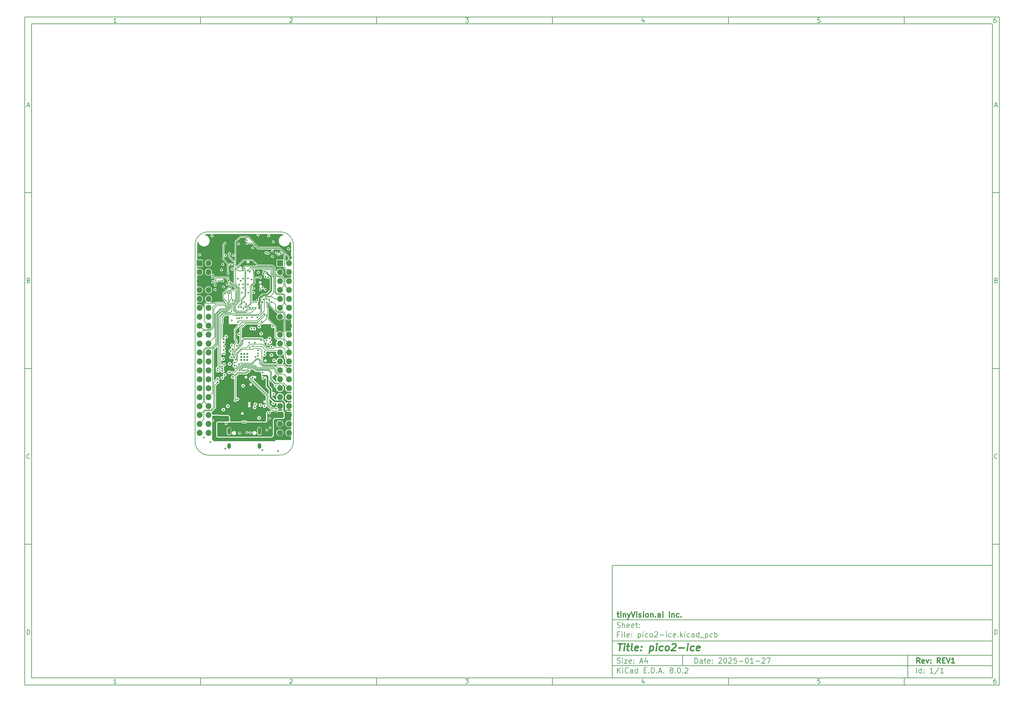
<source format=gbr>
%TF.GenerationSoftware,KiCad,Pcbnew,8.0.2*%
%TF.CreationDate,2025-02-02T23:53:12+05:30*%
%TF.ProjectId,pico2-ice,7069636f-322d-4696-9365-2e6b69636164,REV1*%
%TF.SameCoordinates,Original*%
%TF.FileFunction,Copper,L3,Inr*%
%TF.FilePolarity,Positive*%
%FSLAX46Y46*%
G04 Gerber Fmt 4.6, Leading zero omitted, Abs format (unit mm)*
G04 Created by KiCad (PCBNEW 8.0.2) date 2025-02-02 23:53:12*
%MOMM*%
%LPD*%
G01*
G04 APERTURE LIST*
%ADD10C,0.100000*%
%ADD11C,0.150000*%
%ADD12C,0.300000*%
%ADD13C,0.400000*%
%TA.AperFunction,ComponentPad*%
%ADD14O,1.000000X2.100000*%
%TD*%
%TA.AperFunction,ComponentPad*%
%ADD15O,1.000000X1.600000*%
%TD*%
%TA.AperFunction,ComponentPad*%
%ADD16R,1.700000X1.700000*%
%TD*%
%TA.AperFunction,ComponentPad*%
%ADD17O,1.700000X1.700000*%
%TD*%
%TA.AperFunction,HeatsinkPad*%
%ADD18C,0.600000*%
%TD*%
%TA.AperFunction,ViaPad*%
%ADD19C,0.508000*%
%TD*%
%TA.AperFunction,Conductor*%
%ADD20C,0.152400*%
%TD*%
%TA.AperFunction,Conductor*%
%ADD21C,0.406400*%
%TD*%
%TA.AperFunction,Conductor*%
%ADD22C,0.508000*%
%TD*%
%TA.AperFunction,Profile*%
%ADD23C,0.127000*%
%TD*%
G04 APERTURE END LIST*
D10*
D11*
X177002200Y-166007200D02*
X285002200Y-166007200D01*
X285002200Y-198007200D01*
X177002200Y-198007200D01*
X177002200Y-166007200D01*
D10*
D11*
X10000000Y-10000000D02*
X287002200Y-10000000D01*
X287002200Y-200007200D01*
X10000000Y-200007200D01*
X10000000Y-10000000D01*
D10*
D11*
X12000000Y-12000000D02*
X285002200Y-12000000D01*
X285002200Y-198007200D01*
X12000000Y-198007200D01*
X12000000Y-12000000D01*
D10*
D11*
X60000000Y-12000000D02*
X60000000Y-10000000D01*
D10*
D11*
X110000000Y-12000000D02*
X110000000Y-10000000D01*
D10*
D11*
X160000000Y-12000000D02*
X160000000Y-10000000D01*
D10*
D11*
X210000000Y-12000000D02*
X210000000Y-10000000D01*
D10*
D11*
X260000000Y-12000000D02*
X260000000Y-10000000D01*
D10*
D11*
X36089160Y-11593604D02*
X35346303Y-11593604D01*
X35717731Y-11593604D02*
X35717731Y-10293604D01*
X35717731Y-10293604D02*
X35593922Y-10479319D01*
X35593922Y-10479319D02*
X35470112Y-10603128D01*
X35470112Y-10603128D02*
X35346303Y-10665033D01*
D10*
D11*
X85346303Y-10417414D02*
X85408207Y-10355509D01*
X85408207Y-10355509D02*
X85532017Y-10293604D01*
X85532017Y-10293604D02*
X85841541Y-10293604D01*
X85841541Y-10293604D02*
X85965350Y-10355509D01*
X85965350Y-10355509D02*
X86027255Y-10417414D01*
X86027255Y-10417414D02*
X86089160Y-10541223D01*
X86089160Y-10541223D02*
X86089160Y-10665033D01*
X86089160Y-10665033D02*
X86027255Y-10850747D01*
X86027255Y-10850747D02*
X85284398Y-11593604D01*
X85284398Y-11593604D02*
X86089160Y-11593604D01*
D10*
D11*
X135284398Y-10293604D02*
X136089160Y-10293604D01*
X136089160Y-10293604D02*
X135655826Y-10788842D01*
X135655826Y-10788842D02*
X135841541Y-10788842D01*
X135841541Y-10788842D02*
X135965350Y-10850747D01*
X135965350Y-10850747D02*
X136027255Y-10912652D01*
X136027255Y-10912652D02*
X136089160Y-11036461D01*
X136089160Y-11036461D02*
X136089160Y-11345985D01*
X136089160Y-11345985D02*
X136027255Y-11469795D01*
X136027255Y-11469795D02*
X135965350Y-11531700D01*
X135965350Y-11531700D02*
X135841541Y-11593604D01*
X135841541Y-11593604D02*
X135470112Y-11593604D01*
X135470112Y-11593604D02*
X135346303Y-11531700D01*
X135346303Y-11531700D02*
X135284398Y-11469795D01*
D10*
D11*
X185965350Y-10726938D02*
X185965350Y-11593604D01*
X185655826Y-10231700D02*
X185346303Y-11160271D01*
X185346303Y-11160271D02*
X186151064Y-11160271D01*
D10*
D11*
X236027255Y-10293604D02*
X235408207Y-10293604D01*
X235408207Y-10293604D02*
X235346303Y-10912652D01*
X235346303Y-10912652D02*
X235408207Y-10850747D01*
X235408207Y-10850747D02*
X235532017Y-10788842D01*
X235532017Y-10788842D02*
X235841541Y-10788842D01*
X235841541Y-10788842D02*
X235965350Y-10850747D01*
X235965350Y-10850747D02*
X236027255Y-10912652D01*
X236027255Y-10912652D02*
X236089160Y-11036461D01*
X236089160Y-11036461D02*
X236089160Y-11345985D01*
X236089160Y-11345985D02*
X236027255Y-11469795D01*
X236027255Y-11469795D02*
X235965350Y-11531700D01*
X235965350Y-11531700D02*
X235841541Y-11593604D01*
X235841541Y-11593604D02*
X235532017Y-11593604D01*
X235532017Y-11593604D02*
X235408207Y-11531700D01*
X235408207Y-11531700D02*
X235346303Y-11469795D01*
D10*
D11*
X285965350Y-10293604D02*
X285717731Y-10293604D01*
X285717731Y-10293604D02*
X285593922Y-10355509D01*
X285593922Y-10355509D02*
X285532017Y-10417414D01*
X285532017Y-10417414D02*
X285408207Y-10603128D01*
X285408207Y-10603128D02*
X285346303Y-10850747D01*
X285346303Y-10850747D02*
X285346303Y-11345985D01*
X285346303Y-11345985D02*
X285408207Y-11469795D01*
X285408207Y-11469795D02*
X285470112Y-11531700D01*
X285470112Y-11531700D02*
X285593922Y-11593604D01*
X285593922Y-11593604D02*
X285841541Y-11593604D01*
X285841541Y-11593604D02*
X285965350Y-11531700D01*
X285965350Y-11531700D02*
X286027255Y-11469795D01*
X286027255Y-11469795D02*
X286089160Y-11345985D01*
X286089160Y-11345985D02*
X286089160Y-11036461D01*
X286089160Y-11036461D02*
X286027255Y-10912652D01*
X286027255Y-10912652D02*
X285965350Y-10850747D01*
X285965350Y-10850747D02*
X285841541Y-10788842D01*
X285841541Y-10788842D02*
X285593922Y-10788842D01*
X285593922Y-10788842D02*
X285470112Y-10850747D01*
X285470112Y-10850747D02*
X285408207Y-10912652D01*
X285408207Y-10912652D02*
X285346303Y-11036461D01*
D10*
D11*
X60000000Y-198007200D02*
X60000000Y-200007200D01*
D10*
D11*
X110000000Y-198007200D02*
X110000000Y-200007200D01*
D10*
D11*
X160000000Y-198007200D02*
X160000000Y-200007200D01*
D10*
D11*
X210000000Y-198007200D02*
X210000000Y-200007200D01*
D10*
D11*
X260000000Y-198007200D02*
X260000000Y-200007200D01*
D10*
D11*
X36089160Y-199600804D02*
X35346303Y-199600804D01*
X35717731Y-199600804D02*
X35717731Y-198300804D01*
X35717731Y-198300804D02*
X35593922Y-198486519D01*
X35593922Y-198486519D02*
X35470112Y-198610328D01*
X35470112Y-198610328D02*
X35346303Y-198672233D01*
D10*
D11*
X85346303Y-198424614D02*
X85408207Y-198362709D01*
X85408207Y-198362709D02*
X85532017Y-198300804D01*
X85532017Y-198300804D02*
X85841541Y-198300804D01*
X85841541Y-198300804D02*
X85965350Y-198362709D01*
X85965350Y-198362709D02*
X86027255Y-198424614D01*
X86027255Y-198424614D02*
X86089160Y-198548423D01*
X86089160Y-198548423D02*
X86089160Y-198672233D01*
X86089160Y-198672233D02*
X86027255Y-198857947D01*
X86027255Y-198857947D02*
X85284398Y-199600804D01*
X85284398Y-199600804D02*
X86089160Y-199600804D01*
D10*
D11*
X135284398Y-198300804D02*
X136089160Y-198300804D01*
X136089160Y-198300804D02*
X135655826Y-198796042D01*
X135655826Y-198796042D02*
X135841541Y-198796042D01*
X135841541Y-198796042D02*
X135965350Y-198857947D01*
X135965350Y-198857947D02*
X136027255Y-198919852D01*
X136027255Y-198919852D02*
X136089160Y-199043661D01*
X136089160Y-199043661D02*
X136089160Y-199353185D01*
X136089160Y-199353185D02*
X136027255Y-199476995D01*
X136027255Y-199476995D02*
X135965350Y-199538900D01*
X135965350Y-199538900D02*
X135841541Y-199600804D01*
X135841541Y-199600804D02*
X135470112Y-199600804D01*
X135470112Y-199600804D02*
X135346303Y-199538900D01*
X135346303Y-199538900D02*
X135284398Y-199476995D01*
D10*
D11*
X185965350Y-198734138D02*
X185965350Y-199600804D01*
X185655826Y-198238900D02*
X185346303Y-199167471D01*
X185346303Y-199167471D02*
X186151064Y-199167471D01*
D10*
D11*
X236027255Y-198300804D02*
X235408207Y-198300804D01*
X235408207Y-198300804D02*
X235346303Y-198919852D01*
X235346303Y-198919852D02*
X235408207Y-198857947D01*
X235408207Y-198857947D02*
X235532017Y-198796042D01*
X235532017Y-198796042D02*
X235841541Y-198796042D01*
X235841541Y-198796042D02*
X235965350Y-198857947D01*
X235965350Y-198857947D02*
X236027255Y-198919852D01*
X236027255Y-198919852D02*
X236089160Y-199043661D01*
X236089160Y-199043661D02*
X236089160Y-199353185D01*
X236089160Y-199353185D02*
X236027255Y-199476995D01*
X236027255Y-199476995D02*
X235965350Y-199538900D01*
X235965350Y-199538900D02*
X235841541Y-199600804D01*
X235841541Y-199600804D02*
X235532017Y-199600804D01*
X235532017Y-199600804D02*
X235408207Y-199538900D01*
X235408207Y-199538900D02*
X235346303Y-199476995D01*
D10*
D11*
X285965350Y-198300804D02*
X285717731Y-198300804D01*
X285717731Y-198300804D02*
X285593922Y-198362709D01*
X285593922Y-198362709D02*
X285532017Y-198424614D01*
X285532017Y-198424614D02*
X285408207Y-198610328D01*
X285408207Y-198610328D02*
X285346303Y-198857947D01*
X285346303Y-198857947D02*
X285346303Y-199353185D01*
X285346303Y-199353185D02*
X285408207Y-199476995D01*
X285408207Y-199476995D02*
X285470112Y-199538900D01*
X285470112Y-199538900D02*
X285593922Y-199600804D01*
X285593922Y-199600804D02*
X285841541Y-199600804D01*
X285841541Y-199600804D02*
X285965350Y-199538900D01*
X285965350Y-199538900D02*
X286027255Y-199476995D01*
X286027255Y-199476995D02*
X286089160Y-199353185D01*
X286089160Y-199353185D02*
X286089160Y-199043661D01*
X286089160Y-199043661D02*
X286027255Y-198919852D01*
X286027255Y-198919852D02*
X285965350Y-198857947D01*
X285965350Y-198857947D02*
X285841541Y-198796042D01*
X285841541Y-198796042D02*
X285593922Y-198796042D01*
X285593922Y-198796042D02*
X285470112Y-198857947D01*
X285470112Y-198857947D02*
X285408207Y-198919852D01*
X285408207Y-198919852D02*
X285346303Y-199043661D01*
D10*
D11*
X10000000Y-60000000D02*
X12000000Y-60000000D01*
D10*
D11*
X10000000Y-110000000D02*
X12000000Y-110000000D01*
D10*
D11*
X10000000Y-160000000D02*
X12000000Y-160000000D01*
D10*
D11*
X10690476Y-35222176D02*
X11309523Y-35222176D01*
X10566666Y-35593604D02*
X10999999Y-34293604D01*
X10999999Y-34293604D02*
X11433333Y-35593604D01*
D10*
D11*
X11092857Y-84912652D02*
X11278571Y-84974557D01*
X11278571Y-84974557D02*
X11340476Y-85036461D01*
X11340476Y-85036461D02*
X11402380Y-85160271D01*
X11402380Y-85160271D02*
X11402380Y-85345985D01*
X11402380Y-85345985D02*
X11340476Y-85469795D01*
X11340476Y-85469795D02*
X11278571Y-85531700D01*
X11278571Y-85531700D02*
X11154761Y-85593604D01*
X11154761Y-85593604D02*
X10659523Y-85593604D01*
X10659523Y-85593604D02*
X10659523Y-84293604D01*
X10659523Y-84293604D02*
X11092857Y-84293604D01*
X11092857Y-84293604D02*
X11216666Y-84355509D01*
X11216666Y-84355509D02*
X11278571Y-84417414D01*
X11278571Y-84417414D02*
X11340476Y-84541223D01*
X11340476Y-84541223D02*
X11340476Y-84665033D01*
X11340476Y-84665033D02*
X11278571Y-84788842D01*
X11278571Y-84788842D02*
X11216666Y-84850747D01*
X11216666Y-84850747D02*
X11092857Y-84912652D01*
X11092857Y-84912652D02*
X10659523Y-84912652D01*
D10*
D11*
X11402380Y-135469795D02*
X11340476Y-135531700D01*
X11340476Y-135531700D02*
X11154761Y-135593604D01*
X11154761Y-135593604D02*
X11030952Y-135593604D01*
X11030952Y-135593604D02*
X10845238Y-135531700D01*
X10845238Y-135531700D02*
X10721428Y-135407890D01*
X10721428Y-135407890D02*
X10659523Y-135284080D01*
X10659523Y-135284080D02*
X10597619Y-135036461D01*
X10597619Y-135036461D02*
X10597619Y-134850747D01*
X10597619Y-134850747D02*
X10659523Y-134603128D01*
X10659523Y-134603128D02*
X10721428Y-134479319D01*
X10721428Y-134479319D02*
X10845238Y-134355509D01*
X10845238Y-134355509D02*
X11030952Y-134293604D01*
X11030952Y-134293604D02*
X11154761Y-134293604D01*
X11154761Y-134293604D02*
X11340476Y-134355509D01*
X11340476Y-134355509D02*
X11402380Y-134417414D01*
D10*
D11*
X10659523Y-185593604D02*
X10659523Y-184293604D01*
X10659523Y-184293604D02*
X10969047Y-184293604D01*
X10969047Y-184293604D02*
X11154761Y-184355509D01*
X11154761Y-184355509D02*
X11278571Y-184479319D01*
X11278571Y-184479319D02*
X11340476Y-184603128D01*
X11340476Y-184603128D02*
X11402380Y-184850747D01*
X11402380Y-184850747D02*
X11402380Y-185036461D01*
X11402380Y-185036461D02*
X11340476Y-185284080D01*
X11340476Y-185284080D02*
X11278571Y-185407890D01*
X11278571Y-185407890D02*
X11154761Y-185531700D01*
X11154761Y-185531700D02*
X10969047Y-185593604D01*
X10969047Y-185593604D02*
X10659523Y-185593604D01*
D10*
D11*
X287002200Y-60000000D02*
X285002200Y-60000000D01*
D10*
D11*
X287002200Y-110000000D02*
X285002200Y-110000000D01*
D10*
D11*
X287002200Y-160000000D02*
X285002200Y-160000000D01*
D10*
D11*
X285692676Y-35222176D02*
X286311723Y-35222176D01*
X285568866Y-35593604D02*
X286002199Y-34293604D01*
X286002199Y-34293604D02*
X286435533Y-35593604D01*
D10*
D11*
X286095057Y-84912652D02*
X286280771Y-84974557D01*
X286280771Y-84974557D02*
X286342676Y-85036461D01*
X286342676Y-85036461D02*
X286404580Y-85160271D01*
X286404580Y-85160271D02*
X286404580Y-85345985D01*
X286404580Y-85345985D02*
X286342676Y-85469795D01*
X286342676Y-85469795D02*
X286280771Y-85531700D01*
X286280771Y-85531700D02*
X286156961Y-85593604D01*
X286156961Y-85593604D02*
X285661723Y-85593604D01*
X285661723Y-85593604D02*
X285661723Y-84293604D01*
X285661723Y-84293604D02*
X286095057Y-84293604D01*
X286095057Y-84293604D02*
X286218866Y-84355509D01*
X286218866Y-84355509D02*
X286280771Y-84417414D01*
X286280771Y-84417414D02*
X286342676Y-84541223D01*
X286342676Y-84541223D02*
X286342676Y-84665033D01*
X286342676Y-84665033D02*
X286280771Y-84788842D01*
X286280771Y-84788842D02*
X286218866Y-84850747D01*
X286218866Y-84850747D02*
X286095057Y-84912652D01*
X286095057Y-84912652D02*
X285661723Y-84912652D01*
D10*
D11*
X286404580Y-135469795D02*
X286342676Y-135531700D01*
X286342676Y-135531700D02*
X286156961Y-135593604D01*
X286156961Y-135593604D02*
X286033152Y-135593604D01*
X286033152Y-135593604D02*
X285847438Y-135531700D01*
X285847438Y-135531700D02*
X285723628Y-135407890D01*
X285723628Y-135407890D02*
X285661723Y-135284080D01*
X285661723Y-135284080D02*
X285599819Y-135036461D01*
X285599819Y-135036461D02*
X285599819Y-134850747D01*
X285599819Y-134850747D02*
X285661723Y-134603128D01*
X285661723Y-134603128D02*
X285723628Y-134479319D01*
X285723628Y-134479319D02*
X285847438Y-134355509D01*
X285847438Y-134355509D02*
X286033152Y-134293604D01*
X286033152Y-134293604D02*
X286156961Y-134293604D01*
X286156961Y-134293604D02*
X286342676Y-134355509D01*
X286342676Y-134355509D02*
X286404580Y-134417414D01*
D10*
D11*
X285661723Y-185593604D02*
X285661723Y-184293604D01*
X285661723Y-184293604D02*
X285971247Y-184293604D01*
X285971247Y-184293604D02*
X286156961Y-184355509D01*
X286156961Y-184355509D02*
X286280771Y-184479319D01*
X286280771Y-184479319D02*
X286342676Y-184603128D01*
X286342676Y-184603128D02*
X286404580Y-184850747D01*
X286404580Y-184850747D02*
X286404580Y-185036461D01*
X286404580Y-185036461D02*
X286342676Y-185284080D01*
X286342676Y-185284080D02*
X286280771Y-185407890D01*
X286280771Y-185407890D02*
X286156961Y-185531700D01*
X286156961Y-185531700D02*
X285971247Y-185593604D01*
X285971247Y-185593604D02*
X285661723Y-185593604D01*
D10*
D11*
X200458026Y-193793328D02*
X200458026Y-192293328D01*
X200458026Y-192293328D02*
X200815169Y-192293328D01*
X200815169Y-192293328D02*
X201029455Y-192364757D01*
X201029455Y-192364757D02*
X201172312Y-192507614D01*
X201172312Y-192507614D02*
X201243741Y-192650471D01*
X201243741Y-192650471D02*
X201315169Y-192936185D01*
X201315169Y-192936185D02*
X201315169Y-193150471D01*
X201315169Y-193150471D02*
X201243741Y-193436185D01*
X201243741Y-193436185D02*
X201172312Y-193579042D01*
X201172312Y-193579042D02*
X201029455Y-193721900D01*
X201029455Y-193721900D02*
X200815169Y-193793328D01*
X200815169Y-193793328D02*
X200458026Y-193793328D01*
X202600884Y-193793328D02*
X202600884Y-193007614D01*
X202600884Y-193007614D02*
X202529455Y-192864757D01*
X202529455Y-192864757D02*
X202386598Y-192793328D01*
X202386598Y-192793328D02*
X202100884Y-192793328D01*
X202100884Y-192793328D02*
X201958026Y-192864757D01*
X202600884Y-193721900D02*
X202458026Y-193793328D01*
X202458026Y-193793328D02*
X202100884Y-193793328D01*
X202100884Y-193793328D02*
X201958026Y-193721900D01*
X201958026Y-193721900D02*
X201886598Y-193579042D01*
X201886598Y-193579042D02*
X201886598Y-193436185D01*
X201886598Y-193436185D02*
X201958026Y-193293328D01*
X201958026Y-193293328D02*
X202100884Y-193221900D01*
X202100884Y-193221900D02*
X202458026Y-193221900D01*
X202458026Y-193221900D02*
X202600884Y-193150471D01*
X203100884Y-192793328D02*
X203672312Y-192793328D01*
X203315169Y-192293328D02*
X203315169Y-193579042D01*
X203315169Y-193579042D02*
X203386598Y-193721900D01*
X203386598Y-193721900D02*
X203529455Y-193793328D01*
X203529455Y-193793328D02*
X203672312Y-193793328D01*
X204743741Y-193721900D02*
X204600884Y-193793328D01*
X204600884Y-193793328D02*
X204315170Y-193793328D01*
X204315170Y-193793328D02*
X204172312Y-193721900D01*
X204172312Y-193721900D02*
X204100884Y-193579042D01*
X204100884Y-193579042D02*
X204100884Y-193007614D01*
X204100884Y-193007614D02*
X204172312Y-192864757D01*
X204172312Y-192864757D02*
X204315170Y-192793328D01*
X204315170Y-192793328D02*
X204600884Y-192793328D01*
X204600884Y-192793328D02*
X204743741Y-192864757D01*
X204743741Y-192864757D02*
X204815170Y-193007614D01*
X204815170Y-193007614D02*
X204815170Y-193150471D01*
X204815170Y-193150471D02*
X204100884Y-193293328D01*
X205458026Y-193650471D02*
X205529455Y-193721900D01*
X205529455Y-193721900D02*
X205458026Y-193793328D01*
X205458026Y-193793328D02*
X205386598Y-193721900D01*
X205386598Y-193721900D02*
X205458026Y-193650471D01*
X205458026Y-193650471D02*
X205458026Y-193793328D01*
X205458026Y-192864757D02*
X205529455Y-192936185D01*
X205529455Y-192936185D02*
X205458026Y-193007614D01*
X205458026Y-193007614D02*
X205386598Y-192936185D01*
X205386598Y-192936185D02*
X205458026Y-192864757D01*
X205458026Y-192864757D02*
X205458026Y-193007614D01*
X207243741Y-192436185D02*
X207315169Y-192364757D01*
X207315169Y-192364757D02*
X207458027Y-192293328D01*
X207458027Y-192293328D02*
X207815169Y-192293328D01*
X207815169Y-192293328D02*
X207958027Y-192364757D01*
X207958027Y-192364757D02*
X208029455Y-192436185D01*
X208029455Y-192436185D02*
X208100884Y-192579042D01*
X208100884Y-192579042D02*
X208100884Y-192721900D01*
X208100884Y-192721900D02*
X208029455Y-192936185D01*
X208029455Y-192936185D02*
X207172312Y-193793328D01*
X207172312Y-193793328D02*
X208100884Y-193793328D01*
X209029455Y-192293328D02*
X209172312Y-192293328D01*
X209172312Y-192293328D02*
X209315169Y-192364757D01*
X209315169Y-192364757D02*
X209386598Y-192436185D01*
X209386598Y-192436185D02*
X209458026Y-192579042D01*
X209458026Y-192579042D02*
X209529455Y-192864757D01*
X209529455Y-192864757D02*
X209529455Y-193221900D01*
X209529455Y-193221900D02*
X209458026Y-193507614D01*
X209458026Y-193507614D02*
X209386598Y-193650471D01*
X209386598Y-193650471D02*
X209315169Y-193721900D01*
X209315169Y-193721900D02*
X209172312Y-193793328D01*
X209172312Y-193793328D02*
X209029455Y-193793328D01*
X209029455Y-193793328D02*
X208886598Y-193721900D01*
X208886598Y-193721900D02*
X208815169Y-193650471D01*
X208815169Y-193650471D02*
X208743740Y-193507614D01*
X208743740Y-193507614D02*
X208672312Y-193221900D01*
X208672312Y-193221900D02*
X208672312Y-192864757D01*
X208672312Y-192864757D02*
X208743740Y-192579042D01*
X208743740Y-192579042D02*
X208815169Y-192436185D01*
X208815169Y-192436185D02*
X208886598Y-192364757D01*
X208886598Y-192364757D02*
X209029455Y-192293328D01*
X210100883Y-192436185D02*
X210172311Y-192364757D01*
X210172311Y-192364757D02*
X210315169Y-192293328D01*
X210315169Y-192293328D02*
X210672311Y-192293328D01*
X210672311Y-192293328D02*
X210815169Y-192364757D01*
X210815169Y-192364757D02*
X210886597Y-192436185D01*
X210886597Y-192436185D02*
X210958026Y-192579042D01*
X210958026Y-192579042D02*
X210958026Y-192721900D01*
X210958026Y-192721900D02*
X210886597Y-192936185D01*
X210886597Y-192936185D02*
X210029454Y-193793328D01*
X210029454Y-193793328D02*
X210958026Y-193793328D01*
X212315168Y-192293328D02*
X211600882Y-192293328D01*
X211600882Y-192293328D02*
X211529454Y-193007614D01*
X211529454Y-193007614D02*
X211600882Y-192936185D01*
X211600882Y-192936185D02*
X211743740Y-192864757D01*
X211743740Y-192864757D02*
X212100882Y-192864757D01*
X212100882Y-192864757D02*
X212243740Y-192936185D01*
X212243740Y-192936185D02*
X212315168Y-193007614D01*
X212315168Y-193007614D02*
X212386597Y-193150471D01*
X212386597Y-193150471D02*
X212386597Y-193507614D01*
X212386597Y-193507614D02*
X212315168Y-193650471D01*
X212315168Y-193650471D02*
X212243740Y-193721900D01*
X212243740Y-193721900D02*
X212100882Y-193793328D01*
X212100882Y-193793328D02*
X211743740Y-193793328D01*
X211743740Y-193793328D02*
X211600882Y-193721900D01*
X211600882Y-193721900D02*
X211529454Y-193650471D01*
X213029453Y-193221900D02*
X214172311Y-193221900D01*
X215172311Y-192293328D02*
X215315168Y-192293328D01*
X215315168Y-192293328D02*
X215458025Y-192364757D01*
X215458025Y-192364757D02*
X215529454Y-192436185D01*
X215529454Y-192436185D02*
X215600882Y-192579042D01*
X215600882Y-192579042D02*
X215672311Y-192864757D01*
X215672311Y-192864757D02*
X215672311Y-193221900D01*
X215672311Y-193221900D02*
X215600882Y-193507614D01*
X215600882Y-193507614D02*
X215529454Y-193650471D01*
X215529454Y-193650471D02*
X215458025Y-193721900D01*
X215458025Y-193721900D02*
X215315168Y-193793328D01*
X215315168Y-193793328D02*
X215172311Y-193793328D01*
X215172311Y-193793328D02*
X215029454Y-193721900D01*
X215029454Y-193721900D02*
X214958025Y-193650471D01*
X214958025Y-193650471D02*
X214886596Y-193507614D01*
X214886596Y-193507614D02*
X214815168Y-193221900D01*
X214815168Y-193221900D02*
X214815168Y-192864757D01*
X214815168Y-192864757D02*
X214886596Y-192579042D01*
X214886596Y-192579042D02*
X214958025Y-192436185D01*
X214958025Y-192436185D02*
X215029454Y-192364757D01*
X215029454Y-192364757D02*
X215172311Y-192293328D01*
X217100882Y-193793328D02*
X216243739Y-193793328D01*
X216672310Y-193793328D02*
X216672310Y-192293328D01*
X216672310Y-192293328D02*
X216529453Y-192507614D01*
X216529453Y-192507614D02*
X216386596Y-192650471D01*
X216386596Y-192650471D02*
X216243739Y-192721900D01*
X217743738Y-193221900D02*
X218886596Y-193221900D01*
X219529453Y-192436185D02*
X219600881Y-192364757D01*
X219600881Y-192364757D02*
X219743739Y-192293328D01*
X219743739Y-192293328D02*
X220100881Y-192293328D01*
X220100881Y-192293328D02*
X220243739Y-192364757D01*
X220243739Y-192364757D02*
X220315167Y-192436185D01*
X220315167Y-192436185D02*
X220386596Y-192579042D01*
X220386596Y-192579042D02*
X220386596Y-192721900D01*
X220386596Y-192721900D02*
X220315167Y-192936185D01*
X220315167Y-192936185D02*
X219458024Y-193793328D01*
X219458024Y-193793328D02*
X220386596Y-193793328D01*
X220886595Y-192293328D02*
X221886595Y-192293328D01*
X221886595Y-192293328D02*
X221243738Y-193793328D01*
D10*
D11*
X177002200Y-194507200D02*
X285002200Y-194507200D01*
D10*
D11*
X178458026Y-196593328D02*
X178458026Y-195093328D01*
X179315169Y-196593328D02*
X178672312Y-195736185D01*
X179315169Y-195093328D02*
X178458026Y-195950471D01*
X179958026Y-196593328D02*
X179958026Y-195593328D01*
X179958026Y-195093328D02*
X179886598Y-195164757D01*
X179886598Y-195164757D02*
X179958026Y-195236185D01*
X179958026Y-195236185D02*
X180029455Y-195164757D01*
X180029455Y-195164757D02*
X179958026Y-195093328D01*
X179958026Y-195093328D02*
X179958026Y-195236185D01*
X181529455Y-196450471D02*
X181458027Y-196521900D01*
X181458027Y-196521900D02*
X181243741Y-196593328D01*
X181243741Y-196593328D02*
X181100884Y-196593328D01*
X181100884Y-196593328D02*
X180886598Y-196521900D01*
X180886598Y-196521900D02*
X180743741Y-196379042D01*
X180743741Y-196379042D02*
X180672312Y-196236185D01*
X180672312Y-196236185D02*
X180600884Y-195950471D01*
X180600884Y-195950471D02*
X180600884Y-195736185D01*
X180600884Y-195736185D02*
X180672312Y-195450471D01*
X180672312Y-195450471D02*
X180743741Y-195307614D01*
X180743741Y-195307614D02*
X180886598Y-195164757D01*
X180886598Y-195164757D02*
X181100884Y-195093328D01*
X181100884Y-195093328D02*
X181243741Y-195093328D01*
X181243741Y-195093328D02*
X181458027Y-195164757D01*
X181458027Y-195164757D02*
X181529455Y-195236185D01*
X182815170Y-196593328D02*
X182815170Y-195807614D01*
X182815170Y-195807614D02*
X182743741Y-195664757D01*
X182743741Y-195664757D02*
X182600884Y-195593328D01*
X182600884Y-195593328D02*
X182315170Y-195593328D01*
X182315170Y-195593328D02*
X182172312Y-195664757D01*
X182815170Y-196521900D02*
X182672312Y-196593328D01*
X182672312Y-196593328D02*
X182315170Y-196593328D01*
X182315170Y-196593328D02*
X182172312Y-196521900D01*
X182172312Y-196521900D02*
X182100884Y-196379042D01*
X182100884Y-196379042D02*
X182100884Y-196236185D01*
X182100884Y-196236185D02*
X182172312Y-196093328D01*
X182172312Y-196093328D02*
X182315170Y-196021900D01*
X182315170Y-196021900D02*
X182672312Y-196021900D01*
X182672312Y-196021900D02*
X182815170Y-195950471D01*
X184172313Y-196593328D02*
X184172313Y-195093328D01*
X184172313Y-196521900D02*
X184029455Y-196593328D01*
X184029455Y-196593328D02*
X183743741Y-196593328D01*
X183743741Y-196593328D02*
X183600884Y-196521900D01*
X183600884Y-196521900D02*
X183529455Y-196450471D01*
X183529455Y-196450471D02*
X183458027Y-196307614D01*
X183458027Y-196307614D02*
X183458027Y-195879042D01*
X183458027Y-195879042D02*
X183529455Y-195736185D01*
X183529455Y-195736185D02*
X183600884Y-195664757D01*
X183600884Y-195664757D02*
X183743741Y-195593328D01*
X183743741Y-195593328D02*
X184029455Y-195593328D01*
X184029455Y-195593328D02*
X184172313Y-195664757D01*
X186029455Y-195807614D02*
X186529455Y-195807614D01*
X186743741Y-196593328D02*
X186029455Y-196593328D01*
X186029455Y-196593328D02*
X186029455Y-195093328D01*
X186029455Y-195093328D02*
X186743741Y-195093328D01*
X187386598Y-196450471D02*
X187458027Y-196521900D01*
X187458027Y-196521900D02*
X187386598Y-196593328D01*
X187386598Y-196593328D02*
X187315170Y-196521900D01*
X187315170Y-196521900D02*
X187386598Y-196450471D01*
X187386598Y-196450471D02*
X187386598Y-196593328D01*
X188100884Y-196593328D02*
X188100884Y-195093328D01*
X188100884Y-195093328D02*
X188458027Y-195093328D01*
X188458027Y-195093328D02*
X188672313Y-195164757D01*
X188672313Y-195164757D02*
X188815170Y-195307614D01*
X188815170Y-195307614D02*
X188886599Y-195450471D01*
X188886599Y-195450471D02*
X188958027Y-195736185D01*
X188958027Y-195736185D02*
X188958027Y-195950471D01*
X188958027Y-195950471D02*
X188886599Y-196236185D01*
X188886599Y-196236185D02*
X188815170Y-196379042D01*
X188815170Y-196379042D02*
X188672313Y-196521900D01*
X188672313Y-196521900D02*
X188458027Y-196593328D01*
X188458027Y-196593328D02*
X188100884Y-196593328D01*
X189600884Y-196450471D02*
X189672313Y-196521900D01*
X189672313Y-196521900D02*
X189600884Y-196593328D01*
X189600884Y-196593328D02*
X189529456Y-196521900D01*
X189529456Y-196521900D02*
X189600884Y-196450471D01*
X189600884Y-196450471D02*
X189600884Y-196593328D01*
X190243742Y-196164757D02*
X190958028Y-196164757D01*
X190100885Y-196593328D02*
X190600885Y-195093328D01*
X190600885Y-195093328D02*
X191100885Y-196593328D01*
X191600884Y-196450471D02*
X191672313Y-196521900D01*
X191672313Y-196521900D02*
X191600884Y-196593328D01*
X191600884Y-196593328D02*
X191529456Y-196521900D01*
X191529456Y-196521900D02*
X191600884Y-196450471D01*
X191600884Y-196450471D02*
X191600884Y-196593328D01*
X193672313Y-195736185D02*
X193529456Y-195664757D01*
X193529456Y-195664757D02*
X193458027Y-195593328D01*
X193458027Y-195593328D02*
X193386599Y-195450471D01*
X193386599Y-195450471D02*
X193386599Y-195379042D01*
X193386599Y-195379042D02*
X193458027Y-195236185D01*
X193458027Y-195236185D02*
X193529456Y-195164757D01*
X193529456Y-195164757D02*
X193672313Y-195093328D01*
X193672313Y-195093328D02*
X193958027Y-195093328D01*
X193958027Y-195093328D02*
X194100885Y-195164757D01*
X194100885Y-195164757D02*
X194172313Y-195236185D01*
X194172313Y-195236185D02*
X194243742Y-195379042D01*
X194243742Y-195379042D02*
X194243742Y-195450471D01*
X194243742Y-195450471D02*
X194172313Y-195593328D01*
X194172313Y-195593328D02*
X194100885Y-195664757D01*
X194100885Y-195664757D02*
X193958027Y-195736185D01*
X193958027Y-195736185D02*
X193672313Y-195736185D01*
X193672313Y-195736185D02*
X193529456Y-195807614D01*
X193529456Y-195807614D02*
X193458027Y-195879042D01*
X193458027Y-195879042D02*
X193386599Y-196021900D01*
X193386599Y-196021900D02*
X193386599Y-196307614D01*
X193386599Y-196307614D02*
X193458027Y-196450471D01*
X193458027Y-196450471D02*
X193529456Y-196521900D01*
X193529456Y-196521900D02*
X193672313Y-196593328D01*
X193672313Y-196593328D02*
X193958027Y-196593328D01*
X193958027Y-196593328D02*
X194100885Y-196521900D01*
X194100885Y-196521900D02*
X194172313Y-196450471D01*
X194172313Y-196450471D02*
X194243742Y-196307614D01*
X194243742Y-196307614D02*
X194243742Y-196021900D01*
X194243742Y-196021900D02*
X194172313Y-195879042D01*
X194172313Y-195879042D02*
X194100885Y-195807614D01*
X194100885Y-195807614D02*
X193958027Y-195736185D01*
X194886598Y-196450471D02*
X194958027Y-196521900D01*
X194958027Y-196521900D02*
X194886598Y-196593328D01*
X194886598Y-196593328D02*
X194815170Y-196521900D01*
X194815170Y-196521900D02*
X194886598Y-196450471D01*
X194886598Y-196450471D02*
X194886598Y-196593328D01*
X195886599Y-195093328D02*
X196029456Y-195093328D01*
X196029456Y-195093328D02*
X196172313Y-195164757D01*
X196172313Y-195164757D02*
X196243742Y-195236185D01*
X196243742Y-195236185D02*
X196315170Y-195379042D01*
X196315170Y-195379042D02*
X196386599Y-195664757D01*
X196386599Y-195664757D02*
X196386599Y-196021900D01*
X196386599Y-196021900D02*
X196315170Y-196307614D01*
X196315170Y-196307614D02*
X196243742Y-196450471D01*
X196243742Y-196450471D02*
X196172313Y-196521900D01*
X196172313Y-196521900D02*
X196029456Y-196593328D01*
X196029456Y-196593328D02*
X195886599Y-196593328D01*
X195886599Y-196593328D02*
X195743742Y-196521900D01*
X195743742Y-196521900D02*
X195672313Y-196450471D01*
X195672313Y-196450471D02*
X195600884Y-196307614D01*
X195600884Y-196307614D02*
X195529456Y-196021900D01*
X195529456Y-196021900D02*
X195529456Y-195664757D01*
X195529456Y-195664757D02*
X195600884Y-195379042D01*
X195600884Y-195379042D02*
X195672313Y-195236185D01*
X195672313Y-195236185D02*
X195743742Y-195164757D01*
X195743742Y-195164757D02*
X195886599Y-195093328D01*
X197029455Y-196450471D02*
X197100884Y-196521900D01*
X197100884Y-196521900D02*
X197029455Y-196593328D01*
X197029455Y-196593328D02*
X196958027Y-196521900D01*
X196958027Y-196521900D02*
X197029455Y-196450471D01*
X197029455Y-196450471D02*
X197029455Y-196593328D01*
X197672313Y-195236185D02*
X197743741Y-195164757D01*
X197743741Y-195164757D02*
X197886599Y-195093328D01*
X197886599Y-195093328D02*
X198243741Y-195093328D01*
X198243741Y-195093328D02*
X198386599Y-195164757D01*
X198386599Y-195164757D02*
X198458027Y-195236185D01*
X198458027Y-195236185D02*
X198529456Y-195379042D01*
X198529456Y-195379042D02*
X198529456Y-195521900D01*
X198529456Y-195521900D02*
X198458027Y-195736185D01*
X198458027Y-195736185D02*
X197600884Y-196593328D01*
X197600884Y-196593328D02*
X198529456Y-196593328D01*
D10*
D11*
X177002200Y-191507200D02*
X285002200Y-191507200D01*
D10*
D12*
X264413853Y-193785528D02*
X263913853Y-193071242D01*
X263556710Y-193785528D02*
X263556710Y-192285528D01*
X263556710Y-192285528D02*
X264128139Y-192285528D01*
X264128139Y-192285528D02*
X264270996Y-192356957D01*
X264270996Y-192356957D02*
X264342425Y-192428385D01*
X264342425Y-192428385D02*
X264413853Y-192571242D01*
X264413853Y-192571242D02*
X264413853Y-192785528D01*
X264413853Y-192785528D02*
X264342425Y-192928385D01*
X264342425Y-192928385D02*
X264270996Y-192999814D01*
X264270996Y-192999814D02*
X264128139Y-193071242D01*
X264128139Y-193071242D02*
X263556710Y-193071242D01*
X265628139Y-193714100D02*
X265485282Y-193785528D01*
X265485282Y-193785528D02*
X265199568Y-193785528D01*
X265199568Y-193785528D02*
X265056710Y-193714100D01*
X265056710Y-193714100D02*
X264985282Y-193571242D01*
X264985282Y-193571242D02*
X264985282Y-192999814D01*
X264985282Y-192999814D02*
X265056710Y-192856957D01*
X265056710Y-192856957D02*
X265199568Y-192785528D01*
X265199568Y-192785528D02*
X265485282Y-192785528D01*
X265485282Y-192785528D02*
X265628139Y-192856957D01*
X265628139Y-192856957D02*
X265699568Y-192999814D01*
X265699568Y-192999814D02*
X265699568Y-193142671D01*
X265699568Y-193142671D02*
X264985282Y-193285528D01*
X266199567Y-192785528D02*
X266556710Y-193785528D01*
X266556710Y-193785528D02*
X266913853Y-192785528D01*
X267485281Y-193642671D02*
X267556710Y-193714100D01*
X267556710Y-193714100D02*
X267485281Y-193785528D01*
X267485281Y-193785528D02*
X267413853Y-193714100D01*
X267413853Y-193714100D02*
X267485281Y-193642671D01*
X267485281Y-193642671D02*
X267485281Y-193785528D01*
X267485281Y-192856957D02*
X267556710Y-192928385D01*
X267556710Y-192928385D02*
X267485281Y-192999814D01*
X267485281Y-192999814D02*
X267413853Y-192928385D01*
X267413853Y-192928385D02*
X267485281Y-192856957D01*
X267485281Y-192856957D02*
X267485281Y-192999814D01*
X270199567Y-193785528D02*
X269699567Y-193071242D01*
X269342424Y-193785528D02*
X269342424Y-192285528D01*
X269342424Y-192285528D02*
X269913853Y-192285528D01*
X269913853Y-192285528D02*
X270056710Y-192356957D01*
X270056710Y-192356957D02*
X270128139Y-192428385D01*
X270128139Y-192428385D02*
X270199567Y-192571242D01*
X270199567Y-192571242D02*
X270199567Y-192785528D01*
X270199567Y-192785528D02*
X270128139Y-192928385D01*
X270128139Y-192928385D02*
X270056710Y-192999814D01*
X270056710Y-192999814D02*
X269913853Y-193071242D01*
X269913853Y-193071242D02*
X269342424Y-193071242D01*
X270842424Y-192999814D02*
X271342424Y-192999814D01*
X271556710Y-193785528D02*
X270842424Y-193785528D01*
X270842424Y-193785528D02*
X270842424Y-192285528D01*
X270842424Y-192285528D02*
X271556710Y-192285528D01*
X271985282Y-192285528D02*
X272485282Y-193785528D01*
X272485282Y-193785528D02*
X272985282Y-192285528D01*
X274270996Y-193785528D02*
X273413853Y-193785528D01*
X273842424Y-193785528D02*
X273842424Y-192285528D01*
X273842424Y-192285528D02*
X273699567Y-192499814D01*
X273699567Y-192499814D02*
X273556710Y-192642671D01*
X273556710Y-192642671D02*
X273413853Y-192714100D01*
D10*
D11*
X178386598Y-193721900D02*
X178600884Y-193793328D01*
X178600884Y-193793328D02*
X178958026Y-193793328D01*
X178958026Y-193793328D02*
X179100884Y-193721900D01*
X179100884Y-193721900D02*
X179172312Y-193650471D01*
X179172312Y-193650471D02*
X179243741Y-193507614D01*
X179243741Y-193507614D02*
X179243741Y-193364757D01*
X179243741Y-193364757D02*
X179172312Y-193221900D01*
X179172312Y-193221900D02*
X179100884Y-193150471D01*
X179100884Y-193150471D02*
X178958026Y-193079042D01*
X178958026Y-193079042D02*
X178672312Y-193007614D01*
X178672312Y-193007614D02*
X178529455Y-192936185D01*
X178529455Y-192936185D02*
X178458026Y-192864757D01*
X178458026Y-192864757D02*
X178386598Y-192721900D01*
X178386598Y-192721900D02*
X178386598Y-192579042D01*
X178386598Y-192579042D02*
X178458026Y-192436185D01*
X178458026Y-192436185D02*
X178529455Y-192364757D01*
X178529455Y-192364757D02*
X178672312Y-192293328D01*
X178672312Y-192293328D02*
X179029455Y-192293328D01*
X179029455Y-192293328D02*
X179243741Y-192364757D01*
X179886597Y-193793328D02*
X179886597Y-192793328D01*
X179886597Y-192293328D02*
X179815169Y-192364757D01*
X179815169Y-192364757D02*
X179886597Y-192436185D01*
X179886597Y-192436185D02*
X179958026Y-192364757D01*
X179958026Y-192364757D02*
X179886597Y-192293328D01*
X179886597Y-192293328D02*
X179886597Y-192436185D01*
X180458026Y-192793328D02*
X181243741Y-192793328D01*
X181243741Y-192793328D02*
X180458026Y-193793328D01*
X180458026Y-193793328D02*
X181243741Y-193793328D01*
X182386598Y-193721900D02*
X182243741Y-193793328D01*
X182243741Y-193793328D02*
X181958027Y-193793328D01*
X181958027Y-193793328D02*
X181815169Y-193721900D01*
X181815169Y-193721900D02*
X181743741Y-193579042D01*
X181743741Y-193579042D02*
X181743741Y-193007614D01*
X181743741Y-193007614D02*
X181815169Y-192864757D01*
X181815169Y-192864757D02*
X181958027Y-192793328D01*
X181958027Y-192793328D02*
X182243741Y-192793328D01*
X182243741Y-192793328D02*
X182386598Y-192864757D01*
X182386598Y-192864757D02*
X182458027Y-193007614D01*
X182458027Y-193007614D02*
X182458027Y-193150471D01*
X182458027Y-193150471D02*
X181743741Y-193293328D01*
X183100883Y-193650471D02*
X183172312Y-193721900D01*
X183172312Y-193721900D02*
X183100883Y-193793328D01*
X183100883Y-193793328D02*
X183029455Y-193721900D01*
X183029455Y-193721900D02*
X183100883Y-193650471D01*
X183100883Y-193650471D02*
X183100883Y-193793328D01*
X183100883Y-192864757D02*
X183172312Y-192936185D01*
X183172312Y-192936185D02*
X183100883Y-193007614D01*
X183100883Y-193007614D02*
X183029455Y-192936185D01*
X183029455Y-192936185D02*
X183100883Y-192864757D01*
X183100883Y-192864757D02*
X183100883Y-193007614D01*
X184886598Y-193364757D02*
X185600884Y-193364757D01*
X184743741Y-193793328D02*
X185243741Y-192293328D01*
X185243741Y-192293328D02*
X185743741Y-193793328D01*
X186886598Y-192793328D02*
X186886598Y-193793328D01*
X186529455Y-192221900D02*
X186172312Y-193293328D01*
X186172312Y-193293328D02*
X187100883Y-193293328D01*
D10*
D11*
X263458026Y-196593328D02*
X263458026Y-195093328D01*
X264815170Y-196593328D02*
X264815170Y-195093328D01*
X264815170Y-196521900D02*
X264672312Y-196593328D01*
X264672312Y-196593328D02*
X264386598Y-196593328D01*
X264386598Y-196593328D02*
X264243741Y-196521900D01*
X264243741Y-196521900D02*
X264172312Y-196450471D01*
X264172312Y-196450471D02*
X264100884Y-196307614D01*
X264100884Y-196307614D02*
X264100884Y-195879042D01*
X264100884Y-195879042D02*
X264172312Y-195736185D01*
X264172312Y-195736185D02*
X264243741Y-195664757D01*
X264243741Y-195664757D02*
X264386598Y-195593328D01*
X264386598Y-195593328D02*
X264672312Y-195593328D01*
X264672312Y-195593328D02*
X264815170Y-195664757D01*
X265529455Y-196450471D02*
X265600884Y-196521900D01*
X265600884Y-196521900D02*
X265529455Y-196593328D01*
X265529455Y-196593328D02*
X265458027Y-196521900D01*
X265458027Y-196521900D02*
X265529455Y-196450471D01*
X265529455Y-196450471D02*
X265529455Y-196593328D01*
X265529455Y-195664757D02*
X265600884Y-195736185D01*
X265600884Y-195736185D02*
X265529455Y-195807614D01*
X265529455Y-195807614D02*
X265458027Y-195736185D01*
X265458027Y-195736185D02*
X265529455Y-195664757D01*
X265529455Y-195664757D02*
X265529455Y-195807614D01*
X268172313Y-196593328D02*
X267315170Y-196593328D01*
X267743741Y-196593328D02*
X267743741Y-195093328D01*
X267743741Y-195093328D02*
X267600884Y-195307614D01*
X267600884Y-195307614D02*
X267458027Y-195450471D01*
X267458027Y-195450471D02*
X267315170Y-195521900D01*
X269886598Y-195021900D02*
X268600884Y-196950471D01*
X271172313Y-196593328D02*
X270315170Y-196593328D01*
X270743741Y-196593328D02*
X270743741Y-195093328D01*
X270743741Y-195093328D02*
X270600884Y-195307614D01*
X270600884Y-195307614D02*
X270458027Y-195450471D01*
X270458027Y-195450471D02*
X270315170Y-195521900D01*
D10*
D11*
X177002200Y-187507200D02*
X285002200Y-187507200D01*
D10*
D13*
X178693928Y-188211638D02*
X179836785Y-188211638D01*
X179015357Y-190211638D02*
X179265357Y-188211638D01*
X180253452Y-190211638D02*
X180420119Y-188878304D01*
X180503452Y-188211638D02*
X180396309Y-188306876D01*
X180396309Y-188306876D02*
X180479643Y-188402114D01*
X180479643Y-188402114D02*
X180586786Y-188306876D01*
X180586786Y-188306876D02*
X180503452Y-188211638D01*
X180503452Y-188211638D02*
X180479643Y-188402114D01*
X181086786Y-188878304D02*
X181848690Y-188878304D01*
X181455833Y-188211638D02*
X181241548Y-189925923D01*
X181241548Y-189925923D02*
X181312976Y-190116400D01*
X181312976Y-190116400D02*
X181491548Y-190211638D01*
X181491548Y-190211638D02*
X181682024Y-190211638D01*
X182634405Y-190211638D02*
X182455833Y-190116400D01*
X182455833Y-190116400D02*
X182384405Y-189925923D01*
X182384405Y-189925923D02*
X182598690Y-188211638D01*
X184170119Y-190116400D02*
X183967738Y-190211638D01*
X183967738Y-190211638D02*
X183586785Y-190211638D01*
X183586785Y-190211638D02*
X183408214Y-190116400D01*
X183408214Y-190116400D02*
X183336785Y-189925923D01*
X183336785Y-189925923D02*
X183432024Y-189164019D01*
X183432024Y-189164019D02*
X183551071Y-188973542D01*
X183551071Y-188973542D02*
X183753452Y-188878304D01*
X183753452Y-188878304D02*
X184134404Y-188878304D01*
X184134404Y-188878304D02*
X184312976Y-188973542D01*
X184312976Y-188973542D02*
X184384404Y-189164019D01*
X184384404Y-189164019D02*
X184360595Y-189354495D01*
X184360595Y-189354495D02*
X183384404Y-189544971D01*
X185134405Y-190021161D02*
X185217738Y-190116400D01*
X185217738Y-190116400D02*
X185110595Y-190211638D01*
X185110595Y-190211638D02*
X185027262Y-190116400D01*
X185027262Y-190116400D02*
X185134405Y-190021161D01*
X185134405Y-190021161D02*
X185110595Y-190211638D01*
X185265357Y-188973542D02*
X185348690Y-189068780D01*
X185348690Y-189068780D02*
X185241548Y-189164019D01*
X185241548Y-189164019D02*
X185158214Y-189068780D01*
X185158214Y-189068780D02*
X185265357Y-188973542D01*
X185265357Y-188973542D02*
X185241548Y-189164019D01*
X187753453Y-188878304D02*
X187503453Y-190878304D01*
X187741548Y-188973542D02*
X187943929Y-188878304D01*
X187943929Y-188878304D02*
X188324881Y-188878304D01*
X188324881Y-188878304D02*
X188503453Y-188973542D01*
X188503453Y-188973542D02*
X188586786Y-189068780D01*
X188586786Y-189068780D02*
X188658215Y-189259257D01*
X188658215Y-189259257D02*
X188586786Y-189830685D01*
X188586786Y-189830685D02*
X188467739Y-190021161D01*
X188467739Y-190021161D02*
X188360596Y-190116400D01*
X188360596Y-190116400D02*
X188158215Y-190211638D01*
X188158215Y-190211638D02*
X187777262Y-190211638D01*
X187777262Y-190211638D02*
X187598691Y-190116400D01*
X189396310Y-190211638D02*
X189562977Y-188878304D01*
X189646310Y-188211638D02*
X189539167Y-188306876D01*
X189539167Y-188306876D02*
X189622501Y-188402114D01*
X189622501Y-188402114D02*
X189729644Y-188306876D01*
X189729644Y-188306876D02*
X189646310Y-188211638D01*
X189646310Y-188211638D02*
X189622501Y-188402114D01*
X191217739Y-190116400D02*
X191015358Y-190211638D01*
X191015358Y-190211638D02*
X190634406Y-190211638D01*
X190634406Y-190211638D02*
X190455834Y-190116400D01*
X190455834Y-190116400D02*
X190372501Y-190021161D01*
X190372501Y-190021161D02*
X190301072Y-189830685D01*
X190301072Y-189830685D02*
X190372501Y-189259257D01*
X190372501Y-189259257D02*
X190491548Y-189068780D01*
X190491548Y-189068780D02*
X190598691Y-188973542D01*
X190598691Y-188973542D02*
X190801072Y-188878304D01*
X190801072Y-188878304D02*
X191182025Y-188878304D01*
X191182025Y-188878304D02*
X191360596Y-188973542D01*
X192348692Y-190211638D02*
X192170120Y-190116400D01*
X192170120Y-190116400D02*
X192086787Y-190021161D01*
X192086787Y-190021161D02*
X192015358Y-189830685D01*
X192015358Y-189830685D02*
X192086787Y-189259257D01*
X192086787Y-189259257D02*
X192205834Y-189068780D01*
X192205834Y-189068780D02*
X192312977Y-188973542D01*
X192312977Y-188973542D02*
X192515358Y-188878304D01*
X192515358Y-188878304D02*
X192801072Y-188878304D01*
X192801072Y-188878304D02*
X192979644Y-188973542D01*
X192979644Y-188973542D02*
X193062977Y-189068780D01*
X193062977Y-189068780D02*
X193134406Y-189259257D01*
X193134406Y-189259257D02*
X193062977Y-189830685D01*
X193062977Y-189830685D02*
X192943930Y-190021161D01*
X192943930Y-190021161D02*
X192836787Y-190116400D01*
X192836787Y-190116400D02*
X192634406Y-190211638D01*
X192634406Y-190211638D02*
X192348692Y-190211638D01*
X194003454Y-188402114D02*
X194110596Y-188306876D01*
X194110596Y-188306876D02*
X194312977Y-188211638D01*
X194312977Y-188211638D02*
X194789168Y-188211638D01*
X194789168Y-188211638D02*
X194967739Y-188306876D01*
X194967739Y-188306876D02*
X195051073Y-188402114D01*
X195051073Y-188402114D02*
X195122501Y-188592590D01*
X195122501Y-188592590D02*
X195098692Y-188783066D01*
X195098692Y-188783066D02*
X194967739Y-189068780D01*
X194967739Y-189068780D02*
X193682025Y-190211638D01*
X193682025Y-190211638D02*
X194920120Y-190211638D01*
X195872501Y-189449733D02*
X197396311Y-189449733D01*
X198253453Y-190211638D02*
X198420120Y-188878304D01*
X198503453Y-188211638D02*
X198396310Y-188306876D01*
X198396310Y-188306876D02*
X198479644Y-188402114D01*
X198479644Y-188402114D02*
X198586787Y-188306876D01*
X198586787Y-188306876D02*
X198503453Y-188211638D01*
X198503453Y-188211638D02*
X198479644Y-188402114D01*
X200074882Y-190116400D02*
X199872501Y-190211638D01*
X199872501Y-190211638D02*
X199491549Y-190211638D01*
X199491549Y-190211638D02*
X199312977Y-190116400D01*
X199312977Y-190116400D02*
X199229644Y-190021161D01*
X199229644Y-190021161D02*
X199158215Y-189830685D01*
X199158215Y-189830685D02*
X199229644Y-189259257D01*
X199229644Y-189259257D02*
X199348691Y-189068780D01*
X199348691Y-189068780D02*
X199455834Y-188973542D01*
X199455834Y-188973542D02*
X199658215Y-188878304D01*
X199658215Y-188878304D02*
X200039168Y-188878304D01*
X200039168Y-188878304D02*
X200217739Y-188973542D01*
X201693930Y-190116400D02*
X201491549Y-190211638D01*
X201491549Y-190211638D02*
X201110596Y-190211638D01*
X201110596Y-190211638D02*
X200932025Y-190116400D01*
X200932025Y-190116400D02*
X200860596Y-189925923D01*
X200860596Y-189925923D02*
X200955835Y-189164019D01*
X200955835Y-189164019D02*
X201074882Y-188973542D01*
X201074882Y-188973542D02*
X201277263Y-188878304D01*
X201277263Y-188878304D02*
X201658215Y-188878304D01*
X201658215Y-188878304D02*
X201836787Y-188973542D01*
X201836787Y-188973542D02*
X201908215Y-189164019D01*
X201908215Y-189164019D02*
X201884406Y-189354495D01*
X201884406Y-189354495D02*
X200908215Y-189544971D01*
D10*
D11*
X178958026Y-185607614D02*
X178458026Y-185607614D01*
X178458026Y-186393328D02*
X178458026Y-184893328D01*
X178458026Y-184893328D02*
X179172312Y-184893328D01*
X179743740Y-186393328D02*
X179743740Y-185393328D01*
X179743740Y-184893328D02*
X179672312Y-184964757D01*
X179672312Y-184964757D02*
X179743740Y-185036185D01*
X179743740Y-185036185D02*
X179815169Y-184964757D01*
X179815169Y-184964757D02*
X179743740Y-184893328D01*
X179743740Y-184893328D02*
X179743740Y-185036185D01*
X180672312Y-186393328D02*
X180529455Y-186321900D01*
X180529455Y-186321900D02*
X180458026Y-186179042D01*
X180458026Y-186179042D02*
X180458026Y-184893328D01*
X181815169Y-186321900D02*
X181672312Y-186393328D01*
X181672312Y-186393328D02*
X181386598Y-186393328D01*
X181386598Y-186393328D02*
X181243740Y-186321900D01*
X181243740Y-186321900D02*
X181172312Y-186179042D01*
X181172312Y-186179042D02*
X181172312Y-185607614D01*
X181172312Y-185607614D02*
X181243740Y-185464757D01*
X181243740Y-185464757D02*
X181386598Y-185393328D01*
X181386598Y-185393328D02*
X181672312Y-185393328D01*
X181672312Y-185393328D02*
X181815169Y-185464757D01*
X181815169Y-185464757D02*
X181886598Y-185607614D01*
X181886598Y-185607614D02*
X181886598Y-185750471D01*
X181886598Y-185750471D02*
X181172312Y-185893328D01*
X182529454Y-186250471D02*
X182600883Y-186321900D01*
X182600883Y-186321900D02*
X182529454Y-186393328D01*
X182529454Y-186393328D02*
X182458026Y-186321900D01*
X182458026Y-186321900D02*
X182529454Y-186250471D01*
X182529454Y-186250471D02*
X182529454Y-186393328D01*
X182529454Y-185464757D02*
X182600883Y-185536185D01*
X182600883Y-185536185D02*
X182529454Y-185607614D01*
X182529454Y-185607614D02*
X182458026Y-185536185D01*
X182458026Y-185536185D02*
X182529454Y-185464757D01*
X182529454Y-185464757D02*
X182529454Y-185607614D01*
X184386597Y-185393328D02*
X184386597Y-186893328D01*
X184386597Y-185464757D02*
X184529455Y-185393328D01*
X184529455Y-185393328D02*
X184815169Y-185393328D01*
X184815169Y-185393328D02*
X184958026Y-185464757D01*
X184958026Y-185464757D02*
X185029455Y-185536185D01*
X185029455Y-185536185D02*
X185100883Y-185679042D01*
X185100883Y-185679042D02*
X185100883Y-186107614D01*
X185100883Y-186107614D02*
X185029455Y-186250471D01*
X185029455Y-186250471D02*
X184958026Y-186321900D01*
X184958026Y-186321900D02*
X184815169Y-186393328D01*
X184815169Y-186393328D02*
X184529455Y-186393328D01*
X184529455Y-186393328D02*
X184386597Y-186321900D01*
X185743740Y-186393328D02*
X185743740Y-185393328D01*
X185743740Y-184893328D02*
X185672312Y-184964757D01*
X185672312Y-184964757D02*
X185743740Y-185036185D01*
X185743740Y-185036185D02*
X185815169Y-184964757D01*
X185815169Y-184964757D02*
X185743740Y-184893328D01*
X185743740Y-184893328D02*
X185743740Y-185036185D01*
X187100884Y-186321900D02*
X186958026Y-186393328D01*
X186958026Y-186393328D02*
X186672312Y-186393328D01*
X186672312Y-186393328D02*
X186529455Y-186321900D01*
X186529455Y-186321900D02*
X186458026Y-186250471D01*
X186458026Y-186250471D02*
X186386598Y-186107614D01*
X186386598Y-186107614D02*
X186386598Y-185679042D01*
X186386598Y-185679042D02*
X186458026Y-185536185D01*
X186458026Y-185536185D02*
X186529455Y-185464757D01*
X186529455Y-185464757D02*
X186672312Y-185393328D01*
X186672312Y-185393328D02*
X186958026Y-185393328D01*
X186958026Y-185393328D02*
X187100884Y-185464757D01*
X187958026Y-186393328D02*
X187815169Y-186321900D01*
X187815169Y-186321900D02*
X187743740Y-186250471D01*
X187743740Y-186250471D02*
X187672312Y-186107614D01*
X187672312Y-186107614D02*
X187672312Y-185679042D01*
X187672312Y-185679042D02*
X187743740Y-185536185D01*
X187743740Y-185536185D02*
X187815169Y-185464757D01*
X187815169Y-185464757D02*
X187958026Y-185393328D01*
X187958026Y-185393328D02*
X188172312Y-185393328D01*
X188172312Y-185393328D02*
X188315169Y-185464757D01*
X188315169Y-185464757D02*
X188386598Y-185536185D01*
X188386598Y-185536185D02*
X188458026Y-185679042D01*
X188458026Y-185679042D02*
X188458026Y-186107614D01*
X188458026Y-186107614D02*
X188386598Y-186250471D01*
X188386598Y-186250471D02*
X188315169Y-186321900D01*
X188315169Y-186321900D02*
X188172312Y-186393328D01*
X188172312Y-186393328D02*
X187958026Y-186393328D01*
X189029455Y-185036185D02*
X189100883Y-184964757D01*
X189100883Y-184964757D02*
X189243741Y-184893328D01*
X189243741Y-184893328D02*
X189600883Y-184893328D01*
X189600883Y-184893328D02*
X189743741Y-184964757D01*
X189743741Y-184964757D02*
X189815169Y-185036185D01*
X189815169Y-185036185D02*
X189886598Y-185179042D01*
X189886598Y-185179042D02*
X189886598Y-185321900D01*
X189886598Y-185321900D02*
X189815169Y-185536185D01*
X189815169Y-185536185D02*
X188958026Y-186393328D01*
X188958026Y-186393328D02*
X189886598Y-186393328D01*
X190529454Y-185821900D02*
X191672312Y-185821900D01*
X192386597Y-186393328D02*
X192386597Y-185393328D01*
X192386597Y-184893328D02*
X192315169Y-184964757D01*
X192315169Y-184964757D02*
X192386597Y-185036185D01*
X192386597Y-185036185D02*
X192458026Y-184964757D01*
X192458026Y-184964757D02*
X192386597Y-184893328D01*
X192386597Y-184893328D02*
X192386597Y-185036185D01*
X193743741Y-186321900D02*
X193600883Y-186393328D01*
X193600883Y-186393328D02*
X193315169Y-186393328D01*
X193315169Y-186393328D02*
X193172312Y-186321900D01*
X193172312Y-186321900D02*
X193100883Y-186250471D01*
X193100883Y-186250471D02*
X193029455Y-186107614D01*
X193029455Y-186107614D02*
X193029455Y-185679042D01*
X193029455Y-185679042D02*
X193100883Y-185536185D01*
X193100883Y-185536185D02*
X193172312Y-185464757D01*
X193172312Y-185464757D02*
X193315169Y-185393328D01*
X193315169Y-185393328D02*
X193600883Y-185393328D01*
X193600883Y-185393328D02*
X193743741Y-185464757D01*
X194958026Y-186321900D02*
X194815169Y-186393328D01*
X194815169Y-186393328D02*
X194529455Y-186393328D01*
X194529455Y-186393328D02*
X194386597Y-186321900D01*
X194386597Y-186321900D02*
X194315169Y-186179042D01*
X194315169Y-186179042D02*
X194315169Y-185607614D01*
X194315169Y-185607614D02*
X194386597Y-185464757D01*
X194386597Y-185464757D02*
X194529455Y-185393328D01*
X194529455Y-185393328D02*
X194815169Y-185393328D01*
X194815169Y-185393328D02*
X194958026Y-185464757D01*
X194958026Y-185464757D02*
X195029455Y-185607614D01*
X195029455Y-185607614D02*
X195029455Y-185750471D01*
X195029455Y-185750471D02*
X194315169Y-185893328D01*
X195672311Y-186250471D02*
X195743740Y-186321900D01*
X195743740Y-186321900D02*
X195672311Y-186393328D01*
X195672311Y-186393328D02*
X195600883Y-186321900D01*
X195600883Y-186321900D02*
X195672311Y-186250471D01*
X195672311Y-186250471D02*
X195672311Y-186393328D01*
X196386597Y-186393328D02*
X196386597Y-184893328D01*
X196529455Y-185821900D02*
X196958026Y-186393328D01*
X196958026Y-185393328D02*
X196386597Y-185964757D01*
X197600883Y-186393328D02*
X197600883Y-185393328D01*
X197600883Y-184893328D02*
X197529455Y-184964757D01*
X197529455Y-184964757D02*
X197600883Y-185036185D01*
X197600883Y-185036185D02*
X197672312Y-184964757D01*
X197672312Y-184964757D02*
X197600883Y-184893328D01*
X197600883Y-184893328D02*
X197600883Y-185036185D01*
X198958027Y-186321900D02*
X198815169Y-186393328D01*
X198815169Y-186393328D02*
X198529455Y-186393328D01*
X198529455Y-186393328D02*
X198386598Y-186321900D01*
X198386598Y-186321900D02*
X198315169Y-186250471D01*
X198315169Y-186250471D02*
X198243741Y-186107614D01*
X198243741Y-186107614D02*
X198243741Y-185679042D01*
X198243741Y-185679042D02*
X198315169Y-185536185D01*
X198315169Y-185536185D02*
X198386598Y-185464757D01*
X198386598Y-185464757D02*
X198529455Y-185393328D01*
X198529455Y-185393328D02*
X198815169Y-185393328D01*
X198815169Y-185393328D02*
X198958027Y-185464757D01*
X200243741Y-186393328D02*
X200243741Y-185607614D01*
X200243741Y-185607614D02*
X200172312Y-185464757D01*
X200172312Y-185464757D02*
X200029455Y-185393328D01*
X200029455Y-185393328D02*
X199743741Y-185393328D01*
X199743741Y-185393328D02*
X199600883Y-185464757D01*
X200243741Y-186321900D02*
X200100883Y-186393328D01*
X200100883Y-186393328D02*
X199743741Y-186393328D01*
X199743741Y-186393328D02*
X199600883Y-186321900D01*
X199600883Y-186321900D02*
X199529455Y-186179042D01*
X199529455Y-186179042D02*
X199529455Y-186036185D01*
X199529455Y-186036185D02*
X199600883Y-185893328D01*
X199600883Y-185893328D02*
X199743741Y-185821900D01*
X199743741Y-185821900D02*
X200100883Y-185821900D01*
X200100883Y-185821900D02*
X200243741Y-185750471D01*
X201600884Y-186393328D02*
X201600884Y-184893328D01*
X201600884Y-186321900D02*
X201458026Y-186393328D01*
X201458026Y-186393328D02*
X201172312Y-186393328D01*
X201172312Y-186393328D02*
X201029455Y-186321900D01*
X201029455Y-186321900D02*
X200958026Y-186250471D01*
X200958026Y-186250471D02*
X200886598Y-186107614D01*
X200886598Y-186107614D02*
X200886598Y-185679042D01*
X200886598Y-185679042D02*
X200958026Y-185536185D01*
X200958026Y-185536185D02*
X201029455Y-185464757D01*
X201029455Y-185464757D02*
X201172312Y-185393328D01*
X201172312Y-185393328D02*
X201458026Y-185393328D01*
X201458026Y-185393328D02*
X201600884Y-185464757D01*
X201958027Y-186536185D02*
X203100884Y-186536185D01*
X203458026Y-185393328D02*
X203458026Y-186893328D01*
X203458026Y-185464757D02*
X203600884Y-185393328D01*
X203600884Y-185393328D02*
X203886598Y-185393328D01*
X203886598Y-185393328D02*
X204029455Y-185464757D01*
X204029455Y-185464757D02*
X204100884Y-185536185D01*
X204100884Y-185536185D02*
X204172312Y-185679042D01*
X204172312Y-185679042D02*
X204172312Y-186107614D01*
X204172312Y-186107614D02*
X204100884Y-186250471D01*
X204100884Y-186250471D02*
X204029455Y-186321900D01*
X204029455Y-186321900D02*
X203886598Y-186393328D01*
X203886598Y-186393328D02*
X203600884Y-186393328D01*
X203600884Y-186393328D02*
X203458026Y-186321900D01*
X205458027Y-186321900D02*
X205315169Y-186393328D01*
X205315169Y-186393328D02*
X205029455Y-186393328D01*
X205029455Y-186393328D02*
X204886598Y-186321900D01*
X204886598Y-186321900D02*
X204815169Y-186250471D01*
X204815169Y-186250471D02*
X204743741Y-186107614D01*
X204743741Y-186107614D02*
X204743741Y-185679042D01*
X204743741Y-185679042D02*
X204815169Y-185536185D01*
X204815169Y-185536185D02*
X204886598Y-185464757D01*
X204886598Y-185464757D02*
X205029455Y-185393328D01*
X205029455Y-185393328D02*
X205315169Y-185393328D01*
X205315169Y-185393328D02*
X205458027Y-185464757D01*
X206100883Y-186393328D02*
X206100883Y-184893328D01*
X206100883Y-185464757D02*
X206243741Y-185393328D01*
X206243741Y-185393328D02*
X206529455Y-185393328D01*
X206529455Y-185393328D02*
X206672312Y-185464757D01*
X206672312Y-185464757D02*
X206743741Y-185536185D01*
X206743741Y-185536185D02*
X206815169Y-185679042D01*
X206815169Y-185679042D02*
X206815169Y-186107614D01*
X206815169Y-186107614D02*
X206743741Y-186250471D01*
X206743741Y-186250471D02*
X206672312Y-186321900D01*
X206672312Y-186321900D02*
X206529455Y-186393328D01*
X206529455Y-186393328D02*
X206243741Y-186393328D01*
X206243741Y-186393328D02*
X206100883Y-186321900D01*
D10*
D11*
X177002200Y-181507200D02*
X285002200Y-181507200D01*
D10*
D11*
X178386598Y-183621900D02*
X178600884Y-183693328D01*
X178600884Y-183693328D02*
X178958026Y-183693328D01*
X178958026Y-183693328D02*
X179100884Y-183621900D01*
X179100884Y-183621900D02*
X179172312Y-183550471D01*
X179172312Y-183550471D02*
X179243741Y-183407614D01*
X179243741Y-183407614D02*
X179243741Y-183264757D01*
X179243741Y-183264757D02*
X179172312Y-183121900D01*
X179172312Y-183121900D02*
X179100884Y-183050471D01*
X179100884Y-183050471D02*
X178958026Y-182979042D01*
X178958026Y-182979042D02*
X178672312Y-182907614D01*
X178672312Y-182907614D02*
X178529455Y-182836185D01*
X178529455Y-182836185D02*
X178458026Y-182764757D01*
X178458026Y-182764757D02*
X178386598Y-182621900D01*
X178386598Y-182621900D02*
X178386598Y-182479042D01*
X178386598Y-182479042D02*
X178458026Y-182336185D01*
X178458026Y-182336185D02*
X178529455Y-182264757D01*
X178529455Y-182264757D02*
X178672312Y-182193328D01*
X178672312Y-182193328D02*
X179029455Y-182193328D01*
X179029455Y-182193328D02*
X179243741Y-182264757D01*
X179886597Y-183693328D02*
X179886597Y-182193328D01*
X180529455Y-183693328D02*
X180529455Y-182907614D01*
X180529455Y-182907614D02*
X180458026Y-182764757D01*
X180458026Y-182764757D02*
X180315169Y-182693328D01*
X180315169Y-182693328D02*
X180100883Y-182693328D01*
X180100883Y-182693328D02*
X179958026Y-182764757D01*
X179958026Y-182764757D02*
X179886597Y-182836185D01*
X181815169Y-183621900D02*
X181672312Y-183693328D01*
X181672312Y-183693328D02*
X181386598Y-183693328D01*
X181386598Y-183693328D02*
X181243740Y-183621900D01*
X181243740Y-183621900D02*
X181172312Y-183479042D01*
X181172312Y-183479042D02*
X181172312Y-182907614D01*
X181172312Y-182907614D02*
X181243740Y-182764757D01*
X181243740Y-182764757D02*
X181386598Y-182693328D01*
X181386598Y-182693328D02*
X181672312Y-182693328D01*
X181672312Y-182693328D02*
X181815169Y-182764757D01*
X181815169Y-182764757D02*
X181886598Y-182907614D01*
X181886598Y-182907614D02*
X181886598Y-183050471D01*
X181886598Y-183050471D02*
X181172312Y-183193328D01*
X183100883Y-183621900D02*
X182958026Y-183693328D01*
X182958026Y-183693328D02*
X182672312Y-183693328D01*
X182672312Y-183693328D02*
X182529454Y-183621900D01*
X182529454Y-183621900D02*
X182458026Y-183479042D01*
X182458026Y-183479042D02*
X182458026Y-182907614D01*
X182458026Y-182907614D02*
X182529454Y-182764757D01*
X182529454Y-182764757D02*
X182672312Y-182693328D01*
X182672312Y-182693328D02*
X182958026Y-182693328D01*
X182958026Y-182693328D02*
X183100883Y-182764757D01*
X183100883Y-182764757D02*
X183172312Y-182907614D01*
X183172312Y-182907614D02*
X183172312Y-183050471D01*
X183172312Y-183050471D02*
X182458026Y-183193328D01*
X183600883Y-182693328D02*
X184172311Y-182693328D01*
X183815168Y-182193328D02*
X183815168Y-183479042D01*
X183815168Y-183479042D02*
X183886597Y-183621900D01*
X183886597Y-183621900D02*
X184029454Y-183693328D01*
X184029454Y-183693328D02*
X184172311Y-183693328D01*
X184672311Y-183550471D02*
X184743740Y-183621900D01*
X184743740Y-183621900D02*
X184672311Y-183693328D01*
X184672311Y-183693328D02*
X184600883Y-183621900D01*
X184600883Y-183621900D02*
X184672311Y-183550471D01*
X184672311Y-183550471D02*
X184672311Y-183693328D01*
X184672311Y-182764757D02*
X184743740Y-182836185D01*
X184743740Y-182836185D02*
X184672311Y-182907614D01*
X184672311Y-182907614D02*
X184600883Y-182836185D01*
X184600883Y-182836185D02*
X184672311Y-182764757D01*
X184672311Y-182764757D02*
X184672311Y-182907614D01*
D10*
D12*
X178342425Y-179685528D02*
X178913853Y-179685528D01*
X178556710Y-179185528D02*
X178556710Y-180471242D01*
X178556710Y-180471242D02*
X178628139Y-180614100D01*
X178628139Y-180614100D02*
X178770996Y-180685528D01*
X178770996Y-180685528D02*
X178913853Y-180685528D01*
X179413853Y-180685528D02*
X179413853Y-179685528D01*
X179413853Y-179185528D02*
X179342425Y-179256957D01*
X179342425Y-179256957D02*
X179413853Y-179328385D01*
X179413853Y-179328385D02*
X179485282Y-179256957D01*
X179485282Y-179256957D02*
X179413853Y-179185528D01*
X179413853Y-179185528D02*
X179413853Y-179328385D01*
X180128139Y-179685528D02*
X180128139Y-180685528D01*
X180128139Y-179828385D02*
X180199568Y-179756957D01*
X180199568Y-179756957D02*
X180342425Y-179685528D01*
X180342425Y-179685528D02*
X180556711Y-179685528D01*
X180556711Y-179685528D02*
X180699568Y-179756957D01*
X180699568Y-179756957D02*
X180770997Y-179899814D01*
X180770997Y-179899814D02*
X180770997Y-180685528D01*
X181342425Y-179685528D02*
X181699568Y-180685528D01*
X182056711Y-179685528D02*
X181699568Y-180685528D01*
X181699568Y-180685528D02*
X181556711Y-181042671D01*
X181556711Y-181042671D02*
X181485282Y-181114100D01*
X181485282Y-181114100D02*
X181342425Y-181185528D01*
X182413854Y-179185528D02*
X182913854Y-180685528D01*
X182913854Y-180685528D02*
X183413854Y-179185528D01*
X183913853Y-180685528D02*
X183913853Y-179685528D01*
X183913853Y-179185528D02*
X183842425Y-179256957D01*
X183842425Y-179256957D02*
X183913853Y-179328385D01*
X183913853Y-179328385D02*
X183985282Y-179256957D01*
X183985282Y-179256957D02*
X183913853Y-179185528D01*
X183913853Y-179185528D02*
X183913853Y-179328385D01*
X184556711Y-180614100D02*
X184699568Y-180685528D01*
X184699568Y-180685528D02*
X184985282Y-180685528D01*
X184985282Y-180685528D02*
X185128139Y-180614100D01*
X185128139Y-180614100D02*
X185199568Y-180471242D01*
X185199568Y-180471242D02*
X185199568Y-180399814D01*
X185199568Y-180399814D02*
X185128139Y-180256957D01*
X185128139Y-180256957D02*
X184985282Y-180185528D01*
X184985282Y-180185528D02*
X184770997Y-180185528D01*
X184770997Y-180185528D02*
X184628139Y-180114100D01*
X184628139Y-180114100D02*
X184556711Y-179971242D01*
X184556711Y-179971242D02*
X184556711Y-179899814D01*
X184556711Y-179899814D02*
X184628139Y-179756957D01*
X184628139Y-179756957D02*
X184770997Y-179685528D01*
X184770997Y-179685528D02*
X184985282Y-179685528D01*
X184985282Y-179685528D02*
X185128139Y-179756957D01*
X185842425Y-180685528D02*
X185842425Y-179685528D01*
X185842425Y-179185528D02*
X185770997Y-179256957D01*
X185770997Y-179256957D02*
X185842425Y-179328385D01*
X185842425Y-179328385D02*
X185913854Y-179256957D01*
X185913854Y-179256957D02*
X185842425Y-179185528D01*
X185842425Y-179185528D02*
X185842425Y-179328385D01*
X186770997Y-180685528D02*
X186628140Y-180614100D01*
X186628140Y-180614100D02*
X186556711Y-180542671D01*
X186556711Y-180542671D02*
X186485283Y-180399814D01*
X186485283Y-180399814D02*
X186485283Y-179971242D01*
X186485283Y-179971242D02*
X186556711Y-179828385D01*
X186556711Y-179828385D02*
X186628140Y-179756957D01*
X186628140Y-179756957D02*
X186770997Y-179685528D01*
X186770997Y-179685528D02*
X186985283Y-179685528D01*
X186985283Y-179685528D02*
X187128140Y-179756957D01*
X187128140Y-179756957D02*
X187199569Y-179828385D01*
X187199569Y-179828385D02*
X187270997Y-179971242D01*
X187270997Y-179971242D02*
X187270997Y-180399814D01*
X187270997Y-180399814D02*
X187199569Y-180542671D01*
X187199569Y-180542671D02*
X187128140Y-180614100D01*
X187128140Y-180614100D02*
X186985283Y-180685528D01*
X186985283Y-180685528D02*
X186770997Y-180685528D01*
X187913854Y-179685528D02*
X187913854Y-180685528D01*
X187913854Y-179828385D02*
X187985283Y-179756957D01*
X187985283Y-179756957D02*
X188128140Y-179685528D01*
X188128140Y-179685528D02*
X188342426Y-179685528D01*
X188342426Y-179685528D02*
X188485283Y-179756957D01*
X188485283Y-179756957D02*
X188556712Y-179899814D01*
X188556712Y-179899814D02*
X188556712Y-180685528D01*
X189270997Y-180542671D02*
X189342426Y-180614100D01*
X189342426Y-180614100D02*
X189270997Y-180685528D01*
X189270997Y-180685528D02*
X189199569Y-180614100D01*
X189199569Y-180614100D02*
X189270997Y-180542671D01*
X189270997Y-180542671D02*
X189270997Y-180685528D01*
X190628141Y-180685528D02*
X190628141Y-179899814D01*
X190628141Y-179899814D02*
X190556712Y-179756957D01*
X190556712Y-179756957D02*
X190413855Y-179685528D01*
X190413855Y-179685528D02*
X190128141Y-179685528D01*
X190128141Y-179685528D02*
X189985283Y-179756957D01*
X190628141Y-180614100D02*
X190485283Y-180685528D01*
X190485283Y-180685528D02*
X190128141Y-180685528D01*
X190128141Y-180685528D02*
X189985283Y-180614100D01*
X189985283Y-180614100D02*
X189913855Y-180471242D01*
X189913855Y-180471242D02*
X189913855Y-180328385D01*
X189913855Y-180328385D02*
X189985283Y-180185528D01*
X189985283Y-180185528D02*
X190128141Y-180114100D01*
X190128141Y-180114100D02*
X190485283Y-180114100D01*
X190485283Y-180114100D02*
X190628141Y-180042671D01*
X191342426Y-180685528D02*
X191342426Y-179685528D01*
X191342426Y-179185528D02*
X191270998Y-179256957D01*
X191270998Y-179256957D02*
X191342426Y-179328385D01*
X191342426Y-179328385D02*
X191413855Y-179256957D01*
X191413855Y-179256957D02*
X191342426Y-179185528D01*
X191342426Y-179185528D02*
X191342426Y-179328385D01*
X193199569Y-180685528D02*
X193199569Y-179185528D01*
X193913855Y-179685528D02*
X193913855Y-180685528D01*
X193913855Y-179828385D02*
X193985284Y-179756957D01*
X193985284Y-179756957D02*
X194128141Y-179685528D01*
X194128141Y-179685528D02*
X194342427Y-179685528D01*
X194342427Y-179685528D02*
X194485284Y-179756957D01*
X194485284Y-179756957D02*
X194556713Y-179899814D01*
X194556713Y-179899814D02*
X194556713Y-180685528D01*
X195913856Y-180614100D02*
X195770998Y-180685528D01*
X195770998Y-180685528D02*
X195485284Y-180685528D01*
X195485284Y-180685528D02*
X195342427Y-180614100D01*
X195342427Y-180614100D02*
X195270998Y-180542671D01*
X195270998Y-180542671D02*
X195199570Y-180399814D01*
X195199570Y-180399814D02*
X195199570Y-179971242D01*
X195199570Y-179971242D02*
X195270998Y-179828385D01*
X195270998Y-179828385D02*
X195342427Y-179756957D01*
X195342427Y-179756957D02*
X195485284Y-179685528D01*
X195485284Y-179685528D02*
X195770998Y-179685528D01*
X195770998Y-179685528D02*
X195913856Y-179756957D01*
X196556712Y-180542671D02*
X196628141Y-180614100D01*
X196628141Y-180614100D02*
X196556712Y-180685528D01*
X196556712Y-180685528D02*
X196485284Y-180614100D01*
X196485284Y-180614100D02*
X196556712Y-180542671D01*
X196556712Y-180542671D02*
X196556712Y-180685528D01*
D10*
D11*
X197002200Y-191507200D02*
X197002200Y-194507200D01*
D10*
D11*
X261002200Y-191507200D02*
X261002200Y-198007200D01*
D14*
X68070000Y-127807000D03*
D15*
X68070000Y-131987000D03*
D14*
X76710000Y-127807000D03*
D15*
X76710000Y-131987000D03*
D16*
X82550000Y-80010000D03*
D17*
X85090000Y-80010000D03*
X82550000Y-82550000D03*
X85090000Y-82550000D03*
X82550000Y-85090000D03*
X85090000Y-85090000D03*
X82550000Y-87630000D03*
X85090000Y-87630000D03*
X82550000Y-90170000D03*
X85090000Y-90170000D03*
X82550000Y-92710000D03*
X85090000Y-92710000D03*
X82550000Y-95250000D03*
X85090000Y-95250000D03*
X82550000Y-97790000D03*
X85090000Y-97790000D03*
X82550000Y-100330000D03*
X85090000Y-100330000D03*
X82550000Y-102870000D03*
X85090000Y-102870000D03*
X82550000Y-105410000D03*
X85090000Y-105410000D03*
X82550000Y-107950000D03*
X85090000Y-107950000D03*
X82550000Y-110490000D03*
X85090000Y-110490000D03*
X82550000Y-113030000D03*
X85090000Y-113030000D03*
X82550000Y-115570000D03*
X85090000Y-115570000D03*
X82550000Y-118110000D03*
X85090000Y-118110000D03*
X82550000Y-120650000D03*
X85090000Y-120650000D03*
X82550000Y-123190000D03*
X85090000Y-123190000D03*
X82550000Y-125730000D03*
X85090000Y-125730000D03*
X82550000Y-128270000D03*
X85090000Y-128270000D03*
D16*
X59690000Y-80010000D03*
D17*
X62230000Y-80010000D03*
X59690000Y-82550000D03*
X62230000Y-82550000D03*
X59690000Y-85090000D03*
X62230000Y-85090000D03*
X59690000Y-87630000D03*
X62230000Y-87630000D03*
X59690000Y-90170000D03*
X62230000Y-90170000D03*
X59690000Y-92710000D03*
X62230000Y-92710000D03*
X59690000Y-95250000D03*
X62230000Y-95250000D03*
X59690000Y-97790000D03*
X62230000Y-97790000D03*
X59690000Y-100330000D03*
X62230000Y-100330000D03*
X59690000Y-102870000D03*
X62230000Y-102870000D03*
X59690000Y-105410000D03*
X62230000Y-105410000D03*
X59690000Y-107950000D03*
X62230000Y-107950000D03*
X59690000Y-110490000D03*
X62230000Y-110490000D03*
X59690000Y-113030000D03*
X62230000Y-113030000D03*
X59690000Y-115570000D03*
X62230000Y-115570000D03*
X59690000Y-118110000D03*
X62230000Y-118110000D03*
X59690000Y-120650000D03*
X62230000Y-120650000D03*
X59690000Y-123190000D03*
X62230000Y-123190000D03*
X59690000Y-125730000D03*
X62230000Y-125730000D03*
X59690000Y-128270000D03*
X62230000Y-128270000D03*
D18*
X73240000Y-105830000D03*
X72390000Y-105830000D03*
X71540000Y-105830000D03*
X73240000Y-106680000D03*
X72390000Y-106680000D03*
X71540000Y-106680000D03*
X73240000Y-107530000D03*
X72390000Y-107530000D03*
X71540000Y-107530000D03*
D19*
X64855718Y-113889071D03*
X64855718Y-112889071D03*
X76598518Y-92789071D03*
X69019118Y-105989071D03*
X68655718Y-106789071D03*
X73955718Y-104089071D03*
X69555718Y-106889071D03*
X69955718Y-107489071D03*
X68834863Y-96268216D03*
X74455718Y-98589071D03*
X75255718Y-98689071D03*
X71021578Y-95663258D03*
X70355718Y-95689071D03*
X72070118Y-87079271D03*
X75041918Y-88400071D03*
X72070118Y-86037871D03*
X80121918Y-106154671D03*
X73441718Y-84386871D03*
X70800118Y-74582471D03*
X72120918Y-84437671D03*
X77556518Y-133231071D03*
X64267118Y-84867071D03*
X73162318Y-95537471D03*
X65923318Y-81923071D03*
X77555718Y-111189071D03*
X84973318Y-75979471D03*
X79080518Y-84107471D03*
X66869063Y-111774016D03*
X75041918Y-87180871D03*
X71003318Y-86164871D03*
X77785118Y-112682471D03*
X60944918Y-129675071D03*
X74635518Y-95410471D03*
X79613918Y-124214071D03*
X76134118Y-95410471D03*
X70596918Y-84437671D03*
X59725718Y-77655871D03*
X66609118Y-104706871D03*
X76388118Y-82634271D03*
X70927118Y-100289071D03*
X72095518Y-114892271D03*
X73517918Y-88400071D03*
X67040918Y-132773871D03*
X73467118Y-86063271D03*
X63455718Y-124689071D03*
X71384318Y-84996471D03*
X79588518Y-122664671D03*
X74432318Y-84691671D03*
X74838718Y-75623871D03*
X63255718Y-72289071D03*
X82738118Y-77249471D03*
X78267718Y-82507271D03*
X62773718Y-130894271D03*
X70455718Y-118689071D03*
X71765318Y-88400071D03*
X80121918Y-103817871D03*
X66455718Y-121689071D03*
X79359918Y-72245671D03*
X66507518Y-86774471D03*
X66155718Y-112689071D03*
X67255718Y-100896871D03*
X78739918Y-90189071D03*
X71638318Y-95512071D03*
X67255718Y-125689071D03*
X68539518Y-80348271D03*
X78826518Y-127389071D03*
X69112140Y-90559071D03*
X81976118Y-133485071D03*
X65135918Y-118295871D03*
X64678718Y-117584671D03*
X78369318Y-97772671D03*
X78896664Y-82594767D03*
X66050318Y-118295871D03*
X65567718Y-119007071D03*
X68336318Y-106103871D03*
X64678718Y-119007071D03*
X68260118Y-109507471D03*
X67142518Y-95232671D03*
X77912118Y-124950671D03*
X79156718Y-106129271D03*
X70855718Y-102598671D03*
X79410718Y-97874271D03*
X80629918Y-112580871D03*
X72120918Y-112453871D03*
X79156718Y-103767071D03*
X68336318Y-103741671D03*
X77404118Y-114968471D03*
X73441718Y-116365471D03*
X65567718Y-117584671D03*
X64323118Y-121826471D03*
X74719120Y-100240648D03*
X77404118Y-114130271D03*
X68412518Y-112352271D03*
X80858518Y-107653271D03*
X66380518Y-107280000D03*
X80629918Y-119896071D03*
X79842518Y-126830271D03*
X67726718Y-120683471D03*
X75676918Y-106688071D03*
X75575318Y-120175471D03*
X75346718Y-121039071D03*
X76337318Y-106332471D03*
X76616718Y-124061671D03*
X78166118Y-106078471D03*
X77010418Y-120391371D03*
X78166118Y-120683471D03*
X76311918Y-105672071D03*
X78166118Y-105265671D03*
X72065515Y-125255471D03*
X73136918Y-128125671D03*
X72714485Y-125255471D03*
X78394718Y-87561871D03*
X64170718Y-86215671D03*
X64094518Y-87536471D03*
X73086118Y-73541071D03*
X68253060Y-108677334D03*
X77606231Y-91138196D03*
X66583718Y-101709671D03*
X77226318Y-100058671D03*
X69479318Y-80348271D03*
X68183918Y-77325671D03*
X74838718Y-92743471D03*
X73136918Y-74404671D03*
X77759718Y-112022071D03*
X67726718Y-123960071D03*
X67091718Y-123960071D03*
X66278918Y-80373671D03*
X68006118Y-84999071D03*
X63408718Y-84082071D03*
X73238518Y-75279703D03*
X63637318Y-80475271D03*
X84363718Y-78417871D03*
X82331718Y-78392471D03*
X63992918Y-88552471D03*
X64602518Y-79611671D03*
X79805718Y-94839071D03*
X78089918Y-80221271D03*
X77378718Y-83523271D03*
X85760718Y-78417871D03*
X77658118Y-72017071D03*
X77353318Y-82583471D03*
X74421647Y-79677553D03*
X63815118Y-77427271D03*
X83322318Y-78392471D03*
X79944118Y-74684071D03*
X77015047Y-88110353D03*
X73162318Y-72601271D03*
X74102118Y-92743471D03*
X75422918Y-102649471D03*
X69936518Y-81770671D03*
X67117118Y-77833671D03*
X78400508Y-83910061D03*
X70555718Y-96789071D03*
X66177318Y-110066271D03*
X77937518Y-83066071D03*
X73921718Y-82510712D03*
X78200283Y-94502188D03*
X66634518Y-103690871D03*
X72374918Y-81465871D03*
X71511318Y-92591071D03*
X72959118Y-92591071D03*
X68996718Y-104478272D03*
X77023118Y-84107471D03*
X75016518Y-82050071D03*
X68539518Y-104986271D03*
X72197118Y-92972071D03*
X70298518Y-103489071D03*
X78686712Y-94931440D03*
X73416318Y-82126271D03*
X70800118Y-92589071D03*
X66634518Y-105672071D03*
X71987008Y-82017761D03*
X69655718Y-108289071D03*
X69530118Y-109177271D03*
X68107245Y-111107671D03*
X69123718Y-112453871D03*
X70927118Y-108948671D03*
X70132800Y-109888471D03*
X71047200Y-110523471D03*
X66939318Y-88704871D03*
X68260118Y-88501671D03*
X67574318Y-88425471D03*
X68412518Y-86991071D03*
X66253518Y-85021871D03*
X64824208Y-109932361D03*
X63459518Y-85377471D03*
X66659918Y-108897871D03*
X67746328Y-84037061D03*
X63434118Y-83447071D03*
X66177318Y-109380471D03*
X64831118Y-110625071D03*
X77607318Y-87003071D03*
X77023118Y-87460271D03*
X77825518Y-90389071D03*
X76167908Y-90635271D03*
X74940318Y-91092471D03*
X67157990Y-91643277D03*
X72933718Y-91600471D03*
X72425718Y-91168671D03*
X66736118Y-91168671D03*
X71130318Y-128328871D03*
X74051318Y-128151071D03*
X74787918Y-103665471D03*
X73619518Y-110675871D03*
X69860318Y-118981671D03*
X82026918Y-77630471D03*
X79156718Y-103030471D03*
X80452118Y-78113071D03*
X80502918Y-97975872D03*
X79817118Y-102497071D03*
X81569718Y-77097071D03*
X80706118Y-117203671D03*
X76362718Y-72009000D03*
X68412518Y-85961671D03*
X66228118Y-110726671D03*
X78855718Y-91189071D03*
X79193328Y-77226681D03*
X79455718Y-90389071D03*
X78577536Y-77071670D03*
X80136718Y-91089071D03*
X80426718Y-76614471D03*
X65694718Y-129090871D03*
X79893318Y-128862271D03*
X76235718Y-125636471D03*
X69860318Y-125585671D03*
X69250718Y-77782871D03*
X68917118Y-81723271D03*
X75702318Y-91067071D03*
X67167918Y-92311671D03*
X78089918Y-102293871D03*
X77305718Y-96639071D03*
X66964718Y-74353871D03*
X67777518Y-82837471D03*
X76642118Y-98089071D03*
X77277118Y-101938271D03*
X72628370Y-110549907D03*
X80655718Y-73989071D03*
X71993918Y-110523471D03*
X79639318Y-101404871D03*
X74279918Y-112911071D03*
X81468118Y-122080471D03*
X81468118Y-121394671D03*
X74792362Y-112528878D03*
X76337318Y-104884671D03*
X66609118Y-102522471D03*
X78775718Y-101989071D03*
X73746518Y-102649471D03*
X81290318Y-114968471D03*
X68895118Y-103389071D03*
X67599718Y-85987071D03*
X75651518Y-92794271D03*
D20*
X69009139Y-106789071D02*
X68655718Y-106789071D01*
X69476318Y-106321892D02*
X69009139Y-106789071D01*
X69476318Y-105167071D02*
X69476318Y-106321892D01*
X71714518Y-102014471D02*
X71714518Y-102928871D01*
X77441097Y-101455671D02*
X72273318Y-101455671D01*
X71714518Y-102928871D02*
X69476318Y-105167071D01*
X72273318Y-101455671D02*
X71714518Y-102014471D01*
X78089918Y-102104492D02*
X77441097Y-101455671D01*
X78089918Y-102293871D02*
X78089918Y-102104492D01*
X63738918Y-114005871D02*
X64855718Y-112889071D01*
X63738918Y-114689071D02*
X63738918Y-114005871D01*
X63738918Y-120962871D02*
X63738918Y-114689071D01*
X64018318Y-114726471D02*
X64855718Y-113889071D01*
X64018318Y-115389071D02*
X64018318Y-114726471D01*
X64018318Y-115389071D02*
X64018318Y-121078603D01*
X65605818Y-109494771D02*
X66177318Y-110066271D01*
X65605818Y-95338971D02*
X65605818Y-109494771D01*
X69667918Y-94386071D02*
X66558718Y-94386071D01*
X66558718Y-94386071D02*
X65605818Y-95338971D01*
X76370918Y-94673871D02*
X69955718Y-94673871D01*
X77055718Y-93989071D02*
X76370918Y-94673871D01*
X77055718Y-91914335D02*
X77055718Y-93989071D01*
X76862118Y-91720735D02*
X77055718Y-91914335D01*
X76862118Y-91341981D02*
X76862118Y-91720735D01*
X77158508Y-90461017D02*
X77158508Y-91045591D01*
X77162118Y-90457407D02*
X77158508Y-90461017D01*
X69955718Y-94673871D02*
X69667918Y-94386071D01*
X77162118Y-90052893D02*
X77162118Y-90457407D01*
X77805339Y-89409671D02*
X77162118Y-90052893D01*
X79994918Y-82028271D02*
X79994918Y-83370871D01*
X79994918Y-83370871D02*
X80756918Y-84132871D01*
X78239339Y-81889071D02*
X79855718Y-81889071D01*
X77810518Y-82317892D02*
X78239339Y-81889071D01*
X77158508Y-91045591D02*
X76862118Y-91341981D01*
X77810518Y-82939071D02*
X77810518Y-82317892D01*
X80756918Y-88587871D02*
X79935118Y-89409671D01*
X79855718Y-81889071D02*
X79994918Y-82028271D01*
X80756918Y-84132871D02*
X80756918Y-88587871D01*
X79935118Y-89409671D02*
X77805339Y-89409671D01*
X77937518Y-83066071D02*
X77810518Y-82939071D01*
X77335118Y-91409309D02*
X77606231Y-91138196D01*
X77335118Y-94509671D02*
X77335118Y-91409309D01*
X76891518Y-94953271D02*
X77335118Y-94509671D01*
X66876318Y-94668471D02*
X69183250Y-94668471D01*
X66155718Y-95389071D02*
X66876318Y-94668471D01*
X69468050Y-94953271D02*
X76891518Y-94953271D01*
X66155718Y-97089071D02*
X66155718Y-95389071D01*
X65955718Y-97289071D02*
X66155718Y-97089071D01*
X69183250Y-94668471D02*
X69468050Y-94953271D01*
X65955718Y-101081671D02*
X65955718Y-97289071D01*
X66583718Y-101709671D02*
X65955718Y-101081671D01*
X81036647Y-90170000D02*
X82550000Y-90170000D01*
X80555718Y-89689071D02*
X81036647Y-90170000D01*
X78582418Y-89689071D02*
X80555718Y-89689071D01*
X78282718Y-90578450D02*
X78282718Y-89988771D01*
X78282718Y-89988771D02*
X78582418Y-89689071D01*
X78055718Y-90805450D02*
X78282718Y-90578450D01*
X78063431Y-90948817D02*
X78055718Y-90941104D01*
X78055718Y-90941104D02*
X78055718Y-90805450D01*
X77743083Y-93901706D02*
X78063431Y-93581358D01*
X75945579Y-96489071D02*
X77743083Y-94691567D01*
X70855718Y-96489071D02*
X75945579Y-96489071D01*
X78063431Y-93581358D02*
X78063431Y-90948817D01*
X77743083Y-94691567D02*
X77743083Y-93901706D01*
X70555718Y-96789071D02*
X70855718Y-96489071D01*
X78200283Y-94944506D02*
X78200283Y-94502188D01*
X76255718Y-96889071D02*
X78200283Y-94944506D01*
X71755718Y-96889071D02*
X76255718Y-96889071D01*
X69755718Y-98889071D02*
X71755718Y-96889071D01*
X69755718Y-101593292D02*
X69755718Y-98889071D01*
X70051941Y-101889515D02*
X69755718Y-101593292D01*
X83855718Y-103182871D02*
X85090000Y-104417153D01*
X83855718Y-102166871D02*
X83855718Y-103182871D01*
X83271518Y-101582671D02*
X83855718Y-102166871D01*
X81823718Y-101582671D02*
X83271518Y-101582671D01*
X81315718Y-101074671D02*
X81823718Y-101582671D01*
X81315718Y-98049071D02*
X81315718Y-101074671D01*
X85090000Y-104417153D02*
X85090000Y-105410000D01*
X79143912Y-95877265D02*
X81315718Y-98049071D01*
X79143912Y-92896887D02*
X79143912Y-95877265D01*
X78855718Y-92608693D02*
X79143912Y-92896887D01*
X78855718Y-91189071D02*
X78855718Y-92608693D01*
D21*
X76649318Y-92789071D02*
X76598518Y-92789071D01*
X76649318Y-92082671D02*
X76649318Y-92789071D01*
X76455718Y-91889071D02*
X76649318Y-92082671D01*
X76455718Y-91173645D02*
X76455718Y-91889071D01*
X76752108Y-90877255D02*
X76455718Y-91173645D01*
X76752108Y-90292681D02*
X76752108Y-90877255D01*
X78841518Y-89003271D02*
X77637003Y-89003271D01*
X77637003Y-89003271D02*
X76755718Y-89884556D01*
X80020318Y-87824471D02*
X78841518Y-89003271D01*
X80020318Y-84056671D02*
X80020318Y-87824471D01*
X78896664Y-82933017D02*
X80020318Y-84056671D01*
X78896664Y-82594767D02*
X78896664Y-82933017D01*
X76755718Y-90289071D02*
X76752108Y-90292681D01*
X76755718Y-89884556D02*
X76755718Y-90289071D01*
D20*
X83703318Y-101483318D02*
X85090000Y-102870000D01*
X83384386Y-94089671D02*
X83703318Y-94408603D01*
X79655718Y-91961203D02*
X81784186Y-94089671D01*
X83703318Y-94408603D02*
X83703318Y-101483318D01*
X79655718Y-90589071D02*
X79655718Y-91961203D01*
X81784186Y-94089671D02*
X83384386Y-94089671D01*
X79455718Y-90389071D02*
X79655718Y-90589071D01*
X81315718Y-91840339D02*
X81315718Y-92006871D01*
X80136718Y-91089071D02*
X80564450Y-91089071D01*
X80564450Y-91089071D02*
X81315718Y-91840339D01*
X69580918Y-103345382D02*
X70165118Y-102761182D01*
X70165118Y-101998471D02*
X70051941Y-101885294D01*
X69019118Y-105102450D02*
X69580918Y-104540650D01*
X70165118Y-102761182D02*
X70165118Y-101998471D01*
X69019118Y-105989071D02*
X69019118Y-105102450D01*
X69580918Y-104540650D02*
X69580918Y-103345382D01*
X78686712Y-95931277D02*
X78686712Y-94931440D01*
X71384318Y-102852982D02*
X71384318Y-98534671D01*
X72750518Y-97168471D02*
X77449518Y-97168471D01*
X70748229Y-103489071D02*
X71384318Y-102852982D01*
X71384318Y-98534671D02*
X72750518Y-97168471D01*
X77449518Y-97168471D02*
X78686712Y-95931277D01*
X70298518Y-103489071D02*
X70748229Y-103489071D01*
X68717318Y-85961671D02*
X68412518Y-85961671D01*
X70241318Y-87485671D02*
X68717318Y-85961671D01*
X70241318Y-90471603D02*
X70241318Y-87485671D01*
X68844318Y-91868603D02*
X70241318Y-90471603D01*
X68844318Y-92785250D02*
X68844318Y-91868603D01*
X68844321Y-92924128D02*
X68844318Y-92785250D01*
X68844321Y-93700468D02*
X68844321Y-92924128D01*
X65161318Y-95383471D02*
X66438118Y-94106671D01*
X65161318Y-109329671D02*
X65161318Y-95383471D01*
X66438118Y-94106671D02*
X68438118Y-94106671D01*
X65326418Y-110205971D02*
X65326418Y-109494771D01*
X68438118Y-94106671D02*
X68844321Y-93700468D01*
X65326418Y-109494771D02*
X65161318Y-109329671D01*
X65847118Y-110726671D02*
X65326418Y-110205971D01*
X66228118Y-110726671D02*
X65847118Y-110726671D01*
X66939318Y-88413892D02*
X66939318Y-88704871D01*
X67638939Y-87714271D02*
X66939318Y-88413892D01*
X69580918Y-87714271D02*
X67638939Y-87714271D01*
X69961918Y-88095271D02*
X69580918Y-87714271D01*
X69961918Y-90355871D02*
X69961918Y-88095271D01*
X68564918Y-91752871D02*
X69961918Y-90355871D01*
X68564918Y-92808403D02*
X68564918Y-91752871D01*
X67546050Y-93827271D02*
X68564918Y-92808403D01*
X64881918Y-94962871D02*
X66017518Y-93827271D01*
X64881918Y-103208271D02*
X64881918Y-94962871D01*
X63459518Y-104630671D02*
X64881918Y-103208271D01*
X66017518Y-93827271D02*
X67546050Y-93827271D01*
X63459518Y-116880482D02*
X63459518Y-104630671D01*
X62230000Y-118110000D02*
X63459518Y-116880482D01*
X67980718Y-88019071D02*
X67574318Y-88425471D01*
X68742718Y-88273071D02*
X68488718Y-88019071D01*
X68285518Y-90598292D02*
X68742718Y-90141092D01*
X68285518Y-92692671D02*
X68285518Y-90598292D01*
X67430318Y-93547871D02*
X68285518Y-92692671D01*
X64602518Y-103019203D02*
X64602518Y-94832535D01*
X64602518Y-94832535D02*
X65887182Y-93547871D01*
X63321250Y-104300471D02*
X64602518Y-103019203D01*
X61579918Y-104300471D02*
X63321250Y-104300471D01*
X61097318Y-119517318D02*
X61097318Y-104783071D01*
X68742718Y-90141092D02*
X68742718Y-88273071D01*
X62230000Y-120650000D02*
X61097318Y-119517318D01*
X61097318Y-104783071D02*
X61579918Y-104300471D01*
X68488718Y-88019071D02*
X67980718Y-88019071D01*
X65887182Y-93547871D02*
X67430318Y-93547871D01*
X67955318Y-92579803D02*
X67955318Y-88806471D01*
X67266650Y-93268471D02*
X67955318Y-92579803D01*
X65771450Y-93268471D02*
X67266650Y-93268471D01*
X63205518Y-104021071D02*
X64323118Y-102903471D01*
X67955318Y-88806471D02*
X68260118Y-88501671D01*
X61464186Y-104021071D02*
X63205518Y-104021071D01*
X64323118Y-94716803D02*
X65771450Y-93268471D01*
X60817918Y-104667339D02*
X61464186Y-104021071D01*
X60817918Y-119522082D02*
X60817918Y-104667339D01*
X59690000Y-120650000D02*
X60817918Y-119522082D01*
X64323118Y-102903471D02*
X64323118Y-94716803D01*
X67891118Y-86991071D02*
X68412518Y-86991071D01*
X66456718Y-88425471D02*
X67891118Y-86991071D01*
X67650518Y-91219471D02*
X66456718Y-90025671D01*
X67650518Y-92489471D02*
X67650518Y-91219471D01*
X65655718Y-92989071D02*
X67150918Y-92989071D01*
X66456718Y-90025671D02*
X66456718Y-88425471D01*
X64043718Y-94601071D02*
X65655718Y-92989071D01*
X64043718Y-101056282D02*
X64043718Y-94601071D01*
X67150918Y-92989071D02*
X67650518Y-92489471D01*
X62230000Y-102870000D02*
X64043718Y-101056282D01*
X62951518Y-121750271D02*
X63738918Y-120962871D01*
X61129729Y-121750271D02*
X62951518Y-121750271D01*
X59690000Y-123190000D02*
X61129729Y-121750271D01*
X77073918Y-101735071D02*
X77277118Y-101938271D01*
X72389050Y-101735071D02*
X77073918Y-101735071D01*
X71993918Y-102130203D02*
X72389050Y-101735071D01*
X71993918Y-103044603D02*
X71993918Y-102130203D01*
X69755718Y-105282803D02*
X71993918Y-103044603D01*
X69755718Y-106689071D02*
X69755718Y-105282803D01*
X69555718Y-106889071D02*
X69755718Y-106689071D01*
X61249718Y-122029671D02*
X60944918Y-122334471D01*
X60944918Y-124475082D02*
X59690000Y-125730000D01*
X64018318Y-121078603D02*
X63067250Y-122029671D01*
X63067250Y-122029671D02*
X61249718Y-122029671D01*
X60944918Y-122334471D02*
X60944918Y-124475082D01*
X81602129Y-108897871D02*
X82550000Y-107950000D01*
X77429518Y-108415271D02*
X77912118Y-108897871D01*
X77429518Y-104910071D02*
X77429518Y-108415271D01*
X76794518Y-104275071D02*
X77429518Y-104910071D01*
X77912118Y-108897871D02*
X81602129Y-108897871D01*
X75155718Y-104275071D02*
X76794518Y-104275071D01*
X71679007Y-104612360D02*
X74818429Y-104612360D01*
X71629007Y-104662360D02*
X71679007Y-104612360D01*
X70495318Y-107749471D02*
X70495318Y-105796050D01*
X69655718Y-108289071D02*
X69955718Y-108289071D01*
X69955718Y-108289071D02*
X70495318Y-107749471D01*
X74818429Y-104612360D02*
X75155718Y-104275071D01*
X70495318Y-105796050D02*
X71629007Y-104662360D01*
X71707164Y-104189071D02*
X70200150Y-105696085D01*
X78902718Y-104325871D02*
X77683518Y-103106671D01*
X73055718Y-104189071D02*
X71707164Y-104189071D01*
X80946297Y-103995671D02*
X80616097Y-104325871D01*
X83373118Y-103995671D02*
X80946297Y-103995671D01*
X83982718Y-104605271D02*
X83373118Y-103995671D01*
X77683518Y-103106671D02*
X74138118Y-103106671D01*
X74138118Y-103106671D02*
X73055718Y-104189071D01*
X83982718Y-106842718D02*
X83982718Y-104605271D01*
X70200150Y-107244639D02*
X69955718Y-107489071D01*
X80616097Y-104325871D02*
X78902718Y-104325871D01*
X70200150Y-105696085D02*
X70200150Y-107244639D01*
X85090000Y-107950000D02*
X83982718Y-106842718D01*
X69479318Y-85922139D02*
X69479318Y-80348271D01*
X70303386Y-93988071D02*
X69606318Y-93291003D01*
X73619518Y-93251471D02*
X72882918Y-93988071D01*
X69479318Y-80348271D02*
X69479318Y-79560871D01*
X68183918Y-77325671D02*
X68183918Y-78265471D01*
X69606318Y-91956071D02*
X70825518Y-90736871D01*
X83853471Y-81313471D02*
X85090000Y-82550000D01*
X69606318Y-93291003D02*
X69606318Y-91956071D01*
X83853471Y-78036871D02*
X83853471Y-81313471D01*
X83853471Y-77501224D02*
X82255518Y-75903271D01*
X72882918Y-93988071D02*
X70303386Y-93988071D01*
X74889518Y-74404671D02*
X73136918Y-74404671D01*
X83853471Y-78036871D02*
X83853471Y-77501224D01*
X82255518Y-75903271D02*
X76388118Y-75903271D01*
X69479318Y-79560871D02*
X68183918Y-78265471D01*
X70825518Y-90736871D02*
X70825518Y-87268339D01*
X76388118Y-75903271D02*
X74889518Y-74404671D01*
X74330718Y-93251471D02*
X73619518Y-93251471D01*
X74838718Y-92743471D02*
X74330718Y-93251471D01*
X70825518Y-87268339D02*
X69479318Y-85922139D01*
D22*
X81036318Y-119362671D02*
X83271518Y-119362671D01*
X79867918Y-115908271D02*
X79867918Y-118194271D01*
X79004318Y-115044671D02*
X79867918Y-115908271D01*
X79004318Y-112377671D02*
X79004318Y-115044671D01*
X83804918Y-119896071D02*
X83804918Y-121904918D01*
X83804918Y-121904918D02*
X85090000Y-123190000D01*
X77759718Y-112022071D02*
X78648718Y-112022071D01*
X78648718Y-112022071D02*
X79004318Y-112377671D01*
X83271518Y-119362671D02*
X83804918Y-119896071D01*
X79867918Y-118194271D02*
X81036318Y-119362671D01*
D20*
X66177318Y-84234471D02*
X63561118Y-84234471D01*
X63561118Y-84234471D02*
X63408718Y-84082071D01*
X68006118Y-84999071D02*
X67241518Y-84234471D01*
X67241518Y-84234471D02*
X66177318Y-84234471D01*
X69936518Y-81770671D02*
X69936518Y-84844071D01*
X73619518Y-92743471D02*
X74102118Y-92743471D01*
X69885718Y-93175271D02*
X70419118Y-93708671D01*
X69936518Y-73922071D02*
X71257318Y-72601271D01*
X69885718Y-92159271D02*
X69885718Y-93175271D01*
X82382518Y-75598471D02*
X76515118Y-75598471D01*
X69936518Y-81770671D02*
X69936518Y-73922071D01*
X71257318Y-72601271D02*
X73162318Y-72601271D01*
X71155718Y-90889271D02*
X69885718Y-92159271D01*
X71155718Y-87130071D02*
X71155718Y-90889271D01*
X85090000Y-78305953D02*
X82382518Y-75598471D01*
X69936518Y-84844071D02*
X69936518Y-85910871D01*
X70419118Y-93708671D02*
X72654318Y-93708671D01*
X72654318Y-93708671D02*
X73619518Y-92743471D01*
X85090000Y-80010000D02*
X85090000Y-78305953D01*
X73517918Y-72601271D02*
X73162318Y-72601271D01*
X76515118Y-75598471D02*
X73517918Y-72601271D01*
X69936518Y-85910871D02*
X71155718Y-87130071D01*
X73921718Y-82510712D02*
X73921718Y-82382871D01*
X80330752Y-81815837D02*
X80330752Y-83289037D01*
X80082386Y-81567471D02*
X80330752Y-81815837D01*
X81036318Y-83994603D02*
X81036318Y-88349271D01*
X80330752Y-83289037D02*
X81036318Y-83994603D01*
X81036318Y-88349271D02*
X81722118Y-89035071D01*
X83474718Y-89035071D02*
X83677918Y-89238271D01*
X81722118Y-89035071D02*
X83474718Y-89035071D01*
X83677918Y-91582082D02*
X82550000Y-92710000D01*
X73921718Y-82382871D02*
X74737118Y-81567471D01*
X74737118Y-81567471D02*
X80082386Y-81567471D01*
X83677918Y-89238271D02*
X83677918Y-91582082D01*
X72476518Y-80983271D02*
X80299718Y-80983271D01*
X80299718Y-80983271D02*
X80909318Y-81592871D01*
X83017518Y-83955071D02*
X83703318Y-84640871D01*
X80909318Y-83040671D02*
X81823718Y-83955071D01*
X71511318Y-92591071D02*
X71511318Y-91829071D01*
X83703318Y-84640871D02*
X83703318Y-86476682D01*
X71866918Y-90457471D02*
X72882918Y-89441471D01*
X71866918Y-91473471D02*
X71866918Y-90457471D01*
X83703318Y-86476682D02*
X82550000Y-87630000D01*
X72374918Y-81084871D02*
X72476518Y-80983271D01*
X80909318Y-81592871D02*
X80909318Y-83040671D01*
X81823718Y-83955071D02*
X83017518Y-83955071D01*
X72882918Y-89441471D02*
X72882918Y-81973871D01*
X72374918Y-81465871D02*
X72374918Y-81084871D01*
X72882918Y-81973871D02*
X72374918Y-81465871D01*
X71511318Y-91829071D02*
X71866918Y-91473471D01*
X75702318Y-84107471D02*
X77023118Y-84107471D01*
X73187718Y-92362471D02*
X73684450Y-92362471D01*
X75321318Y-84488471D02*
X75702318Y-84107471D01*
X74483118Y-86585403D02*
X75321318Y-85747203D01*
X75321318Y-85747203D02*
X75321318Y-84488471D01*
X74483118Y-91563803D02*
X74483118Y-86585403D01*
X72959118Y-92591071D02*
X73187718Y-92362471D01*
X73684450Y-92362471D02*
X74483118Y-91563803D01*
X73568718Y-92083071D02*
X74127518Y-91524271D01*
X72197118Y-92706492D02*
X72820539Y-92083071D01*
X74127518Y-91524271D02*
X74127518Y-90127271D01*
X75016518Y-85656871D02*
X75016518Y-82050071D01*
X72197118Y-92972071D02*
X72197118Y-92706492D01*
X72820539Y-92083071D02*
X73568718Y-92083071D01*
X74127518Y-86545871D02*
X75016518Y-85656871D01*
X74127518Y-90127271D02*
X74127518Y-86545871D01*
X83957318Y-91577318D02*
X85090000Y-92710000D01*
X81837850Y-88755671D02*
X83601718Y-88755671D01*
X83601718Y-88755671D02*
X83957318Y-89111271D01*
X74279918Y-81262671D02*
X80172718Y-81262671D01*
X80629918Y-81719871D02*
X80629918Y-83193071D01*
X80629918Y-83193071D02*
X81315718Y-83878871D01*
X81315718Y-83878871D02*
X81315718Y-88233539D01*
X73416318Y-82126271D02*
X74279918Y-81262671D01*
X80172718Y-81262671D02*
X80629918Y-81719871D01*
X83957318Y-89111271D02*
X83957318Y-91577318D01*
X81315718Y-88233539D02*
X81837850Y-88755671D01*
X70393718Y-81985450D02*
X70393718Y-81008671D01*
X71587518Y-91346471D02*
X71587518Y-90279671D01*
X83133250Y-83675671D02*
X83982718Y-84525139D01*
X72603518Y-82380271D02*
X72241008Y-82017761D01*
X76337318Y-80703871D02*
X80426718Y-80703871D01*
X80426718Y-80703871D02*
X81188718Y-81465871D01*
X72273318Y-79129071D02*
X74762518Y-79129071D01*
X70800118Y-92133871D02*
X71587518Y-91346471D01*
X81950718Y-83675671D02*
X83133250Y-83675671D01*
X83982718Y-86522718D02*
X85090000Y-87630000D01*
X72241008Y-82017761D02*
X71987008Y-82017761D01*
X74762518Y-79129071D02*
X76337318Y-80703871D01*
X70800118Y-92589071D02*
X70800118Y-92133871D01*
X81188718Y-82913671D02*
X81950718Y-83675671D01*
X71987008Y-82017761D02*
X71751498Y-82253271D01*
X72603518Y-89263671D02*
X72603518Y-82380271D01*
X83982718Y-84525139D02*
X83982718Y-86522718D01*
X81188718Y-81465871D02*
X81188718Y-82913671D01*
X71751498Y-82253271D02*
X70661539Y-82253271D01*
X70661539Y-82253271D02*
X70393718Y-81985450D01*
X70393718Y-81008671D02*
X72273318Y-79129071D01*
X71587518Y-90279671D02*
X72603518Y-89263671D01*
X82550000Y-110490000D02*
X81516671Y-109456671D01*
X75908074Y-107498315D02*
X74584718Y-108821671D01*
X76769118Y-108567671D02*
X76769118Y-107805671D01*
X71181118Y-109431271D02*
X70292118Y-109431271D01*
X70038118Y-109177271D02*
X69530118Y-109177271D01*
X76769118Y-107805671D02*
X76461762Y-107498315D01*
X81516671Y-109456671D02*
X77658118Y-109456671D01*
X70292118Y-109431271D02*
X70038118Y-109177271D01*
X77658118Y-109456671D02*
X76769118Y-108567671D01*
X74584718Y-108821671D02*
X71790718Y-108821671D01*
X71790718Y-108821671D02*
X71181118Y-109431271D01*
X76461762Y-107498315D02*
X75908074Y-107498315D01*
X81163318Y-111071003D02*
X81163318Y-110421871D01*
X80807718Y-110066271D02*
X76032518Y-110066271D01*
X71384318Y-110066271D02*
X70647718Y-110066271D01*
X81163318Y-110421871D02*
X80807718Y-110066271D01*
X69606318Y-111107671D02*
X68107245Y-111107671D01*
X76032518Y-110066271D02*
X75372118Y-109405871D01*
X75372118Y-109405871D02*
X72044718Y-109405871D01*
X70647718Y-110066271D02*
X69606318Y-111107671D01*
X82550000Y-113030000D02*
X82550000Y-112457685D01*
X72044718Y-109405871D02*
X71384318Y-110066271D01*
X82550000Y-112457685D02*
X81163318Y-111071003D01*
X82179318Y-114409671D02*
X81137918Y-114409671D01*
X72857518Y-111107671D02*
X70469918Y-111107671D01*
X82550000Y-115570000D02*
X82550000Y-114780353D01*
X75143518Y-109990071D02*
X73441718Y-109990071D01*
X79867918Y-113139671D02*
X79867918Y-111147203D01*
X73162318Y-110269471D02*
X73162318Y-110802871D01*
X73162318Y-110802871D02*
X72857518Y-111107671D01*
X81137918Y-114409671D02*
X79867918Y-113139671D01*
X82550000Y-114780353D02*
X82179318Y-114409671D01*
X73441718Y-109990071D02*
X73162318Y-110269471D01*
X79867918Y-111147203D02*
X79345786Y-110625071D01*
X75778518Y-110625071D02*
X75143518Y-109990071D01*
X70469918Y-111107671D02*
X69123718Y-112453871D01*
X79345786Y-110625071D02*
X75778518Y-110625071D01*
X74494386Y-108516871D02*
X74590352Y-108420905D01*
X74590352Y-108420905D02*
X75792342Y-107218915D01*
X77048518Y-107689939D02*
X77048518Y-108451939D01*
X71358918Y-108516871D02*
X74494386Y-108516871D01*
X77048518Y-108451939D02*
X77773850Y-109177271D01*
X83777271Y-109177271D02*
X85090000Y-110490000D01*
X75792342Y-107218915D02*
X76577494Y-107218915D01*
X76577494Y-107218915D02*
X77048518Y-107689939D01*
X70927118Y-108948671D02*
X71358918Y-108516871D01*
X77773850Y-109177271D02*
X83777271Y-109177271D01*
X70234400Y-109786871D02*
X71257318Y-109786871D01*
X81442718Y-110955271D02*
X82103118Y-111615671D01*
X80934718Y-109786871D02*
X81442718Y-110294871D01*
X76159518Y-109786871D02*
X80934718Y-109786871D01*
X71943118Y-109101071D02*
X75473718Y-109101071D01*
X82103118Y-111615671D02*
X83675671Y-111615671D01*
X81442718Y-110294871D02*
X81442718Y-110955271D01*
X70132800Y-109888471D02*
X70234400Y-109786871D01*
X75473718Y-109101071D02*
X76159518Y-109786871D01*
X71257318Y-109786871D02*
X71943118Y-109101071D01*
X83675671Y-111615671D02*
X85090000Y-113030000D01*
X81264918Y-114130271D02*
X80147318Y-113012671D01*
X85090000Y-115570000D02*
X83650271Y-114130271D01*
X72160450Y-109685271D02*
X71322250Y-110523471D01*
X75905518Y-110345671D02*
X75245118Y-109685271D01*
X79461518Y-110345671D02*
X75905518Y-110345671D01*
X83650271Y-114130271D02*
X81264918Y-114130271D01*
X80147318Y-111031471D02*
X79461518Y-110345671D01*
X80147318Y-113012671D02*
X80147318Y-111031471D01*
X75245118Y-109685271D02*
X72160450Y-109685271D01*
X71322250Y-110523471D02*
X71047200Y-110523471D01*
X64704118Y-85377471D02*
X63459518Y-85377471D01*
X66253518Y-85021871D02*
X65059718Y-85021871D01*
X65059718Y-85021871D02*
X64704118Y-85377471D01*
X67664338Y-83955071D02*
X67746328Y-84037061D01*
X66583718Y-83955071D02*
X67664338Y-83955071D01*
X66583718Y-83955071D02*
X65897918Y-83955071D01*
X65897918Y-83955071D02*
X63942118Y-83955071D01*
X63942118Y-83955071D02*
X63434118Y-83447071D01*
X64483512Y-91643277D02*
X63459518Y-92667271D01*
X63459518Y-98153671D02*
X62697518Y-98915671D01*
X60815671Y-98915671D02*
X59690000Y-97790000D01*
X62697518Y-98915671D02*
X60815671Y-98915671D01*
X67157990Y-91643277D02*
X64483512Y-91643277D01*
X63459518Y-92667271D02*
X63459518Y-98153671D01*
X64170718Y-91448071D02*
X64450118Y-91168671D01*
X61097318Y-91879871D02*
X61529118Y-91448071D01*
X62230000Y-97790000D02*
X61097318Y-96657318D01*
X64450118Y-91168671D02*
X66736118Y-91168671D01*
X61097318Y-96657318D02*
X61097318Y-91879871D01*
X61529118Y-91448071D02*
X64170718Y-91448071D01*
X77353318Y-103665471D02*
X74787918Y-103665471D01*
X73619518Y-110740803D02*
X73619518Y-110675871D01*
X70596918Y-111412471D02*
X72947850Y-111412471D01*
X78572518Y-104884671D02*
X77353318Y-103665471D01*
X82024671Y-104884671D02*
X78572518Y-104884671D01*
X69860318Y-112149071D02*
X70596918Y-111412471D01*
X69860318Y-118981671D02*
X69860318Y-112149071D01*
X72947850Y-111412471D02*
X73619518Y-110740803D01*
X82550000Y-105410000D02*
X82024671Y-104884671D01*
X83500118Y-93810271D02*
X83982718Y-94292871D01*
X81315718Y-92006871D02*
X81315718Y-93226071D01*
X81315718Y-93226071D02*
X81899918Y-93810271D01*
X83982718Y-94292871D02*
X83982718Y-99222718D01*
X83982718Y-99222718D02*
X85090000Y-100330000D01*
X81899918Y-93810271D02*
X83500118Y-93810271D01*
X81315718Y-91829071D02*
X81315718Y-92006871D01*
X63764318Y-98244003D02*
X62813250Y-99195071D01*
X62813250Y-99195071D02*
X60824929Y-99195071D01*
X60824929Y-99195071D02*
X59690000Y-100330000D01*
X64729518Y-92032271D02*
X63764318Y-92997471D01*
X66888518Y-92032271D02*
X64729518Y-92032271D01*
X67167918Y-92311671D02*
X66888518Y-92032271D01*
X63764318Y-92997471D02*
X63764318Y-98244003D01*
X66482118Y-74836471D02*
X66482118Y-79002071D01*
X67777518Y-80297471D02*
X67777518Y-82837471D01*
X66482118Y-79002071D02*
X67777518Y-80297471D01*
X66964718Y-74353871D02*
X66482118Y-74836471D01*
X74279918Y-113215871D02*
X78890018Y-117825971D01*
X80706118Y-122080471D02*
X81468118Y-122080471D01*
X78890018Y-117825971D02*
X78890018Y-120264371D01*
X78890018Y-120264371D02*
X80706118Y-122080471D01*
X74279918Y-112911071D02*
X74279918Y-113215871D01*
X79207518Y-117686271D02*
X79207518Y-120150071D01*
X74792362Y-112528878D02*
X74792362Y-113271115D01*
X79207518Y-120150071D02*
X80452118Y-121394671D01*
X74792362Y-113271115D02*
X79207518Y-117686271D01*
X80452118Y-121394671D02*
X81468118Y-121394671D01*
X69301518Y-93429271D02*
X70139718Y-94267471D01*
X68082318Y-85504471D02*
X68666518Y-85504471D01*
X70520718Y-87358671D02*
X70520718Y-90587335D01*
X68666518Y-85504471D02*
X70520718Y-87358671D01*
X67599718Y-85987071D02*
X68082318Y-85504471D01*
X74178318Y-94267471D02*
X75651518Y-92794271D01*
X70520718Y-90587335D02*
X69301518Y-91806535D01*
X70139718Y-94267471D02*
X74178318Y-94267471D01*
X69301518Y-91806535D02*
X69301518Y-93429271D01*
%TA.AperFunction,Conductor*%
G36*
X85667539Y-122328756D02*
G01*
X85713294Y-122381560D01*
X85724500Y-122433071D01*
X85724500Y-124753889D01*
X85704815Y-124820928D01*
X85652011Y-124866683D01*
X85582853Y-124876627D01*
X85542048Y-124863248D01*
X85465882Y-124822537D01*
X85281626Y-124766643D01*
X85090000Y-124747770D01*
X84898373Y-124766643D01*
X84714115Y-124822538D01*
X84544307Y-124913302D01*
X84544300Y-124913306D01*
X84395458Y-125035458D01*
X84273306Y-125184300D01*
X84273302Y-125184307D01*
X84182538Y-125354115D01*
X84126643Y-125538373D01*
X84107770Y-125730000D01*
X84126643Y-125921626D01*
X84182538Y-126105884D01*
X84273302Y-126275692D01*
X84273306Y-126275699D01*
X84395458Y-126424541D01*
X84544300Y-126546693D01*
X84544307Y-126546697D01*
X84699221Y-126629500D01*
X84714117Y-126637462D01*
X84898376Y-126693357D01*
X85090000Y-126712230D01*
X85281624Y-126693357D01*
X85465883Y-126637462D01*
X85502516Y-126617881D01*
X85542047Y-126596752D01*
X85610449Y-126582510D01*
X85675693Y-126607510D01*
X85717064Y-126663815D01*
X85724500Y-126706110D01*
X85724500Y-127293889D01*
X85704815Y-127360928D01*
X85652011Y-127406683D01*
X85582853Y-127416627D01*
X85542048Y-127403248D01*
X85465882Y-127362537D01*
X85281626Y-127306643D01*
X85090000Y-127287770D01*
X84898373Y-127306643D01*
X84714115Y-127362538D01*
X84544307Y-127453302D01*
X84544300Y-127453306D01*
X84395458Y-127575458D01*
X84273306Y-127724300D01*
X84273302Y-127724307D01*
X84182538Y-127894115D01*
X84126643Y-128078373D01*
X84107770Y-128270000D01*
X84126643Y-128461626D01*
X84182538Y-128645884D01*
X84273302Y-128815692D01*
X84273306Y-128815699D01*
X84395458Y-128964541D01*
X84544300Y-129086693D01*
X84544307Y-129086697D01*
X84709058Y-129174758D01*
X84714117Y-129177462D01*
X84898376Y-129233357D01*
X85090000Y-129252230D01*
X85281624Y-129233357D01*
X85465883Y-129177462D01*
X85502516Y-129157881D01*
X85542047Y-129136752D01*
X85610449Y-129122510D01*
X85675693Y-129147510D01*
X85717064Y-129203815D01*
X85724500Y-129246110D01*
X85724500Y-130186071D01*
X85704815Y-130253110D01*
X85652011Y-130298865D01*
X85600500Y-130310071D01*
X81315717Y-130310071D01*
X80971043Y-130654745D01*
X80909720Y-130688230D01*
X80883347Y-130691064D01*
X63897701Y-130689075D01*
X63830664Y-130669383D01*
X63822373Y-130663561D01*
X63338062Y-130293055D01*
X63296777Y-130236687D01*
X63289407Y-130195204D01*
X63263886Y-125190754D01*
X63283227Y-125123620D01*
X63335797Y-125077597D01*
X63404904Y-125067301D01*
X63407248Y-125067649D01*
X63455718Y-125075326D01*
X63455720Y-125075326D01*
X63575074Y-125056422D01*
X63575075Y-125056421D01*
X63575077Y-125056421D01*
X63682753Y-125001558D01*
X63768205Y-124916106D01*
X63823068Y-124808430D01*
X63823068Y-124808428D01*
X63823069Y-124808427D01*
X63841973Y-124689073D01*
X63841973Y-124689068D01*
X63823069Y-124569714D01*
X63768206Y-124462037D01*
X63682751Y-124376582D01*
X63575074Y-124321719D01*
X63455720Y-124302816D01*
X63455716Y-124302816D01*
X63402175Y-124311296D01*
X63332881Y-124302341D01*
X63279429Y-124257345D01*
X63258790Y-124190594D01*
X63258780Y-124189631D01*
X63256058Y-123655838D01*
X63275400Y-123588701D01*
X63311272Y-123552034D01*
X63523653Y-123410447D01*
X63590350Y-123389640D01*
X63594199Y-123389635D01*
X67803424Y-123451333D01*
X67870166Y-123471998D01*
X67889286Y-123487639D01*
X68071399Y-123669752D01*
X68104884Y-123731075D01*
X68107718Y-123757433D01*
X68107718Y-124797709D01*
X68088033Y-124864748D01*
X68071399Y-124885390D01*
X67890037Y-125066752D01*
X67828714Y-125100237D01*
X67802356Y-125103071D01*
X64678718Y-125103071D01*
X64497718Y-125484071D01*
X64497718Y-129294071D01*
X64678718Y-129675071D01*
X80172718Y-129675071D01*
X80807718Y-129040071D01*
X80807718Y-128270000D01*
X81567770Y-128270000D01*
X81586643Y-128461626D01*
X81642538Y-128645884D01*
X81733302Y-128815692D01*
X81733306Y-128815699D01*
X81855458Y-128964541D01*
X82004300Y-129086693D01*
X82004307Y-129086697D01*
X82169058Y-129174758D01*
X82174117Y-129177462D01*
X82358376Y-129233357D01*
X82550000Y-129252230D01*
X82741624Y-129233357D01*
X82925883Y-129177462D01*
X83095698Y-129086694D01*
X83244541Y-128964541D01*
X83366694Y-128815698D01*
X83457462Y-128645883D01*
X83513357Y-128461624D01*
X83532230Y-128270000D01*
X83513357Y-128078376D01*
X83457462Y-127894117D01*
X83427779Y-127838584D01*
X83366697Y-127724307D01*
X83366693Y-127724300D01*
X83244541Y-127575458D01*
X83095699Y-127453306D01*
X83095692Y-127453302D01*
X82925884Y-127362538D01*
X82741626Y-127306643D01*
X82550000Y-127287770D01*
X82358373Y-127306643D01*
X82174115Y-127362538D01*
X82004307Y-127453302D01*
X82004300Y-127453306D01*
X81855458Y-127575458D01*
X81733306Y-127724300D01*
X81733302Y-127724307D01*
X81642538Y-127894115D01*
X81586643Y-128078373D01*
X81567770Y-128270000D01*
X80807718Y-128270000D01*
X80807718Y-125730000D01*
X81567770Y-125730000D01*
X81586643Y-125921626D01*
X81642538Y-126105884D01*
X81733302Y-126275692D01*
X81733306Y-126275699D01*
X81855458Y-126424541D01*
X82004300Y-126546693D01*
X82004307Y-126546697D01*
X82159221Y-126629500D01*
X82174117Y-126637462D01*
X82358376Y-126693357D01*
X82550000Y-126712230D01*
X82741624Y-126693357D01*
X82925883Y-126637462D01*
X83095698Y-126546694D01*
X83244541Y-126424541D01*
X83366694Y-126275698D01*
X83457462Y-126105883D01*
X83513357Y-125921624D01*
X83532230Y-125730000D01*
X83513357Y-125538376D01*
X83457462Y-125354117D01*
X83430041Y-125302816D01*
X83366697Y-125184307D01*
X83366693Y-125184300D01*
X83244541Y-125035458D01*
X83095699Y-124913306D01*
X83095692Y-124913302D01*
X82925884Y-124822538D01*
X82741626Y-124766643D01*
X82550000Y-124747770D01*
X82358373Y-124766643D01*
X82174115Y-124822538D01*
X82004307Y-124913302D01*
X82004300Y-124913306D01*
X81855458Y-125035458D01*
X81733306Y-125184300D01*
X81733302Y-125184307D01*
X81642538Y-125354115D01*
X81586643Y-125538373D01*
X81567770Y-125730000D01*
X80807718Y-125730000D01*
X80807718Y-124646433D01*
X80827403Y-124579394D01*
X80844037Y-124558752D01*
X81025399Y-124377390D01*
X81086722Y-124343905D01*
X81113080Y-124341071D01*
X83474718Y-124341071D01*
X83855718Y-123960071D01*
X83855718Y-122614433D01*
X83875403Y-122547394D01*
X83892037Y-122526752D01*
X84073399Y-122345390D01*
X84134722Y-122311905D01*
X84161080Y-122309071D01*
X85600500Y-122309071D01*
X85667539Y-122328756D01*
G37*
%TD.AperFunction*%
%TA.AperFunction,Conductor*%
G36*
X79397622Y-91307252D02*
G01*
X79425399Y-91361768D01*
X79426618Y-91377255D01*
X79426618Y-92006771D01*
X79426619Y-92006778D01*
X79433461Y-92023295D01*
X79433462Y-92023297D01*
X79461495Y-92090977D01*
X79461496Y-92090978D01*
X81654411Y-94283893D01*
X81679179Y-94294151D01*
X81695441Y-94300888D01*
X81695454Y-94300893D01*
X81738615Y-94318771D01*
X81738616Y-94318771D01*
X81827138Y-94318771D01*
X81885329Y-94337678D01*
X81921293Y-94387178D01*
X81921293Y-94448364D01*
X81889942Y-94494299D01*
X81837419Y-94537402D01*
X81837406Y-94537415D01*
X81712083Y-94690123D01*
X81712079Y-94690129D01*
X81618960Y-94864344D01*
X81618958Y-94864349D01*
X81561610Y-95053396D01*
X81561609Y-95053401D01*
X81542247Y-95249996D01*
X81542247Y-95250003D01*
X81561609Y-95446598D01*
X81561610Y-95446603D01*
X81618958Y-95635650D01*
X81618960Y-95635655D01*
X81712079Y-95809870D01*
X81712082Y-95809875D01*
X81712084Y-95809878D01*
X81747935Y-95853562D01*
X81837406Y-95962584D01*
X81837415Y-95962593D01*
X81908635Y-96021041D01*
X81990122Y-96087916D01*
X81990127Y-96087918D01*
X81990129Y-96087920D01*
X82164344Y-96181039D01*
X82164350Y-96181042D01*
X82270364Y-96213201D01*
X82353396Y-96238389D01*
X82353401Y-96238390D01*
X82549997Y-96257753D01*
X82550000Y-96257753D01*
X82550003Y-96257753D01*
X82746598Y-96238390D01*
X82746603Y-96238389D01*
X82935650Y-96181042D01*
X83109878Y-96087916D01*
X83262589Y-95962589D01*
X83262593Y-95962583D01*
X83262597Y-95962580D01*
X83298690Y-95918601D01*
X83350221Y-95885613D01*
X83411300Y-95889214D01*
X83458597Y-95928030D01*
X83474218Y-95981405D01*
X83474218Y-99598594D01*
X83455311Y-99656785D01*
X83405811Y-99692749D01*
X83344625Y-99692749D01*
X83298690Y-99661399D01*
X83262593Y-99617415D01*
X83262584Y-99617406D01*
X83115155Y-99496415D01*
X83109878Y-99492084D01*
X83109875Y-99492082D01*
X83109870Y-99492079D01*
X82935655Y-99398960D01*
X82935650Y-99398958D01*
X82746603Y-99341610D01*
X82746598Y-99341609D01*
X82550003Y-99322247D01*
X82549997Y-99322247D01*
X82353401Y-99341609D01*
X82353396Y-99341610D01*
X82164349Y-99398958D01*
X82164344Y-99398960D01*
X81990129Y-99492079D01*
X81990123Y-99492083D01*
X81837415Y-99617406D01*
X81837406Y-99617415D01*
X81720346Y-99760055D01*
X81668815Y-99793042D01*
X81607736Y-99789440D01*
X81560439Y-99750625D01*
X81544818Y-99697250D01*
X81544818Y-98003499D01*
X81526572Y-97959450D01*
X81526570Y-97959448D01*
X81509940Y-97919297D01*
X80466352Y-96875709D01*
X79402008Y-95811364D01*
X79374231Y-95756847D01*
X79373012Y-95741360D01*
X79373012Y-92851316D01*
X79362796Y-92826653D01*
X79362796Y-92826652D01*
X79338135Y-92767114D01*
X79338134Y-92767113D01*
X79338134Y-92767112D01*
X79231944Y-92660922D01*
X79113814Y-92542791D01*
X79086037Y-92488275D01*
X79084818Y-92472788D01*
X79084818Y-91576421D01*
X79103725Y-91518230D01*
X79113808Y-91506423D01*
X79189010Y-91431222D01*
X79239409Y-91332308D01*
X79282673Y-91289045D01*
X79343105Y-91279474D01*
X79397622Y-91307252D01*
G37*
%TD.AperFunction*%
%TA.AperFunction,Conductor*%
G36*
X84372503Y-95960902D02*
G01*
X84373651Y-95959504D01*
X84448891Y-96021251D01*
X84530122Y-96087916D01*
X84530127Y-96087918D01*
X84530129Y-96087920D01*
X84704344Y-96181039D01*
X84704350Y-96181042D01*
X84810364Y-96213201D01*
X84893396Y-96238389D01*
X84893401Y-96238390D01*
X85089997Y-96257753D01*
X85090000Y-96257753D01*
X85090003Y-96257753D01*
X85286598Y-96238390D01*
X85286603Y-96238389D01*
X85475650Y-96181042D01*
X85548998Y-96141837D01*
X85578832Y-96125891D01*
X85639065Y-96115135D01*
X85694116Y-96141837D01*
X85722958Y-96195797D01*
X85724500Y-96213201D01*
X85724500Y-99366798D01*
X85705593Y-99424989D01*
X85656093Y-99460953D01*
X85594907Y-99460953D01*
X85578833Y-99454109D01*
X85475651Y-99398958D01*
X85286603Y-99341610D01*
X85286598Y-99341609D01*
X85090003Y-99322247D01*
X85089997Y-99322247D01*
X84893401Y-99341609D01*
X84893396Y-99341610D01*
X84704349Y-99398958D01*
X84704348Y-99398958D01*
X84624825Y-99441464D01*
X84564593Y-99452219D01*
X84509542Y-99425517D01*
X84508154Y-99424157D01*
X84240814Y-99156817D01*
X84213037Y-99102300D01*
X84211818Y-99086813D01*
X84211818Y-96036004D01*
X84230725Y-95977813D01*
X84280225Y-95941849D01*
X84341411Y-95941849D01*
X84372503Y-95960902D01*
G37*
%TD.AperFunction*%
%TA.AperFunction,Conductor*%
G36*
X62226033Y-71755510D02*
G01*
X62292168Y-71756492D01*
X62297528Y-71755969D01*
X62307152Y-71755500D01*
X62994272Y-71755500D01*
X63052463Y-71774407D01*
X63088427Y-71823907D01*
X63088427Y-71885093D01*
X63052463Y-71934593D01*
X63039221Y-71942707D01*
X63026936Y-71948966D01*
X63013568Y-71955778D01*
X62922424Y-72046922D01*
X62922423Y-72046924D01*
X62863911Y-72161758D01*
X62863909Y-72161765D01*
X62847087Y-72267979D01*
X62843746Y-72289071D01*
X62858525Y-72382386D01*
X62863909Y-72416376D01*
X62863911Y-72416383D01*
X62922423Y-72531217D01*
X62922426Y-72531222D01*
X63013567Y-72622363D01*
X63013569Y-72622364D01*
X63013571Y-72622365D01*
X63128405Y-72680877D01*
X63128407Y-72680877D01*
X63128412Y-72680880D01*
X63255718Y-72701043D01*
X63383024Y-72680880D01*
X63497869Y-72622363D01*
X63589010Y-72531222D01*
X63647527Y-72416377D01*
X63667690Y-72289071D01*
X63647527Y-72161765D01*
X63647524Y-72161760D01*
X63647524Y-72161758D01*
X63589012Y-72046924D01*
X63589011Y-72046922D01*
X63589010Y-72046920D01*
X63497869Y-71955779D01*
X63472218Y-71942709D01*
X63428954Y-71899445D01*
X63419383Y-71839013D01*
X63447160Y-71784496D01*
X63501677Y-71756719D01*
X63517164Y-71755500D01*
X75875650Y-71755500D01*
X75933841Y-71774407D01*
X75969805Y-71823907D01*
X75969808Y-71873631D01*
X75972128Y-71873999D01*
X75951614Y-72003522D01*
X75950746Y-72009000D01*
X75968067Y-72118365D01*
X75970909Y-72136305D01*
X75970911Y-72136312D01*
X76029423Y-72251146D01*
X76029426Y-72251151D01*
X76120567Y-72342292D01*
X76120569Y-72342293D01*
X76120571Y-72342294D01*
X76235405Y-72400806D01*
X76235407Y-72400806D01*
X76235412Y-72400809D01*
X76362718Y-72420972D01*
X76490024Y-72400809D01*
X76604869Y-72342292D01*
X76696010Y-72251151D01*
X76754527Y-72136306D01*
X76774690Y-72009000D01*
X76773822Y-72003522D01*
X76753308Y-71873999D01*
X76755628Y-71873631D01*
X76755635Y-71823895D01*
X76791606Y-71774400D01*
X76849786Y-71755500D01*
X79035639Y-71755500D01*
X79093830Y-71774407D01*
X79129794Y-71823907D01*
X79129794Y-71885093D01*
X79105644Y-71924501D01*
X79048657Y-71981489D01*
X79026624Y-72003522D01*
X79026623Y-72003524D01*
X78968111Y-72118358D01*
X78968109Y-72118365D01*
X78953681Y-72209464D01*
X78947946Y-72245671D01*
X78967981Y-72372171D01*
X78968109Y-72372976D01*
X78968111Y-72372983D01*
X79026623Y-72487817D01*
X79026626Y-72487822D01*
X79117767Y-72578963D01*
X79117769Y-72578964D01*
X79117771Y-72578965D01*
X79232605Y-72637477D01*
X79232607Y-72637477D01*
X79232612Y-72637480D01*
X79359918Y-72657643D01*
X79487224Y-72637480D01*
X79602069Y-72578963D01*
X79693210Y-72487822D01*
X79751727Y-72372977D01*
X79771890Y-72245671D01*
X79751727Y-72118365D01*
X79751724Y-72118360D01*
X79751724Y-72118358D01*
X79693212Y-72003524D01*
X79693211Y-72003522D01*
X79693210Y-72003520D01*
X79614191Y-71924501D01*
X79586416Y-71869987D01*
X79595987Y-71809555D01*
X79639252Y-71766290D01*
X79684197Y-71755500D01*
X82472848Y-71755500D01*
X82482472Y-71755969D01*
X82487831Y-71756492D01*
X82487831Y-71756491D01*
X82487832Y-71756492D01*
X82553966Y-71755510D01*
X82555435Y-71755500D01*
X82559326Y-71755500D01*
X82563138Y-71755573D01*
X82886567Y-71768035D01*
X82897060Y-71769003D01*
X83215773Y-71815612D01*
X83226103Y-71817691D01*
X83513945Y-71891774D01*
X83565584Y-71924587D01*
X83588075Y-71981489D01*
X83572825Y-72040743D01*
X83525658Y-72079717D01*
X83504756Y-72085429D01*
X83444281Y-72095008D01*
X83204085Y-72173052D01*
X82979061Y-72287707D01*
X82774740Y-72436155D01*
X82596155Y-72614740D01*
X82447707Y-72819061D01*
X82333052Y-73044085D01*
X82255007Y-73284283D01*
X82215500Y-73533720D01*
X82215500Y-73786279D01*
X82255007Y-74035716D01*
X82333052Y-74275914D01*
X82437641Y-74481183D01*
X82447709Y-74500941D01*
X82596156Y-74705261D01*
X82774739Y-74883844D01*
X82979059Y-75032291D01*
X83204086Y-75146948D01*
X83444279Y-75224991D01*
X83444280Y-75224991D01*
X83444283Y-75224992D01*
X83693720Y-75264500D01*
X83693723Y-75264500D01*
X83946280Y-75264500D01*
X84195716Y-75224992D01*
X84195717Y-75224991D01*
X84195721Y-75224991D01*
X84435914Y-75146948D01*
X84660941Y-75032291D01*
X84865261Y-74883844D01*
X85043844Y-74705261D01*
X85192291Y-74500941D01*
X85306948Y-74275914D01*
X85384991Y-74035721D01*
X85384992Y-74035716D01*
X85394570Y-73975245D01*
X85422347Y-73920728D01*
X85476864Y-73892951D01*
X85537296Y-73902522D01*
X85580561Y-73945787D01*
X85588225Y-73966054D01*
X85611328Y-74055817D01*
X85662306Y-74253886D01*
X85664389Y-74264236D01*
X85710995Y-74582928D01*
X85711964Y-74593442D01*
X85724427Y-74916861D01*
X85724500Y-74920673D01*
X85724500Y-74924565D01*
X85724489Y-74926034D01*
X85723507Y-74992167D01*
X85724031Y-74997526D01*
X85724500Y-75007151D01*
X85724500Y-79046798D01*
X85705593Y-79104989D01*
X85656093Y-79140953D01*
X85594907Y-79140953D01*
X85578833Y-79134109D01*
X85475655Y-79078960D01*
X85475651Y-79078958D01*
X85475650Y-79078958D01*
X85389360Y-79052781D01*
X85339165Y-79017796D01*
X85319119Y-78959988D01*
X85319100Y-78958045D01*
X85319100Y-78260382D01*
X85302332Y-78219901D01*
X85302332Y-78219900D01*
X85284223Y-78176181D01*
X85284222Y-78176180D01*
X85284222Y-78176179D01*
X83087515Y-75979471D01*
X84561346Y-75979471D01*
X84580038Y-76097492D01*
X84581509Y-76106776D01*
X84581511Y-76106783D01*
X84629405Y-76200778D01*
X84640026Y-76221622D01*
X84731167Y-76312763D01*
X84731169Y-76312764D01*
X84731171Y-76312765D01*
X84846005Y-76371277D01*
X84846007Y-76371277D01*
X84846012Y-76371280D01*
X84973318Y-76391443D01*
X85100624Y-76371280D01*
X85215469Y-76312763D01*
X85306610Y-76221622D01*
X85365127Y-76106777D01*
X85385290Y-75979471D01*
X85365127Y-75852165D01*
X85365124Y-75852160D01*
X85365124Y-75852158D01*
X85306612Y-75737324D01*
X85306611Y-75737322D01*
X85306610Y-75737320D01*
X85215469Y-75646179D01*
X85215466Y-75646177D01*
X85215464Y-75646176D01*
X85100630Y-75587664D01*
X85100625Y-75587662D01*
X85100624Y-75587662D01*
X84973318Y-75567499D01*
X84846012Y-75587662D01*
X84846005Y-75587664D01*
X84731171Y-75646176D01*
X84731169Y-75646177D01*
X84640024Y-75737322D01*
X84640023Y-75737324D01*
X84581511Y-75852158D01*
X84581509Y-75852165D01*
X84561346Y-75979471D01*
X83087515Y-75979471D01*
X82512293Y-75404249D01*
X82512291Y-75404248D01*
X82512290Y-75404247D01*
X82442770Y-75375452D01*
X82437346Y-75373205D01*
X82428089Y-75369371D01*
X82428088Y-75369371D01*
X76651023Y-75369371D01*
X76592832Y-75350464D01*
X76581019Y-75340375D01*
X75229715Y-73989071D01*
X80243746Y-73989071D01*
X80263171Y-74111720D01*
X80263909Y-74116376D01*
X80263911Y-74116383D01*
X80320053Y-74226565D01*
X80322426Y-74231222D01*
X80413567Y-74322363D01*
X80413569Y-74322364D01*
X80413571Y-74322365D01*
X80528405Y-74380877D01*
X80528407Y-74380877D01*
X80528412Y-74380880D01*
X80655718Y-74401043D01*
X80783024Y-74380880D01*
X80897869Y-74322363D01*
X80989010Y-74231222D01*
X81047527Y-74116377D01*
X81067690Y-73989071D01*
X81047527Y-73861765D01*
X81047524Y-73861760D01*
X81047524Y-73861758D01*
X80989012Y-73746924D01*
X80989011Y-73746922D01*
X80989010Y-73746920D01*
X80897869Y-73655779D01*
X80897866Y-73655777D01*
X80897864Y-73655776D01*
X80783030Y-73597264D01*
X80783025Y-73597262D01*
X80783024Y-73597262D01*
X80655718Y-73577099D01*
X80528412Y-73597262D01*
X80528405Y-73597264D01*
X80413571Y-73655776D01*
X80413569Y-73655777D01*
X80322424Y-73746922D01*
X80322423Y-73746924D01*
X80263911Y-73861758D01*
X80263909Y-73861765D01*
X80249247Y-73954341D01*
X80243746Y-73989071D01*
X75229715Y-73989071D01*
X75115007Y-73874363D01*
X73647693Y-72407049D01*
X73647691Y-72407048D01*
X73647690Y-72407047D01*
X73588151Y-72382386D01*
X73563489Y-72372171D01*
X73549668Y-72372171D01*
X73491477Y-72353264D01*
X73479670Y-72343180D01*
X73404469Y-72267979D01*
X73404466Y-72267977D01*
X73404464Y-72267976D01*
X73289630Y-72209464D01*
X73289625Y-72209462D01*
X73289624Y-72209462D01*
X73162318Y-72189299D01*
X73035012Y-72209462D01*
X73035005Y-72209464D01*
X72920171Y-72267976D01*
X72920169Y-72267977D01*
X72920167Y-72267978D01*
X72920167Y-72267979D01*
X72844969Y-72343176D01*
X72790455Y-72370952D01*
X72774968Y-72372171D01*
X71211747Y-72372171D01*
X71187084Y-72382386D01*
X71127543Y-72407049D01*
X69742296Y-73792296D01*
X69742296Y-73792297D01*
X69717633Y-73851835D01*
X69717633Y-73851837D01*
X69708303Y-73874364D01*
X69707418Y-73876501D01*
X69707418Y-77425121D01*
X69688511Y-77483312D01*
X69639011Y-77519276D01*
X69577825Y-77519276D01*
X69538416Y-77495126D01*
X69492869Y-77449579D01*
X69492866Y-77449577D01*
X69492864Y-77449576D01*
X69378030Y-77391064D01*
X69378025Y-77391062D01*
X69378024Y-77391062D01*
X69250718Y-77370899D01*
X69123412Y-77391062D01*
X69123405Y-77391064D01*
X69008571Y-77449576D01*
X69008569Y-77449577D01*
X68917424Y-77540722D01*
X68917423Y-77540724D01*
X68858911Y-77655558D01*
X68858909Y-77655565D01*
X68841201Y-77767373D01*
X68838746Y-77782871D01*
X68856983Y-77898019D01*
X68858909Y-77910176D01*
X68858911Y-77910183D01*
X68917423Y-78025017D01*
X68917426Y-78025022D01*
X69008567Y-78116163D01*
X69008569Y-78116164D01*
X69008571Y-78116165D01*
X69123405Y-78174677D01*
X69123407Y-78174677D01*
X69123412Y-78174680D01*
X69250718Y-78194843D01*
X69378024Y-78174680D01*
X69492869Y-78116163D01*
X69538416Y-78070615D01*
X69592931Y-78042840D01*
X69653363Y-78052411D01*
X69696628Y-78095676D01*
X69707418Y-78140621D01*
X69707418Y-79225966D01*
X69688511Y-79284157D01*
X69639011Y-79320121D01*
X69577825Y-79320121D01*
X69538414Y-79295970D01*
X68442014Y-78199570D01*
X68414237Y-78145053D01*
X68413018Y-78129566D01*
X68413018Y-77713021D01*
X68431925Y-77654830D01*
X68442008Y-77643023D01*
X68517210Y-77567822D01*
X68575727Y-77452977D01*
X68595890Y-77325671D01*
X68575727Y-77198365D01*
X68575724Y-77198360D01*
X68575724Y-77198358D01*
X68517212Y-77083524D01*
X68517211Y-77083522D01*
X68517210Y-77083520D01*
X68426069Y-76992379D01*
X68426066Y-76992377D01*
X68426064Y-76992376D01*
X68311230Y-76933864D01*
X68311225Y-76933862D01*
X68311224Y-76933862D01*
X68183918Y-76913699D01*
X68056612Y-76933862D01*
X68056605Y-76933864D01*
X67941771Y-76992376D01*
X67941769Y-76992377D01*
X67850624Y-77083522D01*
X67850623Y-77083524D01*
X67792111Y-77198358D01*
X67792109Y-77198365D01*
X67773824Y-77313816D01*
X67771946Y-77325671D01*
X67789417Y-77435983D01*
X67792109Y-77452976D01*
X67792111Y-77452983D01*
X67850270Y-77567124D01*
X67850626Y-77567822D01*
X67925823Y-77643019D01*
X67953599Y-77697534D01*
X67954818Y-77713021D01*
X67954818Y-78311043D01*
X67989694Y-78395243D01*
X67989695Y-78395244D01*
X67989696Y-78395246D01*
X69221223Y-79626773D01*
X69248999Y-79681288D01*
X69250218Y-79696775D01*
X69250218Y-79960921D01*
X69231311Y-80019112D01*
X69221227Y-80030918D01*
X69146026Y-80106120D01*
X69146024Y-80106122D01*
X69097627Y-80201106D01*
X69054362Y-80244370D01*
X68993930Y-80253941D01*
X68939414Y-80226163D01*
X68921209Y-80201106D01*
X68872811Y-80106122D01*
X68872810Y-80106120D01*
X68781669Y-80014979D01*
X68781666Y-80014977D01*
X68781664Y-80014976D01*
X68666830Y-79956464D01*
X68666825Y-79956462D01*
X68666824Y-79956462D01*
X68539518Y-79936299D01*
X68412212Y-79956462D01*
X68412205Y-79956464D01*
X68297371Y-80014976D01*
X68297369Y-80014977D01*
X68206224Y-80106122D01*
X68160309Y-80196234D01*
X68117044Y-80239498D01*
X68056612Y-80249069D01*
X68002096Y-80221291D01*
X67980636Y-80189173D01*
X67971740Y-80167696D01*
X66740214Y-78936170D01*
X66712437Y-78881653D01*
X66711218Y-78866166D01*
X66711218Y-78242221D01*
X66730125Y-78184030D01*
X66779625Y-78148066D01*
X66840811Y-78148066D01*
X66867282Y-78164287D01*
X66868665Y-78162384D01*
X66874963Y-78166959D01*
X66874967Y-78166963D01*
X66874971Y-78166965D01*
X66989805Y-78225477D01*
X66989807Y-78225477D01*
X66989812Y-78225480D01*
X67117118Y-78245643D01*
X67244424Y-78225480D01*
X67359269Y-78166963D01*
X67450410Y-78075822D01*
X67508927Y-77960977D01*
X67529090Y-77833671D01*
X67508927Y-77706365D01*
X67508924Y-77706360D01*
X67508924Y-77706358D01*
X67450412Y-77591524D01*
X67450411Y-77591522D01*
X67450410Y-77591520D01*
X67359269Y-77500379D01*
X67359266Y-77500377D01*
X67359264Y-77500376D01*
X67244430Y-77441864D01*
X67244425Y-77441862D01*
X67244424Y-77441862D01*
X67117118Y-77421699D01*
X66989812Y-77441862D01*
X66989805Y-77441864D01*
X66874971Y-77500376D01*
X66868665Y-77504958D01*
X66866573Y-77502079D01*
X66825705Y-77522902D01*
X66765273Y-77513331D01*
X66722008Y-77470066D01*
X66711218Y-77425121D01*
X66711218Y-74972375D01*
X66730125Y-74914184D01*
X66740214Y-74902372D01*
X66853102Y-74789483D01*
X66907619Y-74761705D01*
X66938592Y-74761705D01*
X66964718Y-74765843D01*
X67092024Y-74745680D01*
X67206869Y-74687163D01*
X67298010Y-74596022D01*
X67356527Y-74481177D01*
X67376690Y-74353871D01*
X67356527Y-74226565D01*
X67356524Y-74226560D01*
X67356524Y-74226558D01*
X67298012Y-74111724D01*
X67298011Y-74111722D01*
X67298010Y-74111720D01*
X67206869Y-74020579D01*
X67206866Y-74020577D01*
X67206864Y-74020576D01*
X67092030Y-73962064D01*
X67092025Y-73962062D01*
X67092024Y-73962062D01*
X66964718Y-73941899D01*
X66837412Y-73962062D01*
X66837405Y-73962064D01*
X66722571Y-74020576D01*
X66722569Y-74020577D01*
X66631424Y-74111722D01*
X66631423Y-74111724D01*
X66572911Y-74226558D01*
X66572909Y-74226565D01*
X66552746Y-74353869D01*
X66552746Y-74353873D01*
X66556883Y-74379995D01*
X66547311Y-74440427D01*
X66529106Y-74465484D01*
X66287898Y-74706693D01*
X66287894Y-74706699D01*
X66271749Y-74745679D01*
X66271749Y-74745680D01*
X66253018Y-74790900D01*
X66253018Y-79047643D01*
X66287894Y-79131843D01*
X66287895Y-79131844D01*
X66287896Y-79131846D01*
X67519423Y-80363373D01*
X67547199Y-80417888D01*
X67548418Y-80433375D01*
X67548418Y-82450121D01*
X67529511Y-82508312D01*
X67519427Y-82520118D01*
X67450096Y-82589450D01*
X67444224Y-82595322D01*
X67444223Y-82595324D01*
X67385711Y-82710158D01*
X67385709Y-82710165D01*
X67365546Y-82837470D01*
X67365546Y-82837471D01*
X67385709Y-82964776D01*
X67385711Y-82964783D01*
X67444223Y-83079617D01*
X67444226Y-83079622D01*
X67535367Y-83170763D01*
X67535369Y-83170764D01*
X67535371Y-83170765D01*
X67650205Y-83229277D01*
X67650207Y-83229277D01*
X67650212Y-83229280D01*
X67777518Y-83249443D01*
X67904824Y-83229280D01*
X68019669Y-83170763D01*
X68110810Y-83079622D01*
X68169327Y-82964777D01*
X68189490Y-82837471D01*
X68169327Y-82710165D01*
X68169324Y-82710160D01*
X68169324Y-82710158D01*
X68110812Y-82595324D01*
X68110811Y-82595322D01*
X68110810Y-82595320D01*
X68035612Y-82520122D01*
X68007837Y-82465608D01*
X68006618Y-82450121D01*
X68006618Y-80611034D01*
X68025525Y-80552843D01*
X68075025Y-80516879D01*
X68136211Y-80516879D01*
X68185711Y-80552843D01*
X68193825Y-80566085D01*
X68206226Y-80590422D01*
X68297367Y-80681563D01*
X68297369Y-80681564D01*
X68297371Y-80681565D01*
X68412205Y-80740077D01*
X68412207Y-80740077D01*
X68412212Y-80740080D01*
X68539518Y-80760243D01*
X68666824Y-80740080D01*
X68781669Y-80681563D01*
X68872810Y-80590422D01*
X68895518Y-80545856D01*
X68921209Y-80495436D01*
X68964473Y-80452171D01*
X69024905Y-80442600D01*
X69079422Y-80470378D01*
X69097627Y-80495436D01*
X69141643Y-80581820D01*
X69146026Y-80590422D01*
X69221223Y-80665619D01*
X69248999Y-80720134D01*
X69250218Y-80735621D01*
X69250218Y-81274766D01*
X69231311Y-81332957D01*
X69181811Y-81368921D01*
X69120625Y-81368921D01*
X69106273Y-81362976D01*
X69044424Y-81331462D01*
X68917118Y-81311299D01*
X68789812Y-81331462D01*
X68789805Y-81331464D01*
X68674971Y-81389976D01*
X68674969Y-81389977D01*
X68583824Y-81481122D01*
X68583823Y-81481124D01*
X68525311Y-81595958D01*
X68525309Y-81595965D01*
X68506919Y-81712079D01*
X68505146Y-81723271D01*
X68523224Y-81837415D01*
X68525309Y-81850576D01*
X68525311Y-81850583D01*
X68583823Y-81965417D01*
X68583826Y-81965422D01*
X68674967Y-82056563D01*
X68674969Y-82056564D01*
X68674971Y-82056565D01*
X68789805Y-82115077D01*
X68789807Y-82115077D01*
X68789812Y-82115080D01*
X68917118Y-82135243D01*
X69044424Y-82115080D01*
X69106273Y-82083565D01*
X69166704Y-82073994D01*
X69221221Y-82101770D01*
X69248999Y-82156287D01*
X69250218Y-82171775D01*
X69250218Y-85525166D01*
X69231311Y-85583357D01*
X69181811Y-85619321D01*
X69120625Y-85619321D01*
X69081215Y-85595170D01*
X68796292Y-85310248D01*
X68736751Y-85285586D01*
X68712089Y-85275371D01*
X68483564Y-85275371D01*
X68425373Y-85256464D01*
X68389409Y-85206964D01*
X68389409Y-85145778D01*
X68395355Y-85131424D01*
X68397927Y-85126377D01*
X68418090Y-84999071D01*
X68397927Y-84871765D01*
X68397924Y-84871760D01*
X68397924Y-84871758D01*
X68339412Y-84756924D01*
X68339411Y-84756922D01*
X68339410Y-84756920D01*
X68248269Y-84665779D01*
X68248266Y-84665777D01*
X68248264Y-84665776D01*
X68133430Y-84607264D01*
X68133425Y-84607262D01*
X68133424Y-84607262D01*
X68069771Y-84597180D01*
X68006119Y-84587099D01*
X68006118Y-84587099D01*
X67998405Y-84588320D01*
X67980625Y-84591136D01*
X67920193Y-84581562D01*
X67876930Y-84538296D01*
X67867360Y-84477864D01*
X67895140Y-84423348D01*
X67920190Y-84405148D01*
X67988479Y-84370353D01*
X68079620Y-84279212D01*
X68138137Y-84164367D01*
X68158300Y-84037061D01*
X68156500Y-84025699D01*
X68151648Y-83995062D01*
X68138137Y-83909755D01*
X68138134Y-83909750D01*
X68138134Y-83909748D01*
X68079622Y-83794914D01*
X68079621Y-83794912D01*
X68079620Y-83794910D01*
X67988479Y-83703769D01*
X67988476Y-83703767D01*
X67988474Y-83703766D01*
X67873640Y-83645254D01*
X67873635Y-83645252D01*
X67873634Y-83645252D01*
X67746328Y-83625089D01*
X67619022Y-83645252D01*
X67619015Y-83645254D01*
X67504180Y-83703766D01*
X67499645Y-83707062D01*
X67441455Y-83725971D01*
X64078021Y-83725971D01*
X64019830Y-83707064D01*
X64008017Y-83696974D01*
X63869729Y-83558685D01*
X63841952Y-83504169D01*
X63841952Y-83473196D01*
X63846090Y-83447071D01*
X63825927Y-83319765D01*
X63825924Y-83319760D01*
X63825924Y-83319758D01*
X63767412Y-83204924D01*
X63767411Y-83204922D01*
X63767410Y-83204920D01*
X63676269Y-83113779D01*
X63676266Y-83113777D01*
X63676264Y-83113776D01*
X63561430Y-83055264D01*
X63561425Y-83055262D01*
X63561424Y-83055262D01*
X63434118Y-83035099D01*
X63306812Y-83055262D01*
X63306806Y-83055264D01*
X63298347Y-83059574D01*
X63237914Y-83069144D01*
X63183399Y-83041364D01*
X63155623Y-82986846D01*
X63161085Y-82940745D01*
X63159630Y-82940304D01*
X63171092Y-82902521D01*
X63218389Y-82746603D01*
X63218390Y-82746598D01*
X63237753Y-82550003D01*
X63237753Y-82549996D01*
X63218390Y-82353401D01*
X63218389Y-82353396D01*
X63190713Y-82262163D01*
X63161042Y-82164350D01*
X63161039Y-82164344D01*
X63067920Y-81990129D01*
X63067918Y-81990127D01*
X63067916Y-81990122D01*
X63012889Y-81923071D01*
X65511346Y-81923071D01*
X65531460Y-82050070D01*
X65531509Y-82050376D01*
X65531511Y-82050383D01*
X65590023Y-82165217D01*
X65590026Y-82165222D01*
X65681167Y-82256363D01*
X65681169Y-82256364D01*
X65681171Y-82256365D01*
X65796005Y-82314877D01*
X65796007Y-82314877D01*
X65796012Y-82314880D01*
X65923318Y-82335043D01*
X66050624Y-82314880D01*
X66165469Y-82256363D01*
X66256610Y-82165222D01*
X66315127Y-82050377D01*
X66335290Y-81923071D01*
X66333964Y-81914702D01*
X66327040Y-81870983D01*
X66315127Y-81795765D01*
X66315124Y-81795760D01*
X66315124Y-81795758D01*
X66256612Y-81680924D01*
X66256611Y-81680922D01*
X66256610Y-81680920D01*
X66165469Y-81589779D01*
X66165466Y-81589777D01*
X66165464Y-81589776D01*
X66050630Y-81531264D01*
X66050625Y-81531262D01*
X66050624Y-81531262D01*
X65923318Y-81511099D01*
X65796012Y-81531262D01*
X65796005Y-81531264D01*
X65681171Y-81589776D01*
X65681169Y-81589777D01*
X65590024Y-81680922D01*
X65590023Y-81680924D01*
X65531511Y-81795758D01*
X65531509Y-81795765D01*
X65512672Y-81914702D01*
X65511346Y-81923071D01*
X63012889Y-81923071D01*
X62965203Y-81864966D01*
X62942593Y-81837415D01*
X62942584Y-81837406D01*
X62853558Y-81764345D01*
X62789878Y-81712084D01*
X62789875Y-81712082D01*
X62789870Y-81712079D01*
X62615655Y-81618960D01*
X62615650Y-81618958D01*
X62426603Y-81561610D01*
X62426598Y-81561609D01*
X62230003Y-81542247D01*
X62229997Y-81542247D01*
X62033401Y-81561609D01*
X62033396Y-81561610D01*
X61844349Y-81618958D01*
X61844344Y-81618960D01*
X61670129Y-81712079D01*
X61670123Y-81712083D01*
X61517415Y-81837406D01*
X61517406Y-81837415D01*
X61392083Y-81990123D01*
X61392079Y-81990129D01*
X61298960Y-82164344D01*
X61298958Y-82164349D01*
X61241610Y-82353396D01*
X61241609Y-82353401D01*
X61222247Y-82549996D01*
X61222247Y-82550003D01*
X61241609Y-82746598D01*
X61241610Y-82746603D01*
X61298958Y-82935650D01*
X61298960Y-82935655D01*
X61392079Y-83109870D01*
X61392082Y-83109875D01*
X61392084Y-83109878D01*
X61406558Y-83127514D01*
X61517406Y-83262584D01*
X61517415Y-83262593D01*
X61566814Y-83303133D01*
X61670122Y-83387916D01*
X61670127Y-83387918D01*
X61670129Y-83387920D01*
X61815398Y-83465567D01*
X61844350Y-83481042D01*
X61967021Y-83518254D01*
X62033396Y-83538389D01*
X62033401Y-83538390D01*
X62229997Y-83557753D01*
X62230000Y-83557753D01*
X62230003Y-83557753D01*
X62426598Y-83538390D01*
X62426603Y-83538389D01*
X62477277Y-83523017D01*
X62615650Y-83481042D01*
X62789878Y-83387916D01*
X62866288Y-83325207D01*
X62923264Y-83302908D01*
X62982467Y-83318356D01*
X63021282Y-83365653D01*
X63026873Y-83417222D01*
X63022975Y-83441837D01*
X63022146Y-83447071D01*
X63034174Y-83523017D01*
X63042309Y-83574376D01*
X63042311Y-83574383D01*
X63100821Y-83689214D01*
X63100824Y-83689218D01*
X63100826Y-83689222D01*
X63100828Y-83689224D01*
X63103851Y-83693384D01*
X63122760Y-83751575D01*
X63103855Y-83809766D01*
X63093765Y-83821580D01*
X63075427Y-83839918D01*
X63075423Y-83839924D01*
X63016911Y-83954758D01*
X63016909Y-83954765D01*
X63002481Y-84045864D01*
X62996746Y-84082071D01*
X63015911Y-84203078D01*
X63016909Y-84209376D01*
X63016911Y-84209383D01*
X63075423Y-84324217D01*
X63075426Y-84324222D01*
X63166567Y-84415363D01*
X63166569Y-84415364D01*
X63166571Y-84415365D01*
X63281405Y-84473877D01*
X63281407Y-84473877D01*
X63281412Y-84473880D01*
X63408718Y-84494043D01*
X63408719Y-84494043D01*
X63426125Y-84491286D01*
X63536024Y-84473880D01*
X63536029Y-84473877D01*
X63543439Y-84471471D01*
X63543705Y-84472291D01*
X63580025Y-84463571D01*
X63606688Y-84463571D01*
X63856755Y-84463571D01*
X63914946Y-84482478D01*
X63950910Y-84531978D01*
X63950910Y-84593164D01*
X63936845Y-84620765D01*
X63933823Y-84624922D01*
X63875311Y-84739758D01*
X63875309Y-84739765D01*
X63855146Y-84867070D01*
X63855146Y-84867072D01*
X63869694Y-84958930D01*
X63860122Y-85019362D01*
X63816857Y-85062626D01*
X63756425Y-85072197D01*
X63708633Y-85047846D01*
X63707971Y-85048758D01*
X63702214Y-85044575D01*
X63701911Y-85044421D01*
X63701669Y-85044179D01*
X63701666Y-85044177D01*
X63701664Y-85044176D01*
X63586830Y-84985664D01*
X63586825Y-84985662D01*
X63586824Y-84985662D01*
X63459518Y-84965499D01*
X63332212Y-84985662D01*
X63332205Y-84985664D01*
X63217371Y-85044176D01*
X63217369Y-85044177D01*
X63126224Y-85135322D01*
X63126223Y-85135324D01*
X63067711Y-85250158D01*
X63067709Y-85250165D01*
X63047546Y-85377470D01*
X63047546Y-85377471D01*
X63067709Y-85504776D01*
X63067711Y-85504783D01*
X63126223Y-85619617D01*
X63126226Y-85619622D01*
X63217367Y-85710763D01*
X63217369Y-85710764D01*
X63217371Y-85710765D01*
X63332205Y-85769277D01*
X63332207Y-85769277D01*
X63332212Y-85769280D01*
X63459518Y-85789443D01*
X63586824Y-85769280D01*
X63701669Y-85710763D01*
X63776866Y-85635565D01*
X63831381Y-85607790D01*
X63846868Y-85606571D01*
X64157421Y-85606571D01*
X64168721Y-85610242D01*
X64184015Y-85606571D01*
X64749687Y-85606571D01*
X64749688Y-85606571D01*
X64749689Y-85606571D01*
X64779263Y-85594321D01*
X64833893Y-85571693D01*
X65125617Y-85279967D01*
X65180134Y-85252190D01*
X65195621Y-85250971D01*
X65866168Y-85250971D01*
X65924359Y-85269878D01*
X65936165Y-85279961D01*
X66011367Y-85355163D01*
X66011369Y-85355164D01*
X66011371Y-85355165D01*
X66126205Y-85413677D01*
X66126207Y-85413677D01*
X66126212Y-85413680D01*
X66253518Y-85433843D01*
X66380824Y-85413680D01*
X66495669Y-85355163D01*
X66586810Y-85264022D01*
X66645327Y-85149177D01*
X66665490Y-85021871D01*
X66645327Y-84894565D01*
X66645324Y-84894560D01*
X66645324Y-84894558D01*
X66586812Y-84779724D01*
X66586811Y-84779722D01*
X66586810Y-84779720D01*
X66495669Y-84688579D01*
X66495666Y-84688577D01*
X66495667Y-84688577D01*
X66421486Y-84650780D01*
X66378222Y-84607515D01*
X66368651Y-84547083D01*
X66396429Y-84492567D01*
X66450946Y-84464790D01*
X66466432Y-84463571D01*
X67105614Y-84463571D01*
X67163805Y-84482478D01*
X67175617Y-84492567D01*
X67374721Y-84691671D01*
X67570505Y-84887454D01*
X67598283Y-84941971D01*
X67598283Y-84972942D01*
X67594890Y-84994377D01*
X67594146Y-84999072D01*
X67614309Y-85126376D01*
X67614311Y-85126383D01*
X67671501Y-85238622D01*
X67672826Y-85241222D01*
X67763967Y-85332363D01*
X67763969Y-85332364D01*
X67766602Y-85334277D01*
X67768515Y-85336910D01*
X67769477Y-85337872D01*
X67769324Y-85338024D01*
X67802567Y-85383776D01*
X67802568Y-85444962D01*
X67778416Y-85484375D01*
X67711331Y-85551459D01*
X67656814Y-85579236D01*
X67625842Y-85579236D01*
X67599720Y-85575099D01*
X67599717Y-85575099D01*
X67472412Y-85595262D01*
X67472405Y-85595264D01*
X67357571Y-85653776D01*
X67357569Y-85653777D01*
X67266424Y-85744922D01*
X67266423Y-85744924D01*
X67207911Y-85859758D01*
X67207909Y-85859765D01*
X67189892Y-85973524D01*
X67187746Y-85987071D01*
X67196916Y-86044972D01*
X67207909Y-86114376D01*
X67207911Y-86114383D01*
X67266423Y-86229217D01*
X67266426Y-86229222D01*
X67357567Y-86320363D01*
X67357569Y-86320364D01*
X67357571Y-86320365D01*
X67472405Y-86378877D01*
X67472407Y-86378877D01*
X67472412Y-86378880D01*
X67599718Y-86399043D01*
X67727024Y-86378880D01*
X67841869Y-86320363D01*
X67933010Y-86229222D01*
X67933012Y-86229217D01*
X67937092Y-86223603D01*
X67986590Y-86187637D01*
X68047776Y-86187634D01*
X68087188Y-86211784D01*
X68170367Y-86294963D01*
X68170369Y-86294964D01*
X68170371Y-86294965D01*
X68285205Y-86353477D01*
X68285207Y-86353477D01*
X68285212Y-86353480D01*
X68412518Y-86373643D01*
X68539824Y-86353480D01*
X68638240Y-86303333D01*
X68698672Y-86293762D01*
X68753189Y-86321539D01*
X68753190Y-86321539D01*
X69770185Y-87338534D01*
X69797962Y-87393051D01*
X69788391Y-87453483D01*
X69745126Y-87496748D01*
X69684694Y-87506319D01*
X69662299Y-87500004D01*
X69646254Y-87493358D01*
X69626489Y-87485171D01*
X69626487Y-87485171D01*
X68732868Y-87485171D01*
X68674677Y-87466264D01*
X68638713Y-87416764D01*
X68638713Y-87355578D01*
X68662862Y-87316169D01*
X68745810Y-87233222D01*
X68804327Y-87118377D01*
X68824490Y-86991071D01*
X68804327Y-86863765D01*
X68804324Y-86863760D01*
X68804324Y-86863758D01*
X68745812Y-86748924D01*
X68745811Y-86748922D01*
X68745810Y-86748920D01*
X68654669Y-86657779D01*
X68654666Y-86657777D01*
X68654664Y-86657776D01*
X68539830Y-86599264D01*
X68539825Y-86599262D01*
X68539824Y-86599262D01*
X68412518Y-86579099D01*
X68285212Y-86599262D01*
X68285205Y-86599264D01*
X68170371Y-86657776D01*
X68170369Y-86657777D01*
X68170367Y-86657778D01*
X68170367Y-86657779D01*
X68095169Y-86732976D01*
X68040655Y-86760752D01*
X68025168Y-86761971D01*
X67845546Y-86761971D01*
X67841054Y-86763831D01*
X67833928Y-86766784D01*
X67797635Y-86781816D01*
X67761344Y-86796848D01*
X66262495Y-88295696D01*
X66250619Y-88324370D01*
X66227618Y-88379900D01*
X66227618Y-90071243D01*
X66262495Y-90155445D01*
X66708908Y-90601859D01*
X66736685Y-90656375D01*
X66727114Y-90716807D01*
X66683849Y-90760072D01*
X66654391Y-90769643D01*
X66608812Y-90776862D01*
X66608805Y-90776864D01*
X66493971Y-90835376D01*
X66493969Y-90835377D01*
X66493967Y-90835378D01*
X66493967Y-90835379D01*
X66418769Y-90910576D01*
X66364255Y-90938352D01*
X66348768Y-90939571D01*
X64404547Y-90939571D01*
X64384893Y-90947712D01*
X64384891Y-90947713D01*
X64384890Y-90947712D01*
X64320343Y-90974448D01*
X64104816Y-91189975D01*
X64050300Y-91217752D01*
X64034813Y-91218971D01*
X62790252Y-91218971D01*
X62732061Y-91200064D01*
X62696097Y-91150564D01*
X62696097Y-91089378D01*
X62732061Y-91039878D01*
X62743584Y-91032661D01*
X62781646Y-91012316D01*
X62789878Y-91007916D01*
X62942589Y-90882589D01*
X63067916Y-90729878D01*
X63161042Y-90555650D01*
X63218389Y-90366603D01*
X63218390Y-90366598D01*
X63237753Y-90170003D01*
X63237753Y-90169996D01*
X63218390Y-89973401D01*
X63218389Y-89973396D01*
X63185741Y-89865771D01*
X63161042Y-89784350D01*
X63161039Y-89784344D01*
X63067920Y-89610129D01*
X63067918Y-89610127D01*
X63067916Y-89610122D01*
X62987146Y-89511704D01*
X62942593Y-89457415D01*
X62942584Y-89457406D01*
X62853558Y-89384345D01*
X62789878Y-89332084D01*
X62789875Y-89332082D01*
X62789870Y-89332079D01*
X62615655Y-89238960D01*
X62615650Y-89238958D01*
X62426603Y-89181610D01*
X62426598Y-89181609D01*
X62230003Y-89162247D01*
X62229997Y-89162247D01*
X62033401Y-89181609D01*
X62033396Y-89181610D01*
X61844349Y-89238958D01*
X61844344Y-89238960D01*
X61670129Y-89332079D01*
X61670123Y-89332083D01*
X61517415Y-89457406D01*
X61517406Y-89457415D01*
X61392083Y-89610123D01*
X61392079Y-89610129D01*
X61298960Y-89784344D01*
X61298958Y-89784349D01*
X61241610Y-89973396D01*
X61241609Y-89973401D01*
X61222247Y-90169996D01*
X61222247Y-90170003D01*
X61241609Y-90366598D01*
X61241610Y-90366603D01*
X61298958Y-90555650D01*
X61298960Y-90555655D01*
X61392079Y-90729870D01*
X61392082Y-90729875D01*
X61392084Y-90729878D01*
X61431315Y-90777681D01*
X61517406Y-90882584D01*
X61517415Y-90882593D01*
X61566564Y-90922928D01*
X61670122Y-91007916D01*
X61670127Y-91007918D01*
X61670129Y-91007920D01*
X61716416Y-91032661D01*
X61758823Y-91076766D01*
X61767206Y-91137375D01*
X61738364Y-91191335D01*
X61683312Y-91218037D01*
X61669748Y-91218971D01*
X61483547Y-91218971D01*
X61463055Y-91227459D01*
X61405096Y-91251466D01*
X61405094Y-91251468D01*
X61399343Y-91253850D01*
X60903094Y-91750098D01*
X60881112Y-91803170D01*
X60881112Y-91803171D01*
X60868218Y-91834299D01*
X60868218Y-92471775D01*
X60849311Y-92529966D01*
X60799811Y-92565930D01*
X60738625Y-92565930D01*
X60689125Y-92529966D01*
X60674481Y-92500514D01*
X60663332Y-92463761D01*
X60621042Y-92324350D01*
X60592914Y-92271725D01*
X60527920Y-92150129D01*
X60527918Y-92150127D01*
X60527916Y-92150122D01*
X60447793Y-92052492D01*
X60402593Y-91997415D01*
X60402584Y-91997406D01*
X60297180Y-91910904D01*
X60249878Y-91872084D01*
X60249875Y-91872082D01*
X60249870Y-91872079D01*
X60075655Y-91778960D01*
X60075650Y-91778958D01*
X59886603Y-91721610D01*
X59886598Y-91721609D01*
X59690003Y-91702247D01*
X59689997Y-91702247D01*
X59493401Y-91721609D01*
X59493396Y-91721610D01*
X59304349Y-91778958D01*
X59304348Y-91778958D01*
X59201167Y-91834109D01*
X59140935Y-91844864D01*
X59085884Y-91818162D01*
X59057042Y-91764201D01*
X59055500Y-91746798D01*
X59055500Y-91133201D01*
X59074407Y-91075010D01*
X59123907Y-91039046D01*
X59185093Y-91039046D01*
X59201168Y-91045891D01*
X59255647Y-91075010D01*
X59304350Y-91101042D01*
X59436049Y-91140992D01*
X59493396Y-91158389D01*
X59493401Y-91158390D01*
X59689997Y-91177753D01*
X59690000Y-91177753D01*
X59690003Y-91177753D01*
X59886598Y-91158390D01*
X59886603Y-91158389D01*
X59912398Y-91150564D01*
X60075650Y-91101042D01*
X60249878Y-91007916D01*
X60402589Y-90882589D01*
X60527916Y-90729878D01*
X60621042Y-90555650D01*
X60678389Y-90366603D01*
X60678390Y-90366598D01*
X60697753Y-90170003D01*
X60697753Y-90169996D01*
X60678390Y-89973401D01*
X60678389Y-89973396D01*
X60645741Y-89865771D01*
X60621042Y-89784350D01*
X60621039Y-89784344D01*
X60527920Y-89610129D01*
X60527918Y-89610127D01*
X60527916Y-89610122D01*
X60447146Y-89511704D01*
X60402593Y-89457415D01*
X60402584Y-89457406D01*
X60313558Y-89384345D01*
X60249878Y-89332084D01*
X60249875Y-89332082D01*
X60249870Y-89332079D01*
X60075655Y-89238960D01*
X60075650Y-89238958D01*
X59886603Y-89181610D01*
X59886598Y-89181609D01*
X59690003Y-89162247D01*
X59689997Y-89162247D01*
X59493401Y-89181609D01*
X59493396Y-89181610D01*
X59304349Y-89238958D01*
X59304348Y-89238958D01*
X59201167Y-89294109D01*
X59140935Y-89304864D01*
X59085884Y-89278162D01*
X59057042Y-89224201D01*
X59055500Y-89206798D01*
X59055500Y-88593201D01*
X59074407Y-88535010D01*
X59123907Y-88499046D01*
X59185093Y-88499046D01*
X59201168Y-88505891D01*
X59282889Y-88549571D01*
X59304350Y-88561042D01*
X59410364Y-88593201D01*
X59493396Y-88618389D01*
X59493401Y-88618390D01*
X59689997Y-88637753D01*
X59690000Y-88637753D01*
X59690003Y-88637753D01*
X59886598Y-88618390D01*
X59886603Y-88618389D01*
X59887308Y-88618175D01*
X60075650Y-88561042D01*
X60249878Y-88467916D01*
X60402589Y-88342589D01*
X60527916Y-88189878D01*
X60621042Y-88015650D01*
X60678389Y-87826603D01*
X60678390Y-87826598D01*
X60697753Y-87630003D01*
X60697753Y-87629996D01*
X61222247Y-87629996D01*
X61222247Y-87630003D01*
X61241609Y-87826598D01*
X61241610Y-87826603D01*
X61298958Y-88015650D01*
X61298960Y-88015655D01*
X61392079Y-88189870D01*
X61392082Y-88189875D01*
X61392084Y-88189878D01*
X61425975Y-88231174D01*
X61517406Y-88342584D01*
X61517415Y-88342593D01*
X61562874Y-88379900D01*
X61670122Y-88467916D01*
X61670127Y-88467918D01*
X61670129Y-88467920D01*
X61822889Y-88549571D01*
X61844350Y-88561042D01*
X61950364Y-88593201D01*
X62033396Y-88618389D01*
X62033401Y-88618390D01*
X62229997Y-88637753D01*
X62230000Y-88637753D01*
X62230003Y-88637753D01*
X62426598Y-88618390D01*
X62426603Y-88618389D01*
X62427308Y-88618175D01*
X62615650Y-88561042D01*
X62789878Y-88467916D01*
X62942589Y-88342589D01*
X63067916Y-88189878D01*
X63161042Y-88015650D01*
X63218389Y-87826603D01*
X63218390Y-87826598D01*
X63237753Y-87630003D01*
X63237753Y-87629996D01*
X63228542Y-87536471D01*
X63682546Y-87536471D01*
X63698303Y-87635961D01*
X63702709Y-87663776D01*
X63702711Y-87663783D01*
X63760700Y-87777590D01*
X63761226Y-87778622D01*
X63852367Y-87869763D01*
X63852369Y-87869764D01*
X63852371Y-87869765D01*
X63967205Y-87928277D01*
X63967207Y-87928277D01*
X63967212Y-87928280D01*
X64094518Y-87948443D01*
X64221824Y-87928280D01*
X64336669Y-87869763D01*
X64427810Y-87778622D01*
X64486327Y-87663777D01*
X64506490Y-87536471D01*
X64486327Y-87409165D01*
X64486324Y-87409160D01*
X64486324Y-87409158D01*
X64427812Y-87294324D01*
X64427811Y-87294322D01*
X64427810Y-87294320D01*
X64336669Y-87203179D01*
X64336666Y-87203177D01*
X64336664Y-87203176D01*
X64221830Y-87144664D01*
X64221825Y-87144662D01*
X64221824Y-87144662D01*
X64094518Y-87124499D01*
X63967212Y-87144662D01*
X63967205Y-87144664D01*
X63852371Y-87203176D01*
X63852369Y-87203177D01*
X63761224Y-87294322D01*
X63761223Y-87294324D01*
X63702711Y-87409158D01*
X63702709Y-87409165D01*
X63687322Y-87506319D01*
X63682546Y-87536471D01*
X63228542Y-87536471D01*
X63218390Y-87433401D01*
X63218389Y-87433396D01*
X63193216Y-87350414D01*
X63161042Y-87244350D01*
X63155094Y-87233222D01*
X63067920Y-87070129D01*
X63067918Y-87070127D01*
X63067916Y-87070122D01*
X62970941Y-86951958D01*
X62942593Y-86917415D01*
X62942584Y-86917406D01*
X62834146Y-86828414D01*
X62789878Y-86792084D01*
X62789875Y-86792082D01*
X62789870Y-86792079D01*
X62756927Y-86774471D01*
X66095546Y-86774471D01*
X66109687Y-86863758D01*
X66115709Y-86901776D01*
X66115711Y-86901783D01*
X66167321Y-87003071D01*
X66174226Y-87016622D01*
X66265367Y-87107763D01*
X66265369Y-87107764D01*
X66265371Y-87107765D01*
X66380205Y-87166277D01*
X66380207Y-87166277D01*
X66380212Y-87166280D01*
X66507518Y-87186443D01*
X66634824Y-87166280D01*
X66749669Y-87107763D01*
X66840810Y-87016622D01*
X66899327Y-86901777D01*
X66919490Y-86774471D01*
X66918607Y-86768899D01*
X66915966Y-86752219D01*
X66899327Y-86647165D01*
X66899324Y-86647160D01*
X66899324Y-86647158D01*
X66840812Y-86532324D01*
X66840811Y-86532322D01*
X66840810Y-86532320D01*
X66749669Y-86441179D01*
X66749666Y-86441177D01*
X66749664Y-86441176D01*
X66634830Y-86382664D01*
X66634825Y-86382662D01*
X66634824Y-86382662D01*
X66507518Y-86362499D01*
X66380212Y-86382662D01*
X66380205Y-86382664D01*
X66265371Y-86441176D01*
X66265369Y-86441177D01*
X66174224Y-86532322D01*
X66174223Y-86532324D01*
X66115711Y-86647158D01*
X66115709Y-86647165D01*
X66096429Y-86768899D01*
X66095546Y-86774471D01*
X62756927Y-86774471D01*
X62615655Y-86698960D01*
X62615650Y-86698958D01*
X62426603Y-86641610D01*
X62426598Y-86641609D01*
X62230003Y-86622247D01*
X62229997Y-86622247D01*
X62033401Y-86641609D01*
X62033396Y-86641610D01*
X61844349Y-86698958D01*
X61844344Y-86698960D01*
X61670129Y-86792079D01*
X61670123Y-86792083D01*
X61517415Y-86917406D01*
X61517406Y-86917415D01*
X61392083Y-87070123D01*
X61392079Y-87070129D01*
X61298960Y-87244344D01*
X61298958Y-87244349D01*
X61241610Y-87433396D01*
X61241609Y-87433401D01*
X61222247Y-87629996D01*
X60697753Y-87629996D01*
X60678390Y-87433401D01*
X60678389Y-87433396D01*
X60653216Y-87350414D01*
X60621042Y-87244350D01*
X60615094Y-87233222D01*
X60527920Y-87070129D01*
X60527918Y-87070127D01*
X60527916Y-87070122D01*
X60430941Y-86951958D01*
X60402593Y-86917415D01*
X60402584Y-86917406D01*
X60294146Y-86828414D01*
X60249878Y-86792084D01*
X60249875Y-86792082D01*
X60249870Y-86792079D01*
X60075655Y-86698960D01*
X60075650Y-86698958D01*
X59886603Y-86641610D01*
X59886598Y-86641609D01*
X59690003Y-86622247D01*
X59689997Y-86622247D01*
X59493401Y-86641609D01*
X59493396Y-86641610D01*
X59304349Y-86698958D01*
X59304348Y-86698958D01*
X59201167Y-86754109D01*
X59140935Y-86764864D01*
X59085884Y-86738162D01*
X59057042Y-86684201D01*
X59055500Y-86666798D01*
X59055500Y-86215671D01*
X63758746Y-86215671D01*
X63771304Y-86294963D01*
X63778909Y-86342976D01*
X63778911Y-86342983D01*
X63837423Y-86457817D01*
X63837426Y-86457822D01*
X63928567Y-86548963D01*
X63928569Y-86548964D01*
X63928571Y-86548965D01*
X64043405Y-86607477D01*
X64043407Y-86607477D01*
X64043412Y-86607480D01*
X64170718Y-86627643D01*
X64298024Y-86607480D01*
X64412869Y-86548963D01*
X64504010Y-86457822D01*
X64562527Y-86342977D01*
X64582690Y-86215671D01*
X64562527Y-86088365D01*
X64562524Y-86088360D01*
X64562524Y-86088358D01*
X64504012Y-85973524D01*
X64504011Y-85973522D01*
X64504010Y-85973520D01*
X64412869Y-85882379D01*
X64412866Y-85882377D01*
X64412864Y-85882376D01*
X64298030Y-85823864D01*
X64298025Y-85823862D01*
X64298024Y-85823862D01*
X64280616Y-85821105D01*
X64170718Y-85803698D01*
X64043412Y-85823862D01*
X64043405Y-85823864D01*
X63928571Y-85882376D01*
X63928569Y-85882377D01*
X63837424Y-85973522D01*
X63837423Y-85973524D01*
X63778911Y-86088358D01*
X63778909Y-86088365D01*
X63762721Y-86190576D01*
X63758746Y-86215671D01*
X59055500Y-86215671D01*
X59055500Y-83513201D01*
X59074407Y-83455010D01*
X59123907Y-83419046D01*
X59185093Y-83419046D01*
X59201168Y-83425891D01*
X59275398Y-83465567D01*
X59304350Y-83481042D01*
X59427021Y-83518254D01*
X59493396Y-83538389D01*
X59493401Y-83538390D01*
X59689997Y-83557753D01*
X59690000Y-83557753D01*
X59690003Y-83557753D01*
X59886598Y-83538390D01*
X59886603Y-83538389D01*
X59937277Y-83523017D01*
X60075650Y-83481042D01*
X60249878Y-83387916D01*
X60402589Y-83262589D01*
X60527916Y-83109878D01*
X60621042Y-82935650D01*
X60678389Y-82746603D01*
X60678390Y-82746598D01*
X60697753Y-82550003D01*
X60697753Y-82549996D01*
X60678390Y-82353401D01*
X60678389Y-82353396D01*
X60650713Y-82262163D01*
X60621042Y-82164350D01*
X60621039Y-82164344D01*
X60527920Y-81990129D01*
X60527918Y-81990127D01*
X60527916Y-81990122D01*
X60425203Y-81864966D01*
X60402593Y-81837415D01*
X60402584Y-81837406D01*
X60313558Y-81764345D01*
X60249878Y-81712084D01*
X60249875Y-81712082D01*
X60249870Y-81712079D01*
X60075655Y-81618960D01*
X60075650Y-81618958D01*
X59886603Y-81561610D01*
X59886598Y-81561609D01*
X59690003Y-81542247D01*
X59689997Y-81542247D01*
X59493401Y-81561609D01*
X59493396Y-81561610D01*
X59304349Y-81618958D01*
X59304348Y-81618958D01*
X59201167Y-81674109D01*
X59140935Y-81684864D01*
X59085884Y-81658162D01*
X59057042Y-81604201D01*
X59055500Y-81586798D01*
X59055500Y-81111899D01*
X59074407Y-81053708D01*
X59123907Y-81017744D01*
X59154500Y-81012899D01*
X60555052Y-81012899D01*
X60555056Y-81012899D01*
X60555060Y-81012898D01*
X60555062Y-81012898D01*
X60569648Y-81009996D01*
X60599658Y-81004028D01*
X60650234Y-80970234D01*
X60684028Y-80919658D01*
X60690745Y-80885891D01*
X60692899Y-80875065D01*
X60692899Y-80875062D01*
X60692900Y-80875057D01*
X60692899Y-80009996D01*
X61222247Y-80009996D01*
X61222247Y-80010003D01*
X61241609Y-80206598D01*
X61241610Y-80206603D01*
X61298958Y-80395650D01*
X61298960Y-80395655D01*
X61392079Y-80569870D01*
X61392082Y-80569875D01*
X61392084Y-80569878D01*
X61444345Y-80633558D01*
X61517406Y-80722584D01*
X61517415Y-80722593D01*
X61577066Y-80771547D01*
X61670122Y-80847916D01*
X61670127Y-80847918D01*
X61670129Y-80847920D01*
X61818483Y-80927216D01*
X61844350Y-80941042D01*
X61950364Y-80973201D01*
X62033396Y-80998389D01*
X62033401Y-80998390D01*
X62229997Y-81017753D01*
X62230000Y-81017753D01*
X62230003Y-81017753D01*
X62426598Y-80998390D01*
X62426603Y-80998389D01*
X62431604Y-80996872D01*
X62615650Y-80941042D01*
X62789878Y-80847916D01*
X62942589Y-80722589D01*
X63067916Y-80569878D01*
X63161042Y-80395650D01*
X63167709Y-80373671D01*
X65866946Y-80373671D01*
X65886231Y-80495436D01*
X65887109Y-80500976D01*
X65887111Y-80500983D01*
X65943186Y-80611034D01*
X65945626Y-80615822D01*
X66036767Y-80706963D01*
X66036769Y-80706964D01*
X66036771Y-80706965D01*
X66151605Y-80765477D01*
X66151607Y-80765477D01*
X66151612Y-80765480D01*
X66278918Y-80785643D01*
X66406224Y-80765480D01*
X66521069Y-80706963D01*
X66612210Y-80615822D01*
X66670727Y-80500977D01*
X66690890Y-80373671D01*
X66670727Y-80246365D01*
X66670724Y-80246360D01*
X66670724Y-80246358D01*
X66612212Y-80131524D01*
X66612211Y-80131522D01*
X66612210Y-80131520D01*
X66521069Y-80040379D01*
X66521066Y-80040377D01*
X66521064Y-80040376D01*
X66406230Y-79981864D01*
X66406225Y-79981862D01*
X66406224Y-79981862D01*
X66278918Y-79961699D01*
X66151612Y-79981862D01*
X66151605Y-79981864D01*
X66036771Y-80040376D01*
X66036769Y-80040377D01*
X65945624Y-80131522D01*
X65945623Y-80131524D01*
X65887111Y-80246358D01*
X65887109Y-80246365D01*
X65866946Y-80373671D01*
X63167709Y-80373671D01*
X63218389Y-80206603D01*
X63218390Y-80206598D01*
X63237753Y-80010003D01*
X63237753Y-80009996D01*
X63218390Y-79813401D01*
X63218389Y-79813396D01*
X63177181Y-79677553D01*
X63161042Y-79624350D01*
X63088036Y-79487764D01*
X63067920Y-79450129D01*
X63067918Y-79450127D01*
X63067916Y-79450122D01*
X62961227Y-79320121D01*
X62942593Y-79297415D01*
X62942584Y-79297406D01*
X62853558Y-79224345D01*
X62789878Y-79172084D01*
X62789875Y-79172082D01*
X62789870Y-79172079D01*
X62615655Y-79078960D01*
X62615650Y-79078958D01*
X62426603Y-79021610D01*
X62426598Y-79021609D01*
X62230003Y-79002247D01*
X62229997Y-79002247D01*
X62033401Y-79021609D01*
X62033396Y-79021610D01*
X61844349Y-79078958D01*
X61844344Y-79078960D01*
X61670129Y-79172079D01*
X61670123Y-79172083D01*
X61517415Y-79297406D01*
X61517406Y-79297415D01*
X61392083Y-79450123D01*
X61392079Y-79450129D01*
X61298960Y-79624344D01*
X61298958Y-79624349D01*
X61241610Y-79813396D01*
X61241609Y-79813401D01*
X61222247Y-80009996D01*
X60692899Y-80009996D01*
X60692899Y-79144944D01*
X60692105Y-79140953D01*
X60684028Y-79100343D01*
X60684027Y-79100340D01*
X60650236Y-79049769D01*
X60650234Y-79049766D01*
X60599658Y-79015972D01*
X60599655Y-79015971D01*
X60555065Y-79007100D01*
X60555057Y-79007100D01*
X59154500Y-79007100D01*
X59096309Y-78988193D01*
X59060345Y-78938693D01*
X59055500Y-78908100D01*
X59055500Y-77655871D01*
X59313746Y-77655871D01*
X59333860Y-77782870D01*
X59333909Y-77783176D01*
X59333911Y-77783183D01*
X59392423Y-77898017D01*
X59392426Y-77898022D01*
X59483567Y-77989163D01*
X59483569Y-77989164D01*
X59483571Y-77989165D01*
X59598405Y-78047677D01*
X59598407Y-78047677D01*
X59598412Y-78047680D01*
X59725718Y-78067843D01*
X59853024Y-78047680D01*
X59967869Y-77989163D01*
X60059010Y-77898022D01*
X60117527Y-77783177D01*
X60137690Y-77655871D01*
X60137640Y-77655558D01*
X60132408Y-77622520D01*
X60117527Y-77528565D01*
X60117524Y-77528560D01*
X60117524Y-77528558D01*
X60059012Y-77413724D01*
X60059011Y-77413722D01*
X60059010Y-77413720D01*
X59967869Y-77322579D01*
X59967866Y-77322577D01*
X59967864Y-77322576D01*
X59853030Y-77264064D01*
X59853025Y-77264062D01*
X59853024Y-77264062D01*
X59725718Y-77243899D01*
X59598412Y-77264062D01*
X59598405Y-77264064D01*
X59483571Y-77322576D01*
X59483569Y-77322577D01*
X59392424Y-77413722D01*
X59392423Y-77413724D01*
X59333911Y-77528558D01*
X59333909Y-77528565D01*
X59313796Y-77655558D01*
X59313746Y-77655871D01*
X59055500Y-77655871D01*
X59055500Y-75007151D01*
X59055969Y-74997526D01*
X59056492Y-74992167D01*
X59055511Y-74926034D01*
X59055500Y-74924565D01*
X59055500Y-74920673D01*
X59055573Y-74916861D01*
X59059127Y-74824619D01*
X59068036Y-74593430D01*
X59069002Y-74582941D01*
X59115612Y-74264222D01*
X59117690Y-74253900D01*
X59191774Y-73966053D01*
X59224587Y-73914415D01*
X59281489Y-73891924D01*
X59340743Y-73907174D01*
X59379717Y-73954341D01*
X59385429Y-73975243D01*
X59395008Y-74035718D01*
X59473052Y-74275914D01*
X59577641Y-74481183D01*
X59587709Y-74500941D01*
X59736156Y-74705261D01*
X59914739Y-74883844D01*
X60119059Y-75032291D01*
X60344086Y-75146948D01*
X60584279Y-75224991D01*
X60584280Y-75224991D01*
X60584283Y-75224992D01*
X60833720Y-75264500D01*
X60833723Y-75264500D01*
X61086280Y-75264500D01*
X61335716Y-75224992D01*
X61335717Y-75224991D01*
X61335721Y-75224991D01*
X61575914Y-75146948D01*
X61800941Y-75032291D01*
X62005261Y-74883844D01*
X62183844Y-74705261D01*
X62332291Y-74500941D01*
X62446948Y-74275914D01*
X62524991Y-74035721D01*
X62524992Y-74035716D01*
X62564500Y-73786279D01*
X62564500Y-73533720D01*
X62524992Y-73284283D01*
X62505000Y-73222754D01*
X62446948Y-73044086D01*
X62332291Y-72819059D01*
X62183844Y-72614739D01*
X62005261Y-72436156D01*
X61800941Y-72287709D01*
X61800940Y-72287708D01*
X61800938Y-72287707D01*
X61575914Y-72173052D01*
X61335718Y-72095008D01*
X61275243Y-72085429D01*
X61220727Y-72057650D01*
X61192951Y-72003133D01*
X61202523Y-71942702D01*
X61245788Y-71899438D01*
X61266046Y-71891776D01*
X61553900Y-71817690D01*
X61564222Y-71815612D01*
X61882941Y-71769002D01*
X61893430Y-71768036D01*
X62216862Y-71755573D01*
X62220674Y-71755500D01*
X62224565Y-71755500D01*
X62226033Y-71755510D01*
G37*
%TD.AperFunction*%
%TA.AperFunction,Conductor*%
G36*
X77827027Y-81815478D02*
G01*
X77862991Y-81864978D01*
X77862991Y-81926164D01*
X77838839Y-81965573D01*
X77781743Y-82022670D01*
X77616297Y-82188115D01*
X77616294Y-82188119D01*
X77600018Y-82227416D01*
X77581418Y-82272321D01*
X77581418Y-82844913D01*
X77570628Y-82889857D01*
X77545710Y-82938760D01*
X77545709Y-82938765D01*
X77527258Y-83055264D01*
X77525546Y-83066071D01*
X77539427Y-83153716D01*
X77545709Y-83193376D01*
X77545711Y-83193383D01*
X77601518Y-83302908D01*
X77604226Y-83308222D01*
X77695367Y-83399363D01*
X77695369Y-83399364D01*
X77695371Y-83399365D01*
X77810205Y-83457877D01*
X77810207Y-83457877D01*
X77810212Y-83457880D01*
X77937518Y-83478043D01*
X78016285Y-83465567D01*
X78076714Y-83475138D01*
X78119979Y-83518402D01*
X78129551Y-83578834D01*
X78101774Y-83633351D01*
X78067217Y-83667908D01*
X78067213Y-83667914D01*
X78008701Y-83782748D01*
X78008699Y-83782755D01*
X77988586Y-83909748D01*
X77988536Y-83910061D01*
X78008650Y-84037060D01*
X78008699Y-84037366D01*
X78008701Y-84037373D01*
X78067213Y-84152207D01*
X78067216Y-84152212D01*
X78158357Y-84243353D01*
X78158359Y-84243354D01*
X78158361Y-84243355D01*
X78273195Y-84301867D01*
X78273197Y-84301867D01*
X78273202Y-84301870D01*
X78400508Y-84322033D01*
X78527814Y-84301870D01*
X78594477Y-84267902D01*
X78654908Y-84258331D01*
X78709425Y-84286107D01*
X78727631Y-84311166D01*
X78747223Y-84349617D01*
X78747226Y-84349622D01*
X78838367Y-84440763D01*
X78838369Y-84440764D01*
X78838371Y-84440765D01*
X78953205Y-84499277D01*
X78953207Y-84499277D01*
X78953212Y-84499280D01*
X79080518Y-84519443D01*
X79207824Y-84499280D01*
X79322669Y-84440763D01*
X79413810Y-84349622D01*
X79454758Y-84269258D01*
X79475865Y-84227835D01*
X79478105Y-84228976D01*
X79507020Y-84189171D01*
X79565209Y-84170258D01*
X79623401Y-84189160D01*
X79659370Y-84238656D01*
X79664218Y-84269258D01*
X79664218Y-87635961D01*
X79645311Y-87694152D01*
X79635222Y-87705965D01*
X78723012Y-88618175D01*
X78668495Y-88645952D01*
X78653008Y-88647171D01*
X77590122Y-88647171D01*
X77510245Y-88668573D01*
X77499549Y-88671439D01*
X77418353Y-88718318D01*
X77418351Y-88718320D01*
X77352051Y-88784619D01*
X77352052Y-88784620D01*
X77352050Y-88784622D01*
X76537067Y-89599604D01*
X76537067Y-89599605D01*
X76537066Y-89599604D01*
X76470767Y-89665904D01*
X76470765Y-89665906D01*
X76423886Y-89747102D01*
X76423885Y-89747106D01*
X76407630Y-89807775D01*
X76399618Y-89837676D01*
X76399618Y-90144084D01*
X76380711Y-90202275D01*
X76331211Y-90238239D01*
X76285131Y-90241865D01*
X76167909Y-90223299D01*
X76167908Y-90223299D01*
X76040602Y-90243462D01*
X76040595Y-90243464D01*
X75925761Y-90301976D01*
X75925759Y-90301977D01*
X75834614Y-90393122D01*
X75834613Y-90393124D01*
X75776101Y-90507958D01*
X75776099Y-90507966D01*
X75765346Y-90575856D01*
X75737568Y-90630373D01*
X75683052Y-90658150D01*
X75575012Y-90675262D01*
X75575005Y-90675264D01*
X75460171Y-90733776D01*
X75460169Y-90733777D01*
X75460167Y-90733778D01*
X75460167Y-90733779D01*
X75378619Y-90815326D01*
X75324105Y-90843102D01*
X75263673Y-90833531D01*
X75238617Y-90815327D01*
X75182469Y-90759179D01*
X75182466Y-90759177D01*
X75182464Y-90759176D01*
X75067630Y-90700664D01*
X75067625Y-90700662D01*
X75067624Y-90700662D01*
X74940318Y-90680499D01*
X74940317Y-90680499D01*
X74826705Y-90698493D01*
X74766273Y-90688921D01*
X74723008Y-90645657D01*
X74712218Y-90600712D01*
X74712218Y-88850308D01*
X74731125Y-88792117D01*
X74780625Y-88756153D01*
X74841811Y-88756153D01*
X74856164Y-88762099D01*
X74900367Y-88784622D01*
X74914612Y-88791880D01*
X75041918Y-88812043D01*
X75169224Y-88791880D01*
X75284069Y-88733363D01*
X75375210Y-88642222D01*
X75433727Y-88527377D01*
X75453890Y-88400071D01*
X75433727Y-88272765D01*
X75433724Y-88272760D01*
X75433724Y-88272758D01*
X75375212Y-88157924D01*
X75375211Y-88157922D01*
X75375210Y-88157920D01*
X75284069Y-88066779D01*
X75284066Y-88066777D01*
X75284064Y-88066776D01*
X75169230Y-88008264D01*
X75169225Y-88008262D01*
X75169224Y-88008262D01*
X75041918Y-87988099D01*
X74914612Y-88008262D01*
X74914610Y-88008262D01*
X74856163Y-88038043D01*
X74795731Y-88047614D01*
X74741214Y-88019836D01*
X74713437Y-87965320D01*
X74712218Y-87949833D01*
X74712218Y-87631108D01*
X74731125Y-87572917D01*
X74780625Y-87536953D01*
X74841811Y-87536953D01*
X74856164Y-87542899D01*
X74914612Y-87572680D01*
X75041918Y-87592843D01*
X75169224Y-87572680D01*
X75284069Y-87514163D01*
X75337961Y-87460271D01*
X76611146Y-87460271D01*
X76628949Y-87572679D01*
X76631309Y-87587576D01*
X76631311Y-87587583D01*
X76683077Y-87689177D01*
X76689826Y-87702422D01*
X76780967Y-87793563D01*
X76780969Y-87793564D01*
X76780971Y-87793565D01*
X76895805Y-87852077D01*
X76895807Y-87852077D01*
X76895812Y-87852080D01*
X77023118Y-87872243D01*
X77150424Y-87852080D01*
X77265269Y-87793563D01*
X77356410Y-87702422D01*
X77414927Y-87587577D01*
X77430806Y-87487318D01*
X77458582Y-87432804D01*
X77513098Y-87405026D01*
X77544072Y-87405026D01*
X77607318Y-87415043D01*
X77734624Y-87394880D01*
X77738214Y-87393051D01*
X77856412Y-87332826D01*
X77857392Y-87334750D01*
X77905260Y-87319193D01*
X77963452Y-87338096D01*
X77999420Y-87387593D01*
X78003049Y-87433680D01*
X77985822Y-87542450D01*
X77982746Y-87561871D01*
X78000975Y-87676969D01*
X78002909Y-87689176D01*
X78002911Y-87689183D01*
X78061423Y-87804017D01*
X78061426Y-87804022D01*
X78152567Y-87895163D01*
X78152569Y-87895164D01*
X78152571Y-87895165D01*
X78267405Y-87953677D01*
X78267407Y-87953677D01*
X78267412Y-87953680D01*
X78394718Y-87973843D01*
X78522024Y-87953680D01*
X78636869Y-87895163D01*
X78728010Y-87804022D01*
X78786527Y-87689177D01*
X78806690Y-87561871D01*
X78786527Y-87434565D01*
X78786524Y-87434560D01*
X78786524Y-87434558D01*
X78728012Y-87319724D01*
X78728011Y-87319722D01*
X78728010Y-87319720D01*
X78636869Y-87228579D01*
X78636866Y-87228577D01*
X78636864Y-87228576D01*
X78522030Y-87170064D01*
X78522025Y-87170062D01*
X78522024Y-87170062D01*
X78394718Y-87149899D01*
X78267412Y-87170062D01*
X78267405Y-87170064D01*
X78145624Y-87232116D01*
X78144645Y-87230195D01*
X78096747Y-87245748D01*
X78038560Y-87226829D01*
X78002606Y-87177321D01*
X77998986Y-87131260D01*
X77999125Y-87130380D01*
X77999127Y-87130377D01*
X78019290Y-87003071D01*
X78018850Y-87000296D01*
X78016533Y-86985663D01*
X77999127Y-86875765D01*
X77999124Y-86875760D01*
X77999124Y-86875758D01*
X77941458Y-86762585D01*
X77940610Y-86760920D01*
X77849469Y-86669779D01*
X77849466Y-86669777D01*
X77849464Y-86669776D01*
X77734630Y-86611264D01*
X77734625Y-86611262D01*
X77734624Y-86611262D01*
X77607318Y-86591099D01*
X77607317Y-86591099D01*
X77537485Y-86602159D01*
X77477053Y-86592587D01*
X77433788Y-86549323D01*
X77424217Y-86519865D01*
X77418784Y-86485562D01*
X77407797Y-86416194D01*
X77352934Y-86308518D01*
X77267482Y-86223066D01*
X77267479Y-86223064D01*
X77159806Y-86168203D01*
X77040447Y-86149298D01*
X76921087Y-86168203D01*
X76813414Y-86223064D01*
X76727958Y-86308520D01*
X76673097Y-86416193D01*
X76654192Y-86535552D01*
X76654192Y-86535553D01*
X76673097Y-86654912D01*
X76727645Y-86761971D01*
X76727960Y-86762588D01*
X76813412Y-86848040D01*
X76813414Y-86848041D01*
X76813415Y-86848042D01*
X76897791Y-86891033D01*
X76941056Y-86934297D01*
X76950628Y-86994729D01*
X76922851Y-87049246D01*
X76897793Y-87067452D01*
X76780969Y-87126977D01*
X76689824Y-87218122D01*
X76689823Y-87218124D01*
X76631311Y-87332958D01*
X76631309Y-87332965D01*
X76615358Y-87433680D01*
X76611146Y-87460271D01*
X75337961Y-87460271D01*
X75375210Y-87423022D01*
X75433727Y-87308177D01*
X75453890Y-87180871D01*
X75433727Y-87053565D01*
X75433724Y-87053560D01*
X75433724Y-87053558D01*
X75375212Y-86938724D01*
X75375211Y-86938722D01*
X75375210Y-86938720D01*
X75284069Y-86847579D01*
X75284066Y-86847577D01*
X75284064Y-86847576D01*
X75169230Y-86789064D01*
X75169225Y-86789062D01*
X75169224Y-86789062D01*
X75041918Y-86768899D01*
X74914612Y-86789062D01*
X74914610Y-86789062D01*
X74856163Y-86818843D01*
X74795731Y-86828414D01*
X74741214Y-86800636D01*
X74713437Y-86746120D01*
X74712218Y-86730633D01*
X74712218Y-86721306D01*
X74731125Y-86663115D01*
X74741208Y-86651308D01*
X75515540Y-85876977D01*
X75534345Y-85831579D01*
X75537541Y-85823863D01*
X75537541Y-85823862D01*
X75550418Y-85792774D01*
X75550418Y-85491070D01*
X76586063Y-85491070D01*
X76586063Y-85491071D01*
X76604968Y-85610430D01*
X76656090Y-85710765D01*
X76659831Y-85718106D01*
X76745283Y-85803558D01*
X76852959Y-85858421D01*
X76972318Y-85877326D01*
X77091677Y-85858421D01*
X77199353Y-85803558D01*
X77284805Y-85718106D01*
X77339668Y-85610430D01*
X77358573Y-85491071D01*
X77358152Y-85488416D01*
X77351270Y-85444962D01*
X77339668Y-85371712D01*
X77284805Y-85264036D01*
X77199353Y-85178584D01*
X77199350Y-85178582D01*
X77091677Y-85123721D01*
X76972318Y-85104816D01*
X76852958Y-85123721D01*
X76745285Y-85178582D01*
X76659829Y-85264038D01*
X76604968Y-85371711D01*
X76586063Y-85491070D01*
X75550418Y-85491070D01*
X75550418Y-84624375D01*
X75569325Y-84566184D01*
X75579414Y-84554371D01*
X75768218Y-84365567D01*
X75822735Y-84337790D01*
X75838222Y-84336571D01*
X76635768Y-84336571D01*
X76693959Y-84355478D01*
X76705765Y-84365561D01*
X76780967Y-84440763D01*
X76780969Y-84440764D01*
X76780971Y-84440765D01*
X76895805Y-84499277D01*
X76895807Y-84499277D01*
X76895812Y-84499280D01*
X77023118Y-84519443D01*
X77150424Y-84499280D01*
X77265269Y-84440763D01*
X77356410Y-84349622D01*
X77414927Y-84234777D01*
X77435090Y-84107471D01*
X77414927Y-83980165D01*
X77414924Y-83980160D01*
X77414924Y-83980158D01*
X77356412Y-83865324D01*
X77356411Y-83865322D01*
X77356410Y-83865320D01*
X77265269Y-83774179D01*
X77265266Y-83774177D01*
X77265264Y-83774176D01*
X77150430Y-83715664D01*
X77150425Y-83715662D01*
X77150424Y-83715662D01*
X77023118Y-83695499D01*
X76895812Y-83715662D01*
X76895805Y-83715664D01*
X76780971Y-83774176D01*
X76780969Y-83774177D01*
X76780967Y-83774178D01*
X76780967Y-83774179D01*
X76705769Y-83849376D01*
X76651255Y-83877152D01*
X76635768Y-83878371D01*
X75656747Y-83878371D01*
X75595427Y-83903771D01*
X75572545Y-83913249D01*
X75572539Y-83913253D01*
X75414621Y-84071171D01*
X75360105Y-84098948D01*
X75299673Y-84089377D01*
X75256408Y-84046112D01*
X75245618Y-84001167D01*
X75245618Y-82634271D01*
X75976146Y-82634271D01*
X75994928Y-82752860D01*
X75996309Y-82761576D01*
X75996311Y-82761583D01*
X76038771Y-82844913D01*
X76054826Y-82876422D01*
X76145967Y-82967563D01*
X76145969Y-82967564D01*
X76145971Y-82967565D01*
X76260805Y-83026077D01*
X76260807Y-83026077D01*
X76260812Y-83026080D01*
X76388118Y-83046243D01*
X76515424Y-83026080D01*
X76630269Y-82967563D01*
X76721410Y-82876422D01*
X76779927Y-82761577D01*
X76800090Y-82634271D01*
X76797974Y-82620914D01*
X76786743Y-82550003D01*
X76779927Y-82506965D01*
X76779924Y-82506960D01*
X76779924Y-82506958D01*
X76721412Y-82392124D01*
X76721411Y-82392122D01*
X76721410Y-82392120D01*
X76630269Y-82300979D01*
X76630266Y-82300977D01*
X76630264Y-82300976D01*
X76515430Y-82242464D01*
X76515425Y-82242462D01*
X76515424Y-82242462D01*
X76388118Y-82222299D01*
X76260812Y-82242462D01*
X76260805Y-82242464D01*
X76145971Y-82300976D01*
X76145969Y-82300977D01*
X76054824Y-82392122D01*
X76054823Y-82392124D01*
X75996311Y-82506958D01*
X75996309Y-82506965D01*
X75978262Y-82620914D01*
X75976146Y-82634271D01*
X75245618Y-82634271D01*
X75245618Y-82437421D01*
X75264525Y-82379230D01*
X75274608Y-82367423D01*
X75349810Y-82292222D01*
X75408327Y-82177377D01*
X75428490Y-82050071D01*
X75408327Y-81922765D01*
X75408326Y-81922764D01*
X75407108Y-81915070D01*
X75409428Y-81914702D01*
X75409435Y-81864966D01*
X75445406Y-81815471D01*
X75503586Y-81796571D01*
X77768836Y-81796571D01*
X77827027Y-81815478D01*
G37*
%TD.AperFunction*%
%TA.AperFunction,Conductor*%
G36*
X72833159Y-72849278D02*
G01*
X72844965Y-72859361D01*
X72920167Y-72934563D01*
X72979554Y-72964822D01*
X73022817Y-73008086D01*
X73032389Y-73068518D01*
X73004612Y-73123034D01*
X72965203Y-73147185D01*
X72958808Y-73149262D01*
X72843971Y-73207776D01*
X72843969Y-73207777D01*
X72752824Y-73298922D01*
X72752823Y-73298924D01*
X72694311Y-73413758D01*
X72694309Y-73413765D01*
X72674146Y-73541071D01*
X72692313Y-73655777D01*
X72694309Y-73668376D01*
X72694311Y-73668383D01*
X72752823Y-73783217D01*
X72752826Y-73783222D01*
X72843967Y-73874363D01*
X72843969Y-73874364D01*
X72843968Y-73874364D01*
X72889579Y-73897604D01*
X72932843Y-73940868D01*
X72942414Y-74001301D01*
X72914636Y-74055817D01*
X72900536Y-74066062D01*
X72901071Y-74066799D01*
X72894769Y-74071377D01*
X72803624Y-74162522D01*
X72803623Y-74162524D01*
X72745111Y-74277358D01*
X72745109Y-74277365D01*
X72725521Y-74401043D01*
X72724946Y-74404671D01*
X72740193Y-74500941D01*
X72745109Y-74531976D01*
X72745111Y-74531983D01*
X72796976Y-74633771D01*
X72803626Y-74646822D01*
X72894767Y-74737963D01*
X72894769Y-74737964D01*
X72894771Y-74737965D01*
X73009605Y-74796477D01*
X73009607Y-74796477D01*
X73009612Y-74796480D01*
X73136918Y-74816643D01*
X73264224Y-74796480D01*
X73379069Y-74737963D01*
X73454266Y-74662765D01*
X73508781Y-74634990D01*
X73524268Y-74633771D01*
X74753613Y-74633771D01*
X74811804Y-74652678D01*
X74823617Y-74662767D01*
X76193897Y-76033046D01*
X76193896Y-76033046D01*
X76258339Y-76097488D01*
X76258343Y-76097492D01*
X76342547Y-76132371D01*
X80094368Y-76132371D01*
X80152559Y-76151278D01*
X80188523Y-76200778D01*
X80188523Y-76261964D01*
X80164373Y-76301372D01*
X80094469Y-76371277D01*
X80093424Y-76372322D01*
X80093423Y-76372324D01*
X80034911Y-76487158D01*
X80034909Y-76487165D01*
X80014746Y-76614470D01*
X80014746Y-76614471D01*
X80034909Y-76741776D01*
X80034911Y-76741783D01*
X80093423Y-76856617D01*
X80093426Y-76856622D01*
X80184567Y-76947763D01*
X80184569Y-76947764D01*
X80184571Y-76947765D01*
X80299405Y-77006277D01*
X80299407Y-77006277D01*
X80299412Y-77006280D01*
X80426718Y-77026443D01*
X80554024Y-77006280D01*
X80668869Y-76947763D01*
X80760010Y-76856622D01*
X80818527Y-76741777D01*
X80838690Y-76614471D01*
X80818527Y-76487165D01*
X80818524Y-76487160D01*
X80818524Y-76487158D01*
X80760012Y-76372324D01*
X80760011Y-76372322D01*
X80760010Y-76372320D01*
X80689062Y-76301372D01*
X80661287Y-76246858D01*
X80670858Y-76186426D01*
X80714123Y-76143161D01*
X80759068Y-76132371D01*
X82119613Y-76132371D01*
X82177804Y-76151278D01*
X82189617Y-76161367D01*
X82710908Y-76682658D01*
X82738685Y-76737175D01*
X82729114Y-76797607D01*
X82685849Y-76840872D01*
X82656391Y-76850443D01*
X82610812Y-76857662D01*
X82610805Y-76857664D01*
X82495971Y-76916176D01*
X82495969Y-76916177D01*
X82404824Y-77007322D01*
X82404823Y-77007324D01*
X82346311Y-77122158D01*
X82346309Y-77122165D01*
X82336207Y-77185943D01*
X82308429Y-77240459D01*
X82253912Y-77268236D01*
X82193480Y-77258664D01*
X82154227Y-77238663D01*
X82154224Y-77238662D01*
X82115627Y-77232548D01*
X82061816Y-77224026D01*
X82007299Y-77196248D01*
X81979522Y-77141732D01*
X81979522Y-77110757D01*
X81981690Y-77097071D01*
X81961527Y-76969765D01*
X81961524Y-76969760D01*
X81961524Y-76969758D01*
X81903012Y-76854924D01*
X81903011Y-76854922D01*
X81903010Y-76854920D01*
X81811869Y-76763779D01*
X81811866Y-76763777D01*
X81811864Y-76763776D01*
X81697030Y-76705264D01*
X81697025Y-76705262D01*
X81697024Y-76705262D01*
X81569718Y-76685099D01*
X81442412Y-76705262D01*
X81442405Y-76705264D01*
X81327571Y-76763776D01*
X81327569Y-76763777D01*
X81236424Y-76854922D01*
X81236423Y-76854924D01*
X81177911Y-76969758D01*
X81177909Y-76969765D01*
X81159892Y-77083524D01*
X81157746Y-77097071D01*
X81177853Y-77224026D01*
X81177909Y-77224376D01*
X81177911Y-77224383D01*
X81236423Y-77339217D01*
X81236426Y-77339222D01*
X81327567Y-77430363D01*
X81327569Y-77430364D01*
X81327571Y-77430365D01*
X81442405Y-77488877D01*
X81442409Y-77488878D01*
X81442412Y-77488880D01*
X81534819Y-77503515D01*
X81589335Y-77531292D01*
X81617113Y-77585808D01*
X81617114Y-77616779D01*
X81616205Y-77622520D01*
X81614946Y-77630471D01*
X81628020Y-77713021D01*
X81635109Y-77757776D01*
X81635111Y-77757783D01*
X81693313Y-77872008D01*
X81693626Y-77872622D01*
X81784767Y-77963763D01*
X81784769Y-77963764D01*
X81784771Y-77963765D01*
X81899605Y-78022277D01*
X81899607Y-78022277D01*
X81899612Y-78022280D01*
X82026918Y-78042443D01*
X82154224Y-78022280D01*
X82269069Y-77963763D01*
X82360210Y-77872622D01*
X82418727Y-77757777D01*
X82428828Y-77693998D01*
X82456605Y-77639483D01*
X82511122Y-77611705D01*
X82571551Y-77621275D01*
X82610812Y-77641280D01*
X82738118Y-77661443D01*
X82865424Y-77641280D01*
X82980269Y-77582763D01*
X83071410Y-77491622D01*
X83129927Y-77376777D01*
X83137146Y-77331195D01*
X83164921Y-77276681D01*
X83219437Y-77248902D01*
X83279869Y-77258472D01*
X83304930Y-77276679D01*
X83595375Y-77567124D01*
X83623152Y-77621641D01*
X83624371Y-77637128D01*
X83624371Y-78940814D01*
X83605464Y-78999005D01*
X83555964Y-79034969D01*
X83494778Y-79034969D01*
X83470371Y-79023130D01*
X83459659Y-79015972D01*
X83459655Y-79015971D01*
X83415060Y-79007100D01*
X81684947Y-79007100D01*
X81684937Y-79007101D01*
X81640343Y-79015971D01*
X81640340Y-79015972D01*
X81589769Y-79049763D01*
X81589765Y-79049767D01*
X81572983Y-79074883D01*
X81555974Y-79100340D01*
X81555971Y-79100344D01*
X81547100Y-79144934D01*
X81547100Y-80875052D01*
X81547101Y-80875062D01*
X81555971Y-80919656D01*
X81555972Y-80919659D01*
X81589763Y-80970230D01*
X81589766Y-80970234D01*
X81640342Y-81004028D01*
X81655274Y-81006998D01*
X81684934Y-81012899D01*
X81684938Y-81012899D01*
X81684943Y-81012900D01*
X83415056Y-81012899D01*
X83415060Y-81012898D01*
X83415062Y-81012898D01*
X83429648Y-81009996D01*
X83459658Y-81004028D01*
X83470368Y-80996872D01*
X83529256Y-80980262D01*
X83586660Y-81001438D01*
X83620654Y-81052311D01*
X83624371Y-81079186D01*
X83624371Y-81359041D01*
X83624370Y-81359042D01*
X83659247Y-81443243D01*
X83659248Y-81443244D01*
X83659249Y-81443246D01*
X84184158Y-81968155D01*
X84211934Y-82022670D01*
X84202363Y-82083102D01*
X84201464Y-82084824D01*
X84158958Y-82164348D01*
X84158958Y-82164349D01*
X84101610Y-82353396D01*
X84101609Y-82353401D01*
X84082247Y-82549996D01*
X84082247Y-82550003D01*
X84101609Y-82746598D01*
X84101610Y-82746603D01*
X84158958Y-82935650D01*
X84158960Y-82935655D01*
X84252079Y-83109870D01*
X84252082Y-83109875D01*
X84252084Y-83109878D01*
X84266558Y-83127514D01*
X84377406Y-83262584D01*
X84377415Y-83262593D01*
X84426814Y-83303133D01*
X84530122Y-83387916D01*
X84530127Y-83387918D01*
X84530129Y-83387920D01*
X84675398Y-83465567D01*
X84704350Y-83481042D01*
X84827021Y-83518254D01*
X84893396Y-83538389D01*
X84893401Y-83538390D01*
X85089997Y-83557753D01*
X85090000Y-83557753D01*
X85090003Y-83557753D01*
X85286598Y-83538390D01*
X85286603Y-83538389D01*
X85337277Y-83523017D01*
X85475650Y-83481042D01*
X85539210Y-83447069D01*
X85578832Y-83425891D01*
X85639065Y-83415135D01*
X85694116Y-83441837D01*
X85722958Y-83495797D01*
X85724500Y-83513201D01*
X85724500Y-84126798D01*
X85705593Y-84184989D01*
X85656093Y-84220953D01*
X85594907Y-84220953D01*
X85578833Y-84214109D01*
X85475651Y-84158958D01*
X85286603Y-84101610D01*
X85286598Y-84101609D01*
X85090003Y-84082247D01*
X85089997Y-84082247D01*
X84893401Y-84101609D01*
X84893396Y-84101610D01*
X84704349Y-84158958D01*
X84704344Y-84158960D01*
X84530129Y-84252079D01*
X84530123Y-84252083D01*
X84377415Y-84377406D01*
X84377405Y-84377416D01*
X84344023Y-84418092D01*
X84292491Y-84451079D01*
X84231412Y-84447476D01*
X84184116Y-84408660D01*
X84178020Y-84396980D01*
X84176943Y-84395368D01*
X84176940Y-84395365D01*
X84176940Y-84395364D01*
X83263025Y-83481449D01*
X83263023Y-83481448D01*
X83263022Y-83481447D01*
X83238104Y-83471126D01*
X83191578Y-83431390D01*
X83177294Y-83371895D01*
X83200708Y-83315367D01*
X83213179Y-83303138D01*
X83262589Y-83262589D01*
X83387916Y-83109878D01*
X83481042Y-82935650D01*
X83538389Y-82746603D01*
X83538390Y-82746598D01*
X83557753Y-82550003D01*
X83557753Y-82549996D01*
X83538390Y-82353401D01*
X83538389Y-82353396D01*
X83510713Y-82262163D01*
X83481042Y-82164350D01*
X83481039Y-82164344D01*
X83387920Y-81990129D01*
X83387918Y-81990127D01*
X83387916Y-81990122D01*
X83285203Y-81864966D01*
X83262593Y-81837415D01*
X83262584Y-81837406D01*
X83173558Y-81764345D01*
X83109878Y-81712084D01*
X83109875Y-81712082D01*
X83109870Y-81712079D01*
X82935655Y-81618960D01*
X82935650Y-81618958D01*
X82746603Y-81561610D01*
X82746598Y-81561609D01*
X82550003Y-81542247D01*
X82549997Y-81542247D01*
X82353401Y-81561609D01*
X82353396Y-81561610D01*
X82164349Y-81618958D01*
X82164344Y-81618960D01*
X81990129Y-81712079D01*
X81990123Y-81712083D01*
X81837415Y-81837406D01*
X81837406Y-81837415D01*
X81712083Y-81990123D01*
X81712079Y-81990129D01*
X81618960Y-82164344D01*
X81618959Y-82164346D01*
X81618958Y-82164350D01*
X81611749Y-82188117D01*
X81611555Y-82188755D01*
X81576569Y-82238951D01*
X81518761Y-82258997D01*
X81460210Y-82241235D01*
X81423282Y-82192450D01*
X81417818Y-82160016D01*
X81417818Y-81420300D01*
X81392444Y-81359041D01*
X81382941Y-81336099D01*
X81382940Y-81336098D01*
X81382940Y-81336097D01*
X80556493Y-80509649D01*
X80480196Y-80478046D01*
X80480195Y-80478045D01*
X80480195Y-80478046D01*
X80472289Y-80474771D01*
X80472286Y-80474771D01*
X76473222Y-80474771D01*
X76415031Y-80455864D01*
X76403218Y-80445775D01*
X75754355Y-79796912D01*
X74892293Y-78934849D01*
X74892291Y-78934848D01*
X74892290Y-78934847D01*
X74832751Y-78910186D01*
X74808089Y-78899971D01*
X72227747Y-78899971D01*
X72192869Y-78914418D01*
X72192868Y-78914418D01*
X72143546Y-78934847D01*
X70334622Y-80743770D01*
X70280105Y-80771547D01*
X70219673Y-80761976D01*
X70176408Y-80718711D01*
X70165618Y-80673766D01*
X70165618Y-78113071D01*
X80040146Y-78113071D01*
X80057950Y-78225479D01*
X80060309Y-78240376D01*
X80060311Y-78240383D01*
X80096314Y-78311041D01*
X80118826Y-78355222D01*
X80209967Y-78446363D01*
X80209969Y-78446364D01*
X80209971Y-78446365D01*
X80324805Y-78504877D01*
X80324807Y-78504877D01*
X80324812Y-78504880D01*
X80452118Y-78525043D01*
X80579424Y-78504880D01*
X80694269Y-78446363D01*
X80785410Y-78355222D01*
X80843927Y-78240377D01*
X80864090Y-78113071D01*
X80843927Y-77985765D01*
X80843924Y-77985760D01*
X80843924Y-77985758D01*
X80785412Y-77870924D01*
X80785411Y-77870922D01*
X80785410Y-77870920D01*
X80694269Y-77779779D01*
X80694266Y-77779777D01*
X80694264Y-77779776D01*
X80579430Y-77721264D01*
X80579425Y-77721262D01*
X80579424Y-77721262D01*
X80452118Y-77701099D01*
X80324812Y-77721262D01*
X80324805Y-77721264D01*
X80209971Y-77779776D01*
X80209969Y-77779777D01*
X80118824Y-77870922D01*
X80118823Y-77870924D01*
X80060311Y-77985758D01*
X80060309Y-77985765D01*
X80046046Y-78075822D01*
X80040146Y-78113071D01*
X70165618Y-78113071D01*
X70165618Y-77071669D01*
X78165564Y-77071669D01*
X78165564Y-77071670D01*
X78185727Y-77198975D01*
X78185729Y-77198982D01*
X78235764Y-77297179D01*
X78244244Y-77313821D01*
X78335385Y-77404962D01*
X78335387Y-77404963D01*
X78335389Y-77404964D01*
X78450223Y-77463476D01*
X78450225Y-77463476D01*
X78450230Y-77463479D01*
X78577536Y-77483642D01*
X78704842Y-77463479D01*
X78740018Y-77445555D01*
X78800447Y-77435983D01*
X78854964Y-77463760D01*
X78854966Y-77463761D01*
X78860034Y-77468829D01*
X78860036Y-77468832D01*
X78951177Y-77559973D01*
X78951179Y-77559974D01*
X78951181Y-77559975D01*
X79066015Y-77618487D01*
X79066017Y-77618487D01*
X79066022Y-77618490D01*
X79193328Y-77638653D01*
X79320634Y-77618490D01*
X79435479Y-77559973D01*
X79526620Y-77468832D01*
X79585137Y-77353987D01*
X79605300Y-77226681D01*
X79604879Y-77224026D01*
X79598848Y-77185943D01*
X79585137Y-77099375D01*
X79585134Y-77099370D01*
X79585134Y-77099368D01*
X79526622Y-76984534D01*
X79526621Y-76984532D01*
X79526620Y-76984530D01*
X79435479Y-76893389D01*
X79435476Y-76893387D01*
X79435474Y-76893386D01*
X79320640Y-76834874D01*
X79320635Y-76834872D01*
X79320634Y-76834872D01*
X79193328Y-76814709D01*
X79066022Y-76834872D01*
X79066020Y-76834872D01*
X79030846Y-76852795D01*
X78970414Y-76862366D01*
X78915897Y-76834589D01*
X78910829Y-76829521D01*
X78910828Y-76829519D01*
X78819687Y-76738378D01*
X78819684Y-76738376D01*
X78819682Y-76738375D01*
X78704848Y-76679863D01*
X78704843Y-76679861D01*
X78704842Y-76679861D01*
X78577536Y-76659698D01*
X78450230Y-76679861D01*
X78450223Y-76679863D01*
X78335389Y-76738375D01*
X78335387Y-76738376D01*
X78244242Y-76829521D01*
X78244241Y-76829523D01*
X78185729Y-76944357D01*
X78185727Y-76944364D01*
X78165564Y-77071669D01*
X70165618Y-77071669D01*
X70165618Y-75623870D01*
X74426746Y-75623870D01*
X74426746Y-75623871D01*
X74446909Y-75751176D01*
X74446911Y-75751183D01*
X74498365Y-75852165D01*
X74505426Y-75866022D01*
X74596567Y-75957163D01*
X74596569Y-75957164D01*
X74596571Y-75957165D01*
X74711405Y-76015677D01*
X74711407Y-76015677D01*
X74711412Y-76015680D01*
X74838718Y-76035843D01*
X74966024Y-76015680D01*
X75080869Y-75957163D01*
X75172010Y-75866022D01*
X75230527Y-75751177D01*
X75250690Y-75623871D01*
X75230527Y-75496565D01*
X75230524Y-75496560D01*
X75230524Y-75496558D01*
X75172012Y-75381724D01*
X75172011Y-75381722D01*
X75172010Y-75381720D01*
X75080869Y-75290579D01*
X75080866Y-75290577D01*
X75080864Y-75290576D01*
X74966030Y-75232064D01*
X74966025Y-75232062D01*
X74966024Y-75232062D01*
X74838718Y-75211899D01*
X74711412Y-75232062D01*
X74711405Y-75232064D01*
X74596571Y-75290576D01*
X74596569Y-75290577D01*
X74505424Y-75381722D01*
X74505423Y-75381724D01*
X74446911Y-75496558D01*
X74446909Y-75496565D01*
X74426746Y-75623870D01*
X70165618Y-75623870D01*
X70165618Y-74582471D01*
X70388146Y-74582471D01*
X70407821Y-74706699D01*
X70408309Y-74709776D01*
X70408311Y-74709783D01*
X70462760Y-74816643D01*
X70466826Y-74824622D01*
X70557967Y-74915763D01*
X70557969Y-74915764D01*
X70557971Y-74915765D01*
X70672805Y-74974277D01*
X70672807Y-74974277D01*
X70672812Y-74974280D01*
X70800118Y-74994443D01*
X70927424Y-74974280D01*
X71042269Y-74915763D01*
X71133410Y-74824622D01*
X71191927Y-74709777D01*
X71212090Y-74582471D01*
X71191927Y-74455165D01*
X71191924Y-74455160D01*
X71191924Y-74455158D01*
X71133412Y-74340324D01*
X71133411Y-74340322D01*
X71133410Y-74340320D01*
X71042269Y-74249179D01*
X71042266Y-74249177D01*
X71042264Y-74249176D01*
X70927430Y-74190664D01*
X70927425Y-74190662D01*
X70927424Y-74190662D01*
X70800118Y-74170499D01*
X70672812Y-74190662D01*
X70672805Y-74190664D01*
X70557971Y-74249176D01*
X70557969Y-74249177D01*
X70466824Y-74340322D01*
X70466823Y-74340324D01*
X70408311Y-74455158D01*
X70408309Y-74455165D01*
X70396144Y-74531976D01*
X70388146Y-74582471D01*
X70165618Y-74582471D01*
X70165618Y-74057976D01*
X70184525Y-73999785D01*
X70194614Y-73987972D01*
X71323219Y-72859367D01*
X71377736Y-72831590D01*
X71393223Y-72830371D01*
X72774968Y-72830371D01*
X72833159Y-72849278D01*
G37*
%TD.AperFunction*%
%TA.AperFunction,Conductor*%
G36*
X73087651Y-79377078D02*
G01*
X73123615Y-79426578D01*
X73123615Y-79487764D01*
X73117670Y-79502116D01*
X73089097Y-79558193D01*
X73078620Y-79624344D01*
X73070192Y-79677553D01*
X73089097Y-79796912D01*
X73143960Y-79904588D01*
X73229412Y-79990040D01*
X73337088Y-80044903D01*
X73456447Y-80063808D01*
X73575806Y-80044903D01*
X73683482Y-79990040D01*
X73768934Y-79904588D01*
X73823797Y-79796912D01*
X73842702Y-79677553D01*
X73823797Y-79558194D01*
X73795223Y-79502115D01*
X73785653Y-79441684D01*
X73813431Y-79387167D01*
X73867947Y-79359390D01*
X73883434Y-79358171D01*
X74626613Y-79358171D01*
X74684804Y-79377078D01*
X74696617Y-79387167D01*
X75354353Y-80044903D01*
X75894618Y-80585167D01*
X75922395Y-80639684D01*
X75912824Y-80700116D01*
X75869559Y-80743381D01*
X75824614Y-80754171D01*
X72430947Y-80754171D01*
X72406284Y-80764386D01*
X72346743Y-80789049D01*
X72346741Y-80789050D01*
X72346739Y-80789052D01*
X72180696Y-80955094D01*
X72162764Y-80998388D01*
X72145818Y-81039300D01*
X72145818Y-81078521D01*
X72126911Y-81136712D01*
X72116827Y-81148518D01*
X72072293Y-81193053D01*
X72041624Y-81223722D01*
X72041623Y-81223724D01*
X71983111Y-81338558D01*
X71983109Y-81338565D01*
X71962946Y-81465870D01*
X71962946Y-81465871D01*
X71969666Y-81508301D01*
X71960094Y-81568733D01*
X71916830Y-81611998D01*
X71887374Y-81621569D01*
X71859701Y-81625952D01*
X71859700Y-81625952D01*
X71783750Y-81664651D01*
X71723317Y-81674222D01*
X71668801Y-81646444D01*
X71641024Y-81591927D01*
X71650594Y-81531498D01*
X71700868Y-81432830D01*
X71719773Y-81313471D01*
X71700868Y-81194112D01*
X71646005Y-81086436D01*
X71560553Y-81000984D01*
X71560550Y-81000982D01*
X71452877Y-80946121D01*
X71333518Y-80927216D01*
X71214158Y-80946121D01*
X71106485Y-81000982D01*
X71021029Y-81086438D01*
X70966168Y-81194111D01*
X70946044Y-81321167D01*
X70944004Y-81320843D01*
X70928356Y-81369007D01*
X70878856Y-81404971D01*
X70858548Y-81408187D01*
X70858613Y-81408597D01*
X70737305Y-81427810D01*
X70676873Y-81418239D01*
X70633608Y-81374974D01*
X70622818Y-81330029D01*
X70622818Y-81144575D01*
X70641725Y-81086384D01*
X70651814Y-81074571D01*
X72339218Y-79387167D01*
X72393735Y-79359390D01*
X72409222Y-79358171D01*
X73029460Y-79358171D01*
X73087651Y-79377078D01*
G37*
%TD.AperFunction*%
%TA.AperFunction,Conductor*%
G36*
X84251575Y-77791524D02*
G01*
X84831904Y-78371853D01*
X84859681Y-78426370D01*
X84860900Y-78441857D01*
X84860900Y-78958045D01*
X84841993Y-79016236D01*
X84792493Y-79052200D01*
X84790639Y-79052782D01*
X84704353Y-79078957D01*
X84704340Y-79078962D01*
X84530129Y-79172079D01*
X84530123Y-79172083D01*
X84377415Y-79297406D01*
X84377406Y-79297415D01*
X84258099Y-79442793D01*
X84206568Y-79475780D01*
X84145489Y-79472178D01*
X84098192Y-79433363D01*
X84082571Y-79379988D01*
X84082571Y-77861528D01*
X84101478Y-77803337D01*
X84150978Y-77767373D01*
X84212164Y-77767373D01*
X84251575Y-77791524D01*
G37*
%TD.AperFunction*%
%TA.AperFunction,Conductor*%
G36*
X81172873Y-122328756D02*
G01*
X81193515Y-122345390D01*
X81241084Y-122392959D01*
X81348761Y-122447822D01*
X81468116Y-122466726D01*
X81468118Y-122466726D01*
X81468120Y-122466726D01*
X81587474Y-122447822D01*
X81587475Y-122447821D01*
X81587477Y-122447821D01*
X81695153Y-122392958D01*
X81742721Y-122345390D01*
X81804044Y-122311905D01*
X81830402Y-122309071D01*
X83296356Y-122309071D01*
X83363395Y-122328756D01*
X83384037Y-122345390D01*
X83565399Y-122526752D01*
X83598884Y-122588075D01*
X83601718Y-122614433D01*
X83601718Y-123781709D01*
X83582033Y-123848748D01*
X83565399Y-123869390D01*
X83384037Y-124050752D01*
X83322714Y-124084237D01*
X83296356Y-124087071D01*
X80934717Y-124087071D01*
X80553718Y-124468070D01*
X80553718Y-128861709D01*
X80534033Y-128928748D01*
X80517399Y-128949390D01*
X80082037Y-129384752D01*
X80020714Y-129418237D01*
X79994356Y-129421071D01*
X65440718Y-129421071D01*
X64906127Y-129421071D01*
X64839088Y-129401386D01*
X64793333Y-129348582D01*
X64784838Y-129322857D01*
X64754429Y-129179822D01*
X64751718Y-129154036D01*
X64751718Y-128418805D01*
X67442499Y-128418805D01*
X67466613Y-128540029D01*
X67466616Y-128540039D01*
X67513913Y-128654226D01*
X67513920Y-128654239D01*
X67582588Y-128757007D01*
X67582591Y-128757011D01*
X67669988Y-128844408D01*
X67669992Y-128844411D01*
X67772760Y-128913079D01*
X67772773Y-128913086D01*
X67886960Y-128960383D01*
X67886965Y-128960385D01*
X67886969Y-128960385D01*
X67886970Y-128960386D01*
X68008194Y-128984500D01*
X68008197Y-128984500D01*
X68131805Y-128984500D01*
X68213361Y-128968276D01*
X68253035Y-128960385D01*
X68367233Y-128913083D01*
X68470008Y-128844411D01*
X68557411Y-128757008D01*
X68626083Y-128654233D01*
X68673385Y-128540035D01*
X68689391Y-128459570D01*
X68721776Y-128397659D01*
X68782491Y-128363085D01*
X68852261Y-128366824D01*
X68908933Y-128407691D01*
X68930781Y-128451664D01*
X68959992Y-128560678D01*
X68959993Y-128560681D01*
X69036282Y-128692817D01*
X69036284Y-128692819D01*
X69036285Y-128692821D01*
X69144179Y-128800715D01*
X69144180Y-128800716D01*
X69144182Y-128800717D01*
X69276318Y-128877006D01*
X69276319Y-128877006D01*
X69276322Y-128877008D01*
X69423707Y-128916500D01*
X69423710Y-128916500D01*
X69576290Y-128916500D01*
X69576293Y-128916500D01*
X69723678Y-128877008D01*
X69855821Y-128800715D01*
X69963715Y-128692821D01*
X70040008Y-128560678D01*
X70079500Y-128413293D01*
X70079500Y-128328868D01*
X70744063Y-128328868D01*
X70744063Y-128328873D01*
X70762966Y-128448227D01*
X70817829Y-128555904D01*
X70903284Y-128641359D01*
X71010961Y-128696222D01*
X71130316Y-128715126D01*
X71130318Y-128715126D01*
X71130320Y-128715126D01*
X71249674Y-128696222D01*
X71249675Y-128696221D01*
X71249677Y-128696221D01*
X71357353Y-128641358D01*
X71442805Y-128555906D01*
X71497668Y-128448230D01*
X71497668Y-128448228D01*
X71497669Y-128448227D01*
X71516573Y-128328873D01*
X71516573Y-128328868D01*
X71497669Y-128209514D01*
X71454948Y-128125668D01*
X72750663Y-128125668D01*
X72750663Y-128125673D01*
X72769566Y-128245027D01*
X72824429Y-128352704D01*
X72909884Y-128438159D01*
X73017561Y-128493022D01*
X73136916Y-128511926D01*
X73136918Y-128511926D01*
X73136920Y-128511926D01*
X73256274Y-128493022D01*
X73256275Y-128493021D01*
X73256277Y-128493021D01*
X73363953Y-128438158D01*
X73449405Y-128352706D01*
X73477162Y-128298228D01*
X73525135Y-128247433D01*
X73592956Y-128230637D01*
X73659091Y-128253173D01*
X73698132Y-128298229D01*
X73738829Y-128378104D01*
X73824284Y-128463559D01*
X73931961Y-128518422D01*
X74051316Y-128537326D01*
X74051318Y-128537326D01*
X74051320Y-128537326D01*
X74170674Y-128518422D01*
X74170675Y-128518421D01*
X74170677Y-128518421D01*
X74278353Y-128463558D01*
X74363805Y-128378106D01*
X74418668Y-128270430D01*
X74418668Y-128270428D01*
X74418669Y-128270427D01*
X74420209Y-128260707D01*
X74700500Y-128260707D01*
X74700500Y-128413293D01*
X74739992Y-128560678D01*
X74739993Y-128560681D01*
X74816282Y-128692817D01*
X74816284Y-128692819D01*
X74816285Y-128692821D01*
X74924179Y-128800715D01*
X74924180Y-128800716D01*
X74924182Y-128800717D01*
X75056318Y-128877006D01*
X75056319Y-128877006D01*
X75056322Y-128877008D01*
X75203707Y-128916500D01*
X75203710Y-128916500D01*
X75356290Y-128916500D01*
X75356293Y-128916500D01*
X75503678Y-128877008D01*
X75635821Y-128800715D01*
X75743715Y-128692821D01*
X75820008Y-128560678D01*
X75849218Y-128451663D01*
X75885581Y-128392008D01*
X75948427Y-128361478D01*
X76017803Y-128369772D01*
X76071681Y-128414257D01*
X76090608Y-128459568D01*
X76106614Y-128540030D01*
X76106616Y-128540039D01*
X76153913Y-128654226D01*
X76153920Y-128654239D01*
X76222588Y-128757007D01*
X76222591Y-128757011D01*
X76309988Y-128844408D01*
X76309992Y-128844411D01*
X76412760Y-128913079D01*
X76412773Y-128913086D01*
X76526960Y-128960383D01*
X76526965Y-128960385D01*
X76526969Y-128960385D01*
X76526970Y-128960386D01*
X76648194Y-128984500D01*
X76648197Y-128984500D01*
X76771805Y-128984500D01*
X76853361Y-128968276D01*
X76893035Y-128960385D01*
X77007233Y-128913083D01*
X77110008Y-128844411D01*
X77197411Y-128757008D01*
X77266083Y-128654233D01*
X77313385Y-128540035D01*
X77330963Y-128451667D01*
X77337500Y-128418805D01*
X77337500Y-127389068D01*
X78440263Y-127389068D01*
X78440263Y-127389073D01*
X78459166Y-127508427D01*
X78514029Y-127616104D01*
X78599484Y-127701559D01*
X78707161Y-127756422D01*
X78826516Y-127775326D01*
X78826518Y-127775326D01*
X78826520Y-127775326D01*
X78945874Y-127756422D01*
X78945875Y-127756421D01*
X78945877Y-127756421D01*
X79053553Y-127701558D01*
X79139005Y-127616106D01*
X79193868Y-127508430D01*
X79193868Y-127508428D01*
X79193869Y-127508427D01*
X79212773Y-127389073D01*
X79212773Y-127389068D01*
X79193869Y-127269714D01*
X79139006Y-127162037D01*
X79053551Y-127076582D01*
X78945874Y-127021719D01*
X78826520Y-127002816D01*
X78826516Y-127002816D01*
X78707161Y-127021719D01*
X78599484Y-127076582D01*
X78514029Y-127162037D01*
X78459166Y-127269714D01*
X78440263Y-127389068D01*
X77337500Y-127389068D01*
X77337500Y-127195194D01*
X77313386Y-127073970D01*
X77313385Y-127073969D01*
X77313385Y-127073965D01*
X77291744Y-127021719D01*
X77266086Y-126959773D01*
X77266079Y-126959760D01*
X77197411Y-126856992D01*
X77197408Y-126856988D01*
X77170688Y-126830268D01*
X79456263Y-126830268D01*
X79456263Y-126830273D01*
X79475166Y-126949627D01*
X79530029Y-127057304D01*
X79615484Y-127142759D01*
X79723161Y-127197622D01*
X79842516Y-127216526D01*
X79842518Y-127216526D01*
X79842520Y-127216526D01*
X79961874Y-127197622D01*
X79961875Y-127197621D01*
X79961877Y-127197621D01*
X80069553Y-127142758D01*
X80155005Y-127057306D01*
X80209868Y-126949630D01*
X80209868Y-126949628D01*
X80209869Y-126949627D01*
X80228773Y-126830273D01*
X80228773Y-126830268D01*
X80209869Y-126710914D01*
X80155006Y-126603237D01*
X80069551Y-126517782D01*
X79961874Y-126462919D01*
X79842520Y-126444016D01*
X79842516Y-126444016D01*
X79723161Y-126462919D01*
X79615484Y-126517782D01*
X79530029Y-126603237D01*
X79475166Y-126710914D01*
X79456263Y-126830268D01*
X77170688Y-126830268D01*
X77110011Y-126769591D01*
X77110007Y-126769588D01*
X77007239Y-126700920D01*
X77007226Y-126700913D01*
X76893039Y-126653616D01*
X76893029Y-126653613D01*
X76771805Y-126629500D01*
X76771803Y-126629500D01*
X76648197Y-126629500D01*
X76648195Y-126629500D01*
X76526970Y-126653613D01*
X76526960Y-126653616D01*
X76412773Y-126700913D01*
X76412760Y-126700920D01*
X76309992Y-126769588D01*
X76309988Y-126769591D01*
X76222591Y-126856988D01*
X76222588Y-126856992D01*
X76153920Y-126959760D01*
X76153913Y-126959773D01*
X76106616Y-127073960D01*
X76106613Y-127073970D01*
X76082500Y-127195194D01*
X76082500Y-128151082D01*
X76062815Y-128218121D01*
X76010011Y-128263876D01*
X75940853Y-128273820D01*
X75877297Y-128244795D01*
X75839523Y-128186017D01*
X75838725Y-128183176D01*
X75820008Y-128113322D01*
X75772891Y-128031714D01*
X75743717Y-127981182D01*
X75743712Y-127981176D01*
X75635823Y-127873287D01*
X75635817Y-127873282D01*
X75503681Y-127796993D01*
X75503682Y-127796993D01*
X75454150Y-127783721D01*
X75356293Y-127757500D01*
X75203707Y-127757500D01*
X75105850Y-127783721D01*
X75056318Y-127796993D01*
X74924182Y-127873282D01*
X74924176Y-127873287D01*
X74816287Y-127981176D01*
X74816282Y-127981182D01*
X74739993Y-128113318D01*
X74739992Y-128113322D01*
X74700500Y-128260707D01*
X74420209Y-128260707D01*
X74437573Y-128151073D01*
X74437573Y-128151068D01*
X74418669Y-128031714D01*
X74363806Y-127924037D01*
X74278351Y-127838582D01*
X74170674Y-127783719D01*
X74051320Y-127764816D01*
X74051316Y-127764816D01*
X73931961Y-127783719D01*
X73824284Y-127838582D01*
X73738830Y-127924036D01*
X73711073Y-127978513D01*
X73663098Y-128029309D01*
X73595277Y-128046104D01*
X73529142Y-128023566D01*
X73490104Y-127978513D01*
X73449405Y-127898636D01*
X73363953Y-127813184D01*
X73363951Y-127813182D01*
X73256274Y-127758319D01*
X73136920Y-127739416D01*
X73136916Y-127739416D01*
X73017561Y-127758319D01*
X72909884Y-127813182D01*
X72824429Y-127898637D01*
X72769566Y-128006314D01*
X72750663Y-128125668D01*
X71454948Y-128125668D01*
X71442806Y-128101837D01*
X71357351Y-128016382D01*
X71249674Y-127961519D01*
X71130320Y-127942616D01*
X71130316Y-127942616D01*
X71010961Y-127961519D01*
X70903284Y-128016382D01*
X70817829Y-128101837D01*
X70762966Y-128209514D01*
X70744063Y-128328868D01*
X70079500Y-128328868D01*
X70079500Y-128260707D01*
X70040008Y-128113322D01*
X69992891Y-128031714D01*
X69963717Y-127981182D01*
X69963712Y-127981176D01*
X69855823Y-127873287D01*
X69855817Y-127873282D01*
X69723681Y-127796993D01*
X69723682Y-127796993D01*
X69674150Y-127783721D01*
X69576293Y-127757500D01*
X69423707Y-127757500D01*
X69325850Y-127783721D01*
X69276318Y-127796993D01*
X69144182Y-127873282D01*
X69144176Y-127873287D01*
X69036287Y-127981176D01*
X69036282Y-127981182D01*
X68959993Y-128113318D01*
X68959992Y-128113322D01*
X68949084Y-128154033D01*
X68941275Y-128183176D01*
X68904910Y-128242836D01*
X68842063Y-128273365D01*
X68772687Y-128265070D01*
X68718809Y-128220585D01*
X68697535Y-128154033D01*
X68697500Y-128151082D01*
X68697500Y-127195194D01*
X68673386Y-127073970D01*
X68673385Y-127073969D01*
X68673385Y-127073965D01*
X68651744Y-127021719D01*
X68626086Y-126959773D01*
X68626079Y-126959760D01*
X68557411Y-126856992D01*
X68557408Y-126856988D01*
X68470011Y-126769591D01*
X68470007Y-126769588D01*
X68367239Y-126700920D01*
X68367226Y-126700913D01*
X68253039Y-126653616D01*
X68253029Y-126653613D01*
X68131805Y-126629500D01*
X68131803Y-126629500D01*
X68008197Y-1266295
... [77085 chars truncated]
</source>
